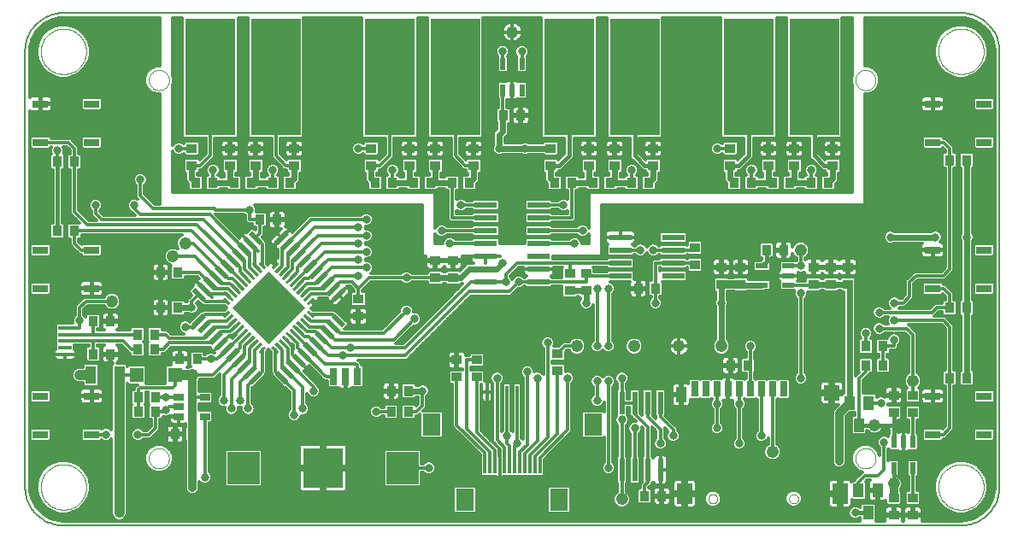
<source format=gtl>
G75*
%MOIN*%
%OFA0B0*%
%FSLAX24Y24*%
%IPPOS*%
%LPD*%
%AMOC8*
5,1,8,0,0,1.08239X$1,22.5*
%
%ADD10C,0.0050*%
%ADD11C,0.0000*%
%ADD12R,0.0276X0.0669*%
%ADD13R,0.0394X0.0709*%
%ADD14R,0.0472X0.0217*%
%ADD15R,0.0400X0.0370*%
%ADD16R,0.0217X0.0472*%
%ADD17R,0.0370X0.0400*%
%ADD18R,0.0870X0.0240*%
%ADD19R,0.1969X0.4567*%
%ADD20R,0.0600X0.0300*%
%ADD21R,0.0551X0.0551*%
%ADD22R,0.0531X0.0157*%
%ADD23C,0.0281*%
%ADD24R,0.0610X0.0648*%
%ADD25R,0.0610X0.0591*%
%ADD26C,0.0476*%
%ADD27R,0.1560X0.1560*%
%ADD28R,0.1250X0.1250*%
%ADD29R,0.0236X0.0866*%
%ADD30R,0.0315X0.0118*%
%ADD31R,0.2000X0.2000*%
%ADD32R,0.0300X0.0600*%
%ADD33R,0.0400X0.0600*%
%ADD34R,0.0600X0.0800*%
%ADD35R,0.0600X0.0600*%
%ADD36R,0.0390X0.0272*%
%ADD37R,0.0394X0.0551*%
%ADD38R,0.0118X0.0512*%
%ADD39R,0.0709X0.0866*%
%ADD40R,0.0591X0.0197*%
%ADD41R,0.0197X0.0591*%
%ADD42C,0.0330*%
%ADD43C,0.0120*%
%ADD44C,0.0240*%
%ADD45C,0.0160*%
%ADD46C,0.0320*%
%ADD47C,0.0400*%
D10*
X017760Y016393D02*
X052760Y016393D01*
X052836Y016395D01*
X052912Y016401D01*
X052987Y016410D01*
X053062Y016424D01*
X053136Y016441D01*
X053209Y016462D01*
X053281Y016486D01*
X053352Y016515D01*
X053421Y016546D01*
X053488Y016581D01*
X053553Y016620D01*
X053617Y016662D01*
X053678Y016707D01*
X053737Y016755D01*
X053793Y016806D01*
X053847Y016860D01*
X053898Y016916D01*
X053946Y016975D01*
X053991Y017036D01*
X054033Y017100D01*
X054072Y017165D01*
X054107Y017232D01*
X054138Y017301D01*
X054167Y017372D01*
X054191Y017444D01*
X054212Y017517D01*
X054229Y017591D01*
X054243Y017666D01*
X054252Y017741D01*
X054258Y017817D01*
X054260Y017893D01*
X054260Y034893D01*
X054258Y034969D01*
X054252Y035045D01*
X054243Y035120D01*
X054229Y035195D01*
X054212Y035269D01*
X054191Y035342D01*
X054167Y035414D01*
X054138Y035485D01*
X054107Y035554D01*
X054072Y035621D01*
X054033Y035686D01*
X053991Y035750D01*
X053946Y035811D01*
X053898Y035870D01*
X053847Y035926D01*
X053793Y035980D01*
X053737Y036031D01*
X053678Y036079D01*
X053617Y036124D01*
X053553Y036166D01*
X053488Y036205D01*
X053421Y036240D01*
X053352Y036271D01*
X053281Y036300D01*
X053209Y036324D01*
X053136Y036345D01*
X053062Y036362D01*
X052987Y036376D01*
X052912Y036385D01*
X052836Y036391D01*
X052760Y036393D01*
X017760Y036393D01*
X017684Y036391D01*
X017608Y036385D01*
X017533Y036376D01*
X017458Y036362D01*
X017384Y036345D01*
X017311Y036324D01*
X017239Y036300D01*
X017168Y036271D01*
X017099Y036240D01*
X017032Y036205D01*
X016967Y036166D01*
X016903Y036124D01*
X016842Y036079D01*
X016783Y036031D01*
X016727Y035980D01*
X016673Y035926D01*
X016622Y035870D01*
X016574Y035811D01*
X016529Y035750D01*
X016487Y035686D01*
X016448Y035621D01*
X016413Y035554D01*
X016382Y035485D01*
X016353Y035414D01*
X016329Y035342D01*
X016308Y035269D01*
X016291Y035195D01*
X016277Y035120D01*
X016268Y035045D01*
X016262Y034969D01*
X016260Y034893D01*
X016260Y017893D01*
X016262Y017817D01*
X016268Y017741D01*
X016277Y017666D01*
X016291Y017591D01*
X016308Y017517D01*
X016329Y017444D01*
X016353Y017372D01*
X016382Y017301D01*
X016413Y017232D01*
X016448Y017165D01*
X016487Y017100D01*
X016529Y017036D01*
X016574Y016975D01*
X016622Y016916D01*
X016673Y016860D01*
X016727Y016806D01*
X016783Y016755D01*
X016842Y016707D01*
X016903Y016662D01*
X016967Y016620D01*
X017032Y016581D01*
X017099Y016546D01*
X017168Y016515D01*
X017239Y016486D01*
X017311Y016462D01*
X017384Y016441D01*
X017458Y016424D01*
X017533Y016410D01*
X017608Y016401D01*
X017684Y016395D01*
X017760Y016393D01*
D11*
X016874Y017893D02*
X016876Y017952D01*
X016882Y018011D01*
X016892Y018069D01*
X016905Y018127D01*
X016923Y018184D01*
X016944Y018239D01*
X016969Y018293D01*
X016998Y018345D01*
X017030Y018394D01*
X017065Y018442D01*
X017103Y018487D01*
X017144Y018530D01*
X017188Y018570D01*
X017234Y018606D01*
X017283Y018640D01*
X017334Y018670D01*
X017387Y018697D01*
X017442Y018720D01*
X017497Y018739D01*
X017555Y018755D01*
X017613Y018767D01*
X017671Y018775D01*
X017730Y018779D01*
X017790Y018779D01*
X017849Y018775D01*
X017907Y018767D01*
X017965Y018755D01*
X018023Y018739D01*
X018078Y018720D01*
X018133Y018697D01*
X018186Y018670D01*
X018237Y018640D01*
X018286Y018606D01*
X018332Y018570D01*
X018376Y018530D01*
X018417Y018487D01*
X018455Y018442D01*
X018490Y018394D01*
X018522Y018345D01*
X018551Y018293D01*
X018576Y018239D01*
X018597Y018184D01*
X018615Y018127D01*
X018628Y018069D01*
X018638Y018011D01*
X018644Y017952D01*
X018646Y017893D01*
X018644Y017834D01*
X018638Y017775D01*
X018628Y017717D01*
X018615Y017659D01*
X018597Y017602D01*
X018576Y017547D01*
X018551Y017493D01*
X018522Y017441D01*
X018490Y017392D01*
X018455Y017344D01*
X018417Y017299D01*
X018376Y017256D01*
X018332Y017216D01*
X018286Y017180D01*
X018237Y017146D01*
X018186Y017116D01*
X018133Y017089D01*
X018078Y017066D01*
X018023Y017047D01*
X017965Y017031D01*
X017907Y017019D01*
X017849Y017011D01*
X017790Y017007D01*
X017730Y017007D01*
X017671Y017011D01*
X017613Y017019D01*
X017555Y017031D01*
X017497Y017047D01*
X017442Y017066D01*
X017387Y017089D01*
X017334Y017116D01*
X017283Y017146D01*
X017234Y017180D01*
X017188Y017216D01*
X017144Y017256D01*
X017103Y017299D01*
X017065Y017344D01*
X017030Y017392D01*
X016998Y017441D01*
X016969Y017493D01*
X016944Y017547D01*
X016923Y017602D01*
X016905Y017659D01*
X016892Y017717D01*
X016882Y017775D01*
X016876Y017834D01*
X016874Y017893D01*
X021086Y019011D02*
X021088Y019050D01*
X021094Y019089D01*
X021104Y019127D01*
X021117Y019164D01*
X021134Y019199D01*
X021154Y019233D01*
X021178Y019264D01*
X021205Y019293D01*
X021234Y019319D01*
X021266Y019342D01*
X021300Y019362D01*
X021336Y019378D01*
X021373Y019390D01*
X021412Y019399D01*
X021451Y019404D01*
X021490Y019405D01*
X021529Y019402D01*
X021568Y019395D01*
X021605Y019384D01*
X021642Y019370D01*
X021677Y019352D01*
X021710Y019331D01*
X021741Y019306D01*
X021769Y019279D01*
X021794Y019249D01*
X021816Y019216D01*
X021835Y019182D01*
X021850Y019146D01*
X021862Y019108D01*
X021870Y019070D01*
X021874Y019031D01*
X021874Y018991D01*
X021870Y018952D01*
X021862Y018914D01*
X021850Y018876D01*
X021835Y018840D01*
X021816Y018806D01*
X021794Y018773D01*
X021769Y018743D01*
X021741Y018716D01*
X021710Y018691D01*
X021677Y018670D01*
X021642Y018652D01*
X021605Y018638D01*
X021568Y018627D01*
X021529Y018620D01*
X021490Y018617D01*
X021451Y018618D01*
X021412Y018623D01*
X021373Y018632D01*
X021336Y018644D01*
X021300Y018660D01*
X021266Y018680D01*
X021234Y018703D01*
X021205Y018729D01*
X021178Y018758D01*
X021154Y018789D01*
X021134Y018823D01*
X021117Y018858D01*
X021104Y018895D01*
X021094Y018933D01*
X021088Y018972D01*
X021086Y019011D01*
X021086Y033775D02*
X021088Y033814D01*
X021094Y033853D01*
X021104Y033891D01*
X021117Y033928D01*
X021134Y033963D01*
X021154Y033997D01*
X021178Y034028D01*
X021205Y034057D01*
X021234Y034083D01*
X021266Y034106D01*
X021300Y034126D01*
X021336Y034142D01*
X021373Y034154D01*
X021412Y034163D01*
X021451Y034168D01*
X021490Y034169D01*
X021529Y034166D01*
X021568Y034159D01*
X021605Y034148D01*
X021642Y034134D01*
X021677Y034116D01*
X021710Y034095D01*
X021741Y034070D01*
X021769Y034043D01*
X021794Y034013D01*
X021816Y033980D01*
X021835Y033946D01*
X021850Y033910D01*
X021862Y033872D01*
X021870Y033834D01*
X021874Y033795D01*
X021874Y033755D01*
X021870Y033716D01*
X021862Y033678D01*
X021850Y033640D01*
X021835Y033604D01*
X021816Y033570D01*
X021794Y033537D01*
X021769Y033507D01*
X021741Y033480D01*
X021710Y033455D01*
X021677Y033434D01*
X021642Y033416D01*
X021605Y033402D01*
X021568Y033391D01*
X021529Y033384D01*
X021490Y033381D01*
X021451Y033382D01*
X021412Y033387D01*
X021373Y033396D01*
X021336Y033408D01*
X021300Y033424D01*
X021266Y033444D01*
X021234Y033467D01*
X021205Y033493D01*
X021178Y033522D01*
X021154Y033553D01*
X021134Y033587D01*
X021117Y033622D01*
X021104Y033659D01*
X021094Y033697D01*
X021088Y033736D01*
X021086Y033775D01*
X016874Y034893D02*
X016876Y034952D01*
X016882Y035011D01*
X016892Y035069D01*
X016905Y035127D01*
X016923Y035184D01*
X016944Y035239D01*
X016969Y035293D01*
X016998Y035345D01*
X017030Y035394D01*
X017065Y035442D01*
X017103Y035487D01*
X017144Y035530D01*
X017188Y035570D01*
X017234Y035606D01*
X017283Y035640D01*
X017334Y035670D01*
X017387Y035697D01*
X017442Y035720D01*
X017497Y035739D01*
X017555Y035755D01*
X017613Y035767D01*
X017671Y035775D01*
X017730Y035779D01*
X017790Y035779D01*
X017849Y035775D01*
X017907Y035767D01*
X017965Y035755D01*
X018023Y035739D01*
X018078Y035720D01*
X018133Y035697D01*
X018186Y035670D01*
X018237Y035640D01*
X018286Y035606D01*
X018332Y035570D01*
X018376Y035530D01*
X018417Y035487D01*
X018455Y035442D01*
X018490Y035394D01*
X018522Y035345D01*
X018551Y035293D01*
X018576Y035239D01*
X018597Y035184D01*
X018615Y035127D01*
X018628Y035069D01*
X018638Y035011D01*
X018644Y034952D01*
X018646Y034893D01*
X018644Y034834D01*
X018638Y034775D01*
X018628Y034717D01*
X018615Y034659D01*
X018597Y034602D01*
X018576Y034547D01*
X018551Y034493D01*
X018522Y034441D01*
X018490Y034392D01*
X018455Y034344D01*
X018417Y034299D01*
X018376Y034256D01*
X018332Y034216D01*
X018286Y034180D01*
X018237Y034146D01*
X018186Y034116D01*
X018133Y034089D01*
X018078Y034066D01*
X018023Y034047D01*
X017965Y034031D01*
X017907Y034019D01*
X017849Y034011D01*
X017790Y034007D01*
X017730Y034007D01*
X017671Y034011D01*
X017613Y034019D01*
X017555Y034031D01*
X017497Y034047D01*
X017442Y034066D01*
X017387Y034089D01*
X017334Y034116D01*
X017283Y034146D01*
X017234Y034180D01*
X017188Y034216D01*
X017144Y034256D01*
X017103Y034299D01*
X017065Y034344D01*
X017030Y034392D01*
X016998Y034441D01*
X016969Y034493D01*
X016944Y034547D01*
X016923Y034602D01*
X016905Y034659D01*
X016892Y034717D01*
X016882Y034775D01*
X016876Y034834D01*
X016874Y034893D01*
X042911Y017435D02*
X042913Y017461D01*
X042919Y017487D01*
X042928Y017511D01*
X042941Y017534D01*
X042958Y017554D01*
X042977Y017572D01*
X042999Y017587D01*
X043022Y017598D01*
X043047Y017606D01*
X043073Y017610D01*
X043099Y017610D01*
X043125Y017606D01*
X043150Y017598D01*
X043174Y017587D01*
X043195Y017572D01*
X043214Y017554D01*
X043231Y017534D01*
X043244Y017511D01*
X043253Y017487D01*
X043259Y017461D01*
X043261Y017435D01*
X043259Y017409D01*
X043253Y017383D01*
X043244Y017359D01*
X043231Y017336D01*
X043214Y017316D01*
X043195Y017298D01*
X043173Y017283D01*
X043150Y017272D01*
X043125Y017264D01*
X043099Y017260D01*
X043073Y017260D01*
X043047Y017264D01*
X043022Y017272D01*
X042998Y017283D01*
X042977Y017298D01*
X042958Y017316D01*
X042941Y017336D01*
X042928Y017359D01*
X042919Y017383D01*
X042913Y017409D01*
X042911Y017435D01*
X046060Y017435D02*
X046062Y017461D01*
X046068Y017487D01*
X046077Y017511D01*
X046090Y017534D01*
X046107Y017554D01*
X046126Y017572D01*
X046148Y017587D01*
X046171Y017598D01*
X046196Y017606D01*
X046222Y017610D01*
X046248Y017610D01*
X046274Y017606D01*
X046299Y017598D01*
X046323Y017587D01*
X046344Y017572D01*
X046363Y017554D01*
X046380Y017534D01*
X046393Y017511D01*
X046402Y017487D01*
X046408Y017461D01*
X046410Y017435D01*
X046408Y017409D01*
X046402Y017383D01*
X046393Y017359D01*
X046380Y017336D01*
X046363Y017316D01*
X046344Y017298D01*
X046322Y017283D01*
X046299Y017272D01*
X046274Y017264D01*
X046248Y017260D01*
X046222Y017260D01*
X046196Y017264D01*
X046171Y017272D01*
X046147Y017283D01*
X046126Y017298D01*
X046107Y017316D01*
X046090Y017336D01*
X046077Y017359D01*
X046068Y017383D01*
X046062Y017409D01*
X046060Y017435D01*
X048645Y019011D02*
X048647Y019050D01*
X048653Y019089D01*
X048663Y019127D01*
X048676Y019164D01*
X048693Y019199D01*
X048713Y019233D01*
X048737Y019264D01*
X048764Y019293D01*
X048793Y019319D01*
X048825Y019342D01*
X048859Y019362D01*
X048895Y019378D01*
X048932Y019390D01*
X048971Y019399D01*
X049010Y019404D01*
X049049Y019405D01*
X049088Y019402D01*
X049127Y019395D01*
X049164Y019384D01*
X049201Y019370D01*
X049236Y019352D01*
X049269Y019331D01*
X049300Y019306D01*
X049328Y019279D01*
X049353Y019249D01*
X049375Y019216D01*
X049394Y019182D01*
X049409Y019146D01*
X049421Y019108D01*
X049429Y019070D01*
X049433Y019031D01*
X049433Y018991D01*
X049429Y018952D01*
X049421Y018914D01*
X049409Y018876D01*
X049394Y018840D01*
X049375Y018806D01*
X049353Y018773D01*
X049328Y018743D01*
X049300Y018716D01*
X049269Y018691D01*
X049236Y018670D01*
X049201Y018652D01*
X049164Y018638D01*
X049127Y018627D01*
X049088Y018620D01*
X049049Y018617D01*
X049010Y018618D01*
X048971Y018623D01*
X048932Y018632D01*
X048895Y018644D01*
X048859Y018660D01*
X048825Y018680D01*
X048793Y018703D01*
X048764Y018729D01*
X048737Y018758D01*
X048713Y018789D01*
X048693Y018823D01*
X048676Y018858D01*
X048663Y018895D01*
X048653Y018933D01*
X048647Y018972D01*
X048645Y019011D01*
X051874Y017893D02*
X051876Y017952D01*
X051882Y018011D01*
X051892Y018069D01*
X051905Y018127D01*
X051923Y018184D01*
X051944Y018239D01*
X051969Y018293D01*
X051998Y018345D01*
X052030Y018394D01*
X052065Y018442D01*
X052103Y018487D01*
X052144Y018530D01*
X052188Y018570D01*
X052234Y018606D01*
X052283Y018640D01*
X052334Y018670D01*
X052387Y018697D01*
X052442Y018720D01*
X052497Y018739D01*
X052555Y018755D01*
X052613Y018767D01*
X052671Y018775D01*
X052730Y018779D01*
X052790Y018779D01*
X052849Y018775D01*
X052907Y018767D01*
X052965Y018755D01*
X053023Y018739D01*
X053078Y018720D01*
X053133Y018697D01*
X053186Y018670D01*
X053237Y018640D01*
X053286Y018606D01*
X053332Y018570D01*
X053376Y018530D01*
X053417Y018487D01*
X053455Y018442D01*
X053490Y018394D01*
X053522Y018345D01*
X053551Y018293D01*
X053576Y018239D01*
X053597Y018184D01*
X053615Y018127D01*
X053628Y018069D01*
X053638Y018011D01*
X053644Y017952D01*
X053646Y017893D01*
X053644Y017834D01*
X053638Y017775D01*
X053628Y017717D01*
X053615Y017659D01*
X053597Y017602D01*
X053576Y017547D01*
X053551Y017493D01*
X053522Y017441D01*
X053490Y017392D01*
X053455Y017344D01*
X053417Y017299D01*
X053376Y017256D01*
X053332Y017216D01*
X053286Y017180D01*
X053237Y017146D01*
X053186Y017116D01*
X053133Y017089D01*
X053078Y017066D01*
X053023Y017047D01*
X052965Y017031D01*
X052907Y017019D01*
X052849Y017011D01*
X052790Y017007D01*
X052730Y017007D01*
X052671Y017011D01*
X052613Y017019D01*
X052555Y017031D01*
X052497Y017047D01*
X052442Y017066D01*
X052387Y017089D01*
X052334Y017116D01*
X052283Y017146D01*
X052234Y017180D01*
X052188Y017216D01*
X052144Y017256D01*
X052103Y017299D01*
X052065Y017344D01*
X052030Y017392D01*
X051998Y017441D01*
X051969Y017493D01*
X051944Y017547D01*
X051923Y017602D01*
X051905Y017659D01*
X051892Y017717D01*
X051882Y017775D01*
X051876Y017834D01*
X051874Y017893D01*
X048645Y033775D02*
X048647Y033814D01*
X048653Y033853D01*
X048663Y033891D01*
X048676Y033928D01*
X048693Y033963D01*
X048713Y033997D01*
X048737Y034028D01*
X048764Y034057D01*
X048793Y034083D01*
X048825Y034106D01*
X048859Y034126D01*
X048895Y034142D01*
X048932Y034154D01*
X048971Y034163D01*
X049010Y034168D01*
X049049Y034169D01*
X049088Y034166D01*
X049127Y034159D01*
X049164Y034148D01*
X049201Y034134D01*
X049236Y034116D01*
X049269Y034095D01*
X049300Y034070D01*
X049328Y034043D01*
X049353Y034013D01*
X049375Y033980D01*
X049394Y033946D01*
X049409Y033910D01*
X049421Y033872D01*
X049429Y033834D01*
X049433Y033795D01*
X049433Y033755D01*
X049429Y033716D01*
X049421Y033678D01*
X049409Y033640D01*
X049394Y033604D01*
X049375Y033570D01*
X049353Y033537D01*
X049328Y033507D01*
X049300Y033480D01*
X049269Y033455D01*
X049236Y033434D01*
X049201Y033416D01*
X049164Y033402D01*
X049127Y033391D01*
X049088Y033384D01*
X049049Y033381D01*
X049010Y033382D01*
X048971Y033387D01*
X048932Y033396D01*
X048895Y033408D01*
X048859Y033424D01*
X048825Y033444D01*
X048793Y033467D01*
X048764Y033493D01*
X048737Y033522D01*
X048713Y033553D01*
X048693Y033587D01*
X048676Y033622D01*
X048663Y033659D01*
X048653Y033697D01*
X048647Y033736D01*
X048645Y033775D01*
X051874Y034893D02*
X051876Y034952D01*
X051882Y035011D01*
X051892Y035069D01*
X051905Y035127D01*
X051923Y035184D01*
X051944Y035239D01*
X051969Y035293D01*
X051998Y035345D01*
X052030Y035394D01*
X052065Y035442D01*
X052103Y035487D01*
X052144Y035530D01*
X052188Y035570D01*
X052234Y035606D01*
X052283Y035640D01*
X052334Y035670D01*
X052387Y035697D01*
X052442Y035720D01*
X052497Y035739D01*
X052555Y035755D01*
X052613Y035767D01*
X052671Y035775D01*
X052730Y035779D01*
X052790Y035779D01*
X052849Y035775D01*
X052907Y035767D01*
X052965Y035755D01*
X053023Y035739D01*
X053078Y035720D01*
X053133Y035697D01*
X053186Y035670D01*
X053237Y035640D01*
X053286Y035606D01*
X053332Y035570D01*
X053376Y035530D01*
X053417Y035487D01*
X053455Y035442D01*
X053490Y035394D01*
X053522Y035345D01*
X053551Y035293D01*
X053576Y035239D01*
X053597Y035184D01*
X053615Y035127D01*
X053628Y035069D01*
X053638Y035011D01*
X053644Y034952D01*
X053646Y034893D01*
X053644Y034834D01*
X053638Y034775D01*
X053628Y034717D01*
X053615Y034659D01*
X053597Y034602D01*
X053576Y034547D01*
X053551Y034493D01*
X053522Y034441D01*
X053490Y034392D01*
X053455Y034344D01*
X053417Y034299D01*
X053376Y034256D01*
X053332Y034216D01*
X053286Y034180D01*
X053237Y034146D01*
X053186Y034116D01*
X053133Y034089D01*
X053078Y034066D01*
X053023Y034047D01*
X052965Y034031D01*
X052907Y034019D01*
X052849Y034011D01*
X052790Y034007D01*
X052730Y034007D01*
X052671Y034011D01*
X052613Y034019D01*
X052555Y034031D01*
X052497Y034047D01*
X052442Y034066D01*
X052387Y034089D01*
X052334Y034116D01*
X052283Y034146D01*
X052234Y034180D01*
X052188Y034216D01*
X052144Y034256D01*
X052103Y034299D01*
X052065Y034344D01*
X052030Y034392D01*
X051998Y034441D01*
X051969Y034493D01*
X051944Y034547D01*
X051923Y034602D01*
X051905Y034659D01*
X051892Y034717D01*
X051882Y034775D01*
X051876Y034834D01*
X051874Y034893D01*
D12*
X029232Y022206D03*
X028760Y022206D03*
X028287Y022206D03*
D13*
X019936Y022268D03*
X018833Y022268D03*
D14*
X044998Y025769D03*
X044998Y026517D03*
X046021Y026517D03*
X046021Y026143D03*
X046021Y025769D03*
D15*
X047010Y025809D03*
X047010Y026478D03*
X047697Y026478D03*
X048353Y026478D03*
X048353Y025809D03*
X047697Y025809D03*
X044166Y025809D03*
X044166Y026478D03*
X043416Y026478D03*
X043416Y025809D03*
X042385Y026559D03*
X042385Y027228D03*
X043760Y030434D03*
X043760Y031103D03*
X045260Y031103D03*
X045260Y030434D03*
X046260Y030434D03*
X046260Y031103D03*
X047760Y031103D03*
X047760Y030434D03*
X040760Y030434D03*
X040760Y031103D03*
X039260Y031103D03*
X038260Y031103D03*
X038260Y030434D03*
X039260Y030434D03*
X036760Y030434D03*
X036760Y031103D03*
X033760Y031103D03*
X033760Y030434D03*
X032260Y030434D03*
X032260Y031103D03*
X031260Y031103D03*
X031260Y030434D03*
X029760Y030434D03*
X029760Y031103D03*
X026760Y031103D03*
X026760Y030434D03*
X025260Y030434D03*
X024260Y030434D03*
X024260Y031103D03*
X025260Y031103D03*
X022760Y031103D03*
X022760Y030434D03*
X029260Y025228D03*
X029260Y024559D03*
X032260Y026059D03*
X032960Y026059D03*
X032960Y026728D03*
X032260Y026728D03*
X037510Y026228D03*
X038135Y026228D03*
X038135Y025559D03*
X037510Y025559D03*
X037031Y023103D03*
X037031Y022434D03*
X033882Y022184D03*
X033094Y022184D03*
X033094Y022853D03*
X033882Y022853D03*
X050135Y021478D03*
X050884Y021478D03*
X050884Y020809D03*
X050135Y020809D03*
X050135Y017478D03*
X050885Y017478D03*
X050885Y016809D03*
X050135Y016809D03*
D16*
X050135Y018631D03*
X050884Y018631D03*
X050884Y019655D03*
X050510Y019655D03*
X050135Y019655D03*
X035634Y033381D03*
X035260Y033381D03*
X034885Y033381D03*
X034885Y034405D03*
X035634Y034405D03*
D17*
X035594Y032393D03*
X034925Y032393D03*
X033594Y029768D03*
X032925Y029768D03*
X032094Y029768D03*
X031425Y029768D03*
X030594Y029768D03*
X029925Y029768D03*
X026594Y029768D03*
X025925Y029768D03*
X025094Y029768D03*
X024425Y029768D03*
X023594Y029768D03*
X022925Y029768D03*
X025425Y028331D03*
X026094Y028331D03*
X022219Y026268D03*
X021550Y026268D03*
X021550Y024893D03*
X022219Y024893D03*
X021313Y023849D03*
X021313Y023275D03*
X020644Y023275D03*
X020644Y023849D03*
X019594Y024361D03*
X018925Y024361D03*
X018925Y023081D03*
X019594Y023081D03*
X020675Y021393D03*
X021344Y021393D03*
X021344Y020831D03*
X020675Y020831D03*
X022112Y019956D03*
X022782Y019956D03*
X022969Y022893D03*
X022300Y022893D03*
X018194Y027893D03*
X017525Y027893D03*
X017525Y030593D03*
X018194Y030593D03*
X030537Y021643D03*
X031207Y021643D03*
X031207Y020831D03*
X030537Y020831D03*
X040425Y017543D03*
X041094Y017543D03*
X043775Y022643D03*
X044444Y022643D03*
X049050Y022643D03*
X049719Y022643D03*
X049719Y023393D03*
X049050Y023393D03*
X052325Y022143D03*
X052994Y022143D03*
X052994Y024893D03*
X052325Y024893D03*
X045844Y027143D03*
X045175Y027143D03*
X045425Y029768D03*
X046094Y029768D03*
X046925Y029768D03*
X047594Y029768D03*
X044594Y029768D03*
X043925Y029768D03*
X040594Y029768D03*
X039925Y029768D03*
X039094Y029768D03*
X038425Y029768D03*
X037594Y029768D03*
X036925Y029768D03*
X040175Y025643D03*
X040844Y025643D03*
X052325Y030643D03*
X052994Y030643D03*
D18*
X041540Y027643D03*
X041540Y027143D03*
X041540Y026643D03*
X041540Y026143D03*
X039480Y026143D03*
X039480Y026643D03*
X039480Y027143D03*
X039480Y027643D03*
X036290Y027393D03*
X036290Y026893D03*
X036290Y026393D03*
X036290Y025893D03*
X034230Y025893D03*
X034230Y026393D03*
X034230Y026893D03*
X034230Y027393D03*
X034230Y027893D03*
X034230Y028393D03*
X034230Y028893D03*
X036290Y028893D03*
X036290Y028393D03*
X036290Y027893D03*
D19*
X037480Y033893D03*
X040039Y033893D03*
X044480Y033893D03*
X047039Y033893D03*
X033039Y033893D03*
X030480Y033893D03*
X026039Y033893D03*
X023480Y033893D03*
D20*
X018860Y032843D03*
X016860Y032843D03*
X016860Y031343D03*
X018860Y031343D03*
X018860Y027143D03*
X016860Y027143D03*
X016860Y025643D03*
X018860Y025643D03*
X018860Y021443D03*
X016860Y021443D03*
X016860Y019943D03*
X018860Y019943D03*
X051660Y019943D03*
X051660Y021443D03*
X053660Y021443D03*
X053660Y019943D03*
X053660Y025643D03*
X053660Y027143D03*
X051660Y027143D03*
X051660Y025643D03*
X051660Y031343D03*
X051660Y032843D03*
X053660Y032843D03*
X053660Y031343D03*
D21*
X022101Y022268D03*
X020605Y022268D03*
D22*
X017823Y023081D03*
X017823Y023337D03*
X017823Y023593D03*
X017823Y023849D03*
X017823Y024105D03*
D23*
X017776Y024472D02*
X017776Y024684D01*
X017870Y024684D01*
X017870Y024472D01*
X017776Y024472D01*
X017776Y022715D02*
X017776Y022503D01*
X017776Y022715D02*
X017870Y022715D01*
X017870Y022503D01*
X017776Y022503D01*
D24*
X016760Y022364D03*
X016760Y024823D03*
D25*
X016760Y023987D03*
X016760Y023200D03*
D26*
X019646Y025143D03*
X022032Y026893D03*
X022510Y027393D03*
X022782Y022268D03*
X037785Y023393D03*
X040010Y023393D03*
X041760Y023393D03*
X043416Y023393D03*
X045409Y019268D03*
X049385Y020309D03*
X050884Y022043D03*
X050135Y018018D03*
X039535Y017418D03*
X046510Y027143D03*
X035260Y035643D03*
D27*
X027885Y018643D03*
D28*
X030985Y018643D03*
X024785Y018643D03*
D29*
X039535Y018557D03*
X040035Y018557D03*
X040535Y018557D03*
X041035Y018557D03*
X041035Y021179D03*
X040535Y021179D03*
X040035Y021179D03*
X039535Y021179D03*
D30*
G36*
X027333Y024795D02*
X027554Y024574D01*
X027471Y024491D01*
X027250Y024712D01*
X027333Y024795D01*
G37*
G36*
X027194Y024656D02*
X027415Y024435D01*
X027332Y024352D01*
X027111Y024573D01*
X027194Y024656D01*
G37*
G36*
X027055Y024516D02*
X027276Y024295D01*
X027193Y024212D01*
X026972Y024433D01*
X027055Y024516D01*
G37*
G36*
X026915Y024377D02*
X027136Y024156D01*
X027053Y024073D01*
X026832Y024294D01*
X026915Y024377D01*
G37*
G36*
X026776Y024238D02*
X026997Y024017D01*
X026914Y023934D01*
X026693Y024155D01*
X026776Y024238D01*
G37*
G36*
X026775Y023795D02*
X026554Y024016D01*
X026637Y024099D01*
X026858Y023878D01*
X026775Y023795D01*
G37*
G36*
X026636Y023656D02*
X026415Y023877D01*
X026498Y023960D01*
X026719Y023739D01*
X026636Y023656D01*
G37*
G36*
X026497Y023516D02*
X026276Y023737D01*
X026359Y023820D01*
X026580Y023599D01*
X026497Y023516D01*
G37*
G36*
X026357Y023377D02*
X026136Y023598D01*
X026219Y023681D01*
X026440Y023460D01*
X026357Y023377D01*
G37*
G36*
X026218Y023238D02*
X025997Y023459D01*
X026080Y023542D01*
X026301Y023321D01*
X026218Y023238D01*
G37*
G36*
X026079Y023099D02*
X025858Y023320D01*
X025941Y023403D01*
X026162Y023182D01*
X026079Y023099D01*
G37*
G36*
X025661Y023320D02*
X025440Y023099D01*
X025357Y023182D01*
X025578Y023403D01*
X025661Y023320D01*
G37*
G36*
X025522Y023459D02*
X025301Y023238D01*
X025218Y023321D01*
X025439Y023542D01*
X025522Y023459D01*
G37*
G36*
X025383Y023598D02*
X025162Y023377D01*
X025079Y023460D01*
X025300Y023681D01*
X025383Y023598D01*
G37*
G36*
X025243Y023737D02*
X025022Y023516D01*
X024939Y023599D01*
X025160Y023820D01*
X025243Y023737D01*
G37*
G36*
X025104Y023877D02*
X024883Y023656D01*
X024800Y023739D01*
X025021Y023960D01*
X025104Y023877D01*
G37*
G36*
X024661Y023878D02*
X024882Y024099D01*
X024965Y024016D01*
X024744Y023795D01*
X024661Y023878D01*
G37*
G36*
X024522Y024017D02*
X024743Y024238D01*
X024826Y024155D01*
X024605Y023934D01*
X024522Y024017D01*
G37*
G36*
X024383Y024156D02*
X024604Y024377D01*
X024687Y024294D01*
X024466Y024073D01*
X024383Y024156D01*
G37*
G36*
X024243Y024295D02*
X024464Y024516D01*
X024547Y024433D01*
X024326Y024212D01*
X024243Y024295D01*
G37*
G36*
X024104Y024435D02*
X024325Y024656D01*
X024408Y024573D01*
X024187Y024352D01*
X024104Y024435D01*
G37*
G36*
X023965Y024574D02*
X024186Y024795D01*
X024269Y024712D01*
X024048Y024491D01*
X023965Y024574D01*
G37*
G36*
X024186Y024992D02*
X023965Y025213D01*
X024048Y025296D01*
X024269Y025075D01*
X024186Y024992D01*
G37*
G36*
X024325Y025131D02*
X024104Y025352D01*
X024187Y025435D01*
X024408Y025214D01*
X024325Y025131D01*
G37*
G36*
X024464Y025270D02*
X024243Y025491D01*
X024326Y025574D01*
X024547Y025353D01*
X024464Y025270D01*
G37*
G36*
X024604Y025409D02*
X024383Y025630D01*
X024466Y025713D01*
X024687Y025492D01*
X024604Y025409D01*
G37*
G36*
X024743Y025549D02*
X024522Y025770D01*
X024605Y025853D01*
X024826Y025632D01*
X024743Y025549D01*
G37*
G36*
X024744Y025992D02*
X024965Y025771D01*
X024882Y025688D01*
X024661Y025909D01*
X024744Y025992D01*
G37*
G36*
X024883Y026131D02*
X025104Y025910D01*
X025021Y025827D01*
X024800Y026048D01*
X024883Y026131D01*
G37*
G36*
X025022Y026270D02*
X025243Y026049D01*
X025160Y025966D01*
X024939Y026187D01*
X025022Y026270D01*
G37*
G36*
X025162Y026409D02*
X025383Y026188D01*
X025300Y026105D01*
X025079Y026326D01*
X025162Y026409D01*
G37*
G36*
X025301Y026549D02*
X025522Y026328D01*
X025439Y026245D01*
X025218Y026466D01*
X025301Y026549D01*
G37*
G36*
X025440Y026688D02*
X025661Y026467D01*
X025578Y026384D01*
X025357Y026605D01*
X025440Y026688D01*
G37*
G36*
X025858Y026467D02*
X026079Y026688D01*
X026162Y026605D01*
X025941Y026384D01*
X025858Y026467D01*
G37*
G36*
X025997Y026328D02*
X026218Y026549D01*
X026301Y026466D01*
X026080Y026245D01*
X025997Y026328D01*
G37*
G36*
X026136Y026188D02*
X026357Y026409D01*
X026440Y026326D01*
X026219Y026105D01*
X026136Y026188D01*
G37*
G36*
X026276Y026049D02*
X026497Y026270D01*
X026580Y026187D01*
X026359Y025966D01*
X026276Y026049D01*
G37*
G36*
X026415Y025910D02*
X026636Y026131D01*
X026719Y026048D01*
X026498Y025827D01*
X026415Y025910D01*
G37*
G36*
X026858Y025909D02*
X026637Y025688D01*
X026554Y025771D01*
X026775Y025992D01*
X026858Y025909D01*
G37*
G36*
X026997Y025770D02*
X026776Y025549D01*
X026693Y025632D01*
X026914Y025853D01*
X026997Y025770D01*
G37*
G36*
X027136Y025630D02*
X026915Y025409D01*
X026832Y025492D01*
X027053Y025713D01*
X027136Y025630D01*
G37*
G36*
X027276Y025491D02*
X027055Y025270D01*
X026972Y025353D01*
X027193Y025574D01*
X027276Y025491D01*
G37*
G36*
X027415Y025352D02*
X027194Y025131D01*
X027111Y025214D01*
X027332Y025435D01*
X027415Y025352D01*
G37*
G36*
X027554Y025213D02*
X027333Y024992D01*
X027250Y025075D01*
X027471Y025296D01*
X027554Y025213D01*
G37*
D31*
G36*
X027174Y024893D02*
X025760Y023479D01*
X024346Y024893D01*
X025760Y026307D01*
X027174Y024893D01*
G37*
D32*
X042377Y021726D03*
X042810Y021726D03*
X043243Y021726D03*
X043676Y021726D03*
X044110Y021726D03*
X044543Y021726D03*
X044976Y021726D03*
X045409Y021726D03*
X045842Y021726D03*
D33*
X041847Y021490D03*
D34*
X041984Y017643D03*
X048047Y017643D03*
D35*
X047724Y021572D03*
D36*
X023271Y021392D03*
X022252Y021392D03*
X022252Y021018D03*
X022252Y020644D03*
X023271Y020644D03*
D37*
X048416Y021175D03*
X049164Y021175D03*
X048790Y020309D03*
X048760Y017759D03*
X049509Y017759D03*
X049135Y016893D03*
D38*
X037425Y021610D03*
X037031Y021610D03*
X036637Y021610D03*
X036244Y021610D03*
X035850Y021610D03*
X035456Y021610D03*
X035063Y021610D03*
X034669Y021610D03*
X034275Y021610D03*
X033882Y021610D03*
X033488Y021610D03*
X033094Y021610D03*
X034177Y018673D03*
X034374Y018673D03*
X034571Y018673D03*
X034767Y018673D03*
X034964Y018673D03*
X035161Y018673D03*
X035358Y018673D03*
X035555Y018673D03*
X035752Y018673D03*
X035948Y018673D03*
X036145Y018673D03*
X036342Y018673D03*
D39*
X037090Y017393D03*
X033429Y017393D03*
X032110Y020330D03*
X038409Y020330D03*
D40*
G36*
X028765Y025533D02*
X028349Y025117D01*
X028211Y025255D01*
X028627Y025671D01*
X028765Y025533D01*
G37*
G36*
X028542Y025756D02*
X028126Y025340D01*
X027988Y025478D01*
X028404Y025894D01*
X028542Y025756D01*
G37*
G36*
X028319Y025979D02*
X027903Y025563D01*
X027765Y025701D01*
X028181Y026117D01*
X028319Y025979D01*
G37*
G36*
X028097Y026202D02*
X027681Y025786D01*
X027543Y025924D01*
X027959Y026340D01*
X028097Y026202D01*
G37*
G36*
X027874Y026424D02*
X027458Y026008D01*
X027320Y026146D01*
X027736Y026562D01*
X027874Y026424D01*
G37*
G36*
X027651Y026647D02*
X027235Y026231D01*
X027097Y026369D01*
X027513Y026785D01*
X027651Y026647D01*
G37*
G36*
X027428Y026870D02*
X027012Y026454D01*
X026874Y026592D01*
X027290Y027008D01*
X027428Y026870D01*
G37*
G36*
X027206Y027092D02*
X026790Y026676D01*
X026652Y026814D01*
X027068Y027230D01*
X027206Y027092D01*
G37*
G36*
X026983Y027315D02*
X026567Y026899D01*
X026429Y027037D01*
X026845Y027453D01*
X026983Y027315D01*
G37*
G36*
X026760Y027538D02*
X026344Y027122D01*
X026206Y027260D01*
X026622Y027676D01*
X026760Y027538D01*
G37*
G36*
X026538Y027761D02*
X026122Y027345D01*
X025984Y027483D01*
X026400Y027899D01*
X026538Y027761D01*
G37*
G36*
X023308Y024531D02*
X022892Y024115D01*
X022754Y024253D01*
X023170Y024669D01*
X023308Y024531D01*
G37*
G36*
X023531Y024308D02*
X023115Y023892D01*
X022977Y024030D01*
X023393Y024446D01*
X023531Y024308D01*
G37*
G36*
X023754Y024086D02*
X023338Y023670D01*
X023200Y023808D01*
X023616Y024224D01*
X023754Y024086D01*
G37*
G36*
X023976Y023863D02*
X023560Y023447D01*
X023422Y023585D01*
X023838Y024001D01*
X023976Y023863D01*
G37*
G36*
X024199Y023640D02*
X023783Y023224D01*
X023645Y023362D01*
X024061Y023778D01*
X024199Y023640D01*
G37*
G36*
X024422Y023418D02*
X024006Y023002D01*
X023868Y023140D01*
X024284Y023556D01*
X024422Y023418D01*
G37*
G36*
X024645Y023195D02*
X024229Y022779D01*
X024091Y022917D01*
X024507Y023333D01*
X024645Y023195D01*
G37*
G36*
X024867Y022972D02*
X024451Y022556D01*
X024313Y022694D01*
X024729Y023110D01*
X024867Y022972D01*
G37*
G36*
X025090Y022750D02*
X024674Y022334D01*
X024536Y022472D01*
X024952Y022888D01*
X025090Y022750D01*
G37*
G36*
X025313Y022527D02*
X024897Y022111D01*
X024759Y022249D01*
X025175Y022665D01*
X025313Y022527D01*
G37*
G36*
X025535Y022304D02*
X025119Y021888D01*
X024981Y022026D01*
X025397Y022442D01*
X025535Y022304D01*
G37*
D41*
G36*
X026538Y022026D02*
X026400Y021888D01*
X025984Y022304D01*
X026122Y022442D01*
X026538Y022026D01*
G37*
G36*
X026760Y022249D02*
X026622Y022111D01*
X026206Y022527D01*
X026344Y022665D01*
X026760Y022249D01*
G37*
G36*
X026983Y022472D02*
X026845Y022334D01*
X026429Y022750D01*
X026567Y022888D01*
X026983Y022472D01*
G37*
G36*
X027206Y022694D02*
X027068Y022556D01*
X026652Y022972D01*
X026790Y023110D01*
X027206Y022694D01*
G37*
G36*
X027428Y022917D02*
X027290Y022779D01*
X026874Y023195D01*
X027012Y023333D01*
X027428Y022917D01*
G37*
G36*
X027651Y023140D02*
X027513Y023002D01*
X027097Y023418D01*
X027235Y023556D01*
X027651Y023140D01*
G37*
G36*
X027874Y023362D02*
X027736Y023224D01*
X027320Y023640D01*
X027458Y023778D01*
X027874Y023362D01*
G37*
G36*
X028097Y023585D02*
X027959Y023447D01*
X027543Y023863D01*
X027681Y024001D01*
X028097Y023585D01*
G37*
G36*
X028319Y023808D02*
X028181Y023670D01*
X027765Y024086D01*
X027903Y024224D01*
X028319Y023808D01*
G37*
G36*
X028542Y024030D02*
X028404Y023892D01*
X027988Y024308D01*
X028126Y024446D01*
X028542Y024030D01*
G37*
G36*
X028765Y024253D02*
X028627Y024115D01*
X028211Y024531D01*
X028349Y024669D01*
X028765Y024253D01*
G37*
G36*
X025313Y027260D02*
X025175Y027122D01*
X024759Y027538D01*
X024897Y027676D01*
X025313Y027260D01*
G37*
G36*
X025535Y027483D02*
X025397Y027345D01*
X024981Y027761D01*
X025119Y027899D01*
X025535Y027483D01*
G37*
G36*
X025090Y027037D02*
X024952Y026899D01*
X024536Y027315D01*
X024674Y027453D01*
X025090Y027037D01*
G37*
G36*
X024867Y026814D02*
X024729Y026676D01*
X024313Y027092D01*
X024451Y027230D01*
X024867Y026814D01*
G37*
G36*
X024645Y026592D02*
X024507Y026454D01*
X024091Y026870D01*
X024229Y027008D01*
X024645Y026592D01*
G37*
G36*
X024422Y026369D02*
X024284Y026231D01*
X023868Y026647D01*
X024006Y026785D01*
X024422Y026369D01*
G37*
G36*
X024199Y026146D02*
X024061Y026008D01*
X023645Y026424D01*
X023783Y026562D01*
X024199Y026146D01*
G37*
G36*
X023976Y025924D02*
X023838Y025786D01*
X023422Y026202D01*
X023560Y026340D01*
X023976Y025924D01*
G37*
G36*
X023754Y025701D02*
X023616Y025563D01*
X023200Y025979D01*
X023338Y026117D01*
X023754Y025701D01*
G37*
G36*
X023531Y025478D02*
X023393Y025340D01*
X022977Y025756D01*
X023115Y025894D01*
X023531Y025478D01*
G37*
G36*
X023308Y025255D02*
X023170Y025117D01*
X022754Y025533D01*
X022892Y025671D01*
X023308Y025255D01*
G37*
D42*
X022760Y024893D03*
X022510Y024143D03*
X023510Y022893D03*
X021760Y021393D03*
X021760Y020893D03*
X020657Y019943D03*
X019422Y019943D03*
X017860Y020693D03*
X018385Y022268D03*
X018385Y024393D03*
X020760Y024893D03*
X019510Y026393D03*
X017860Y026393D03*
X019010Y028893D03*
X020510Y028893D03*
X020760Y029893D03*
X022260Y031103D03*
X023594Y030268D03*
X025010Y028706D03*
X024635Y027831D03*
X025760Y027768D03*
X025925Y030268D03*
X028260Y030393D03*
X029260Y031103D03*
X030594Y030268D03*
X033260Y028893D03*
X031597Y028293D03*
X032510Y027893D03*
X032822Y027393D03*
X031597Y026793D03*
X031135Y026059D03*
X032347Y025543D03*
X031447Y024456D03*
X031135Y024768D03*
X029260Y026143D03*
X029572Y026456D03*
X029260Y026768D03*
X029572Y027081D03*
X029260Y027393D03*
X029572Y027706D03*
X029260Y028018D03*
X029572Y028331D03*
X034260Y030393D03*
X034760Y031103D03*
X035760Y031103D03*
X036260Y030393D03*
X037260Y028893D03*
X038010Y027893D03*
X037697Y027393D03*
X037035Y026231D03*
X036260Y025543D03*
X035510Y025893D03*
X035010Y025893D03*
X034885Y026643D03*
X038135Y025081D03*
X038572Y025643D03*
X039010Y025643D03*
X040844Y025081D03*
X042010Y025643D03*
X043416Y025081D03*
X044543Y023393D03*
X043260Y022643D03*
X043243Y021143D03*
X044110Y021143D03*
X043697Y020193D03*
X043243Y020193D03*
X044110Y019593D03*
X044976Y019893D03*
X045635Y018768D03*
X047135Y018768D03*
X048010Y018893D03*
X047135Y020268D03*
X047135Y022018D03*
X046510Y022143D03*
X049050Y023893D03*
X049572Y024081D03*
X049572Y024706D03*
X050157Y024393D03*
X050157Y023643D03*
X051635Y023768D03*
X051635Y023018D03*
X051635Y022268D03*
X049635Y021175D03*
X049760Y019643D03*
X051385Y019268D03*
X052660Y020693D03*
X048635Y016893D03*
X045635Y017393D03*
X044135Y017393D03*
X044135Y018768D03*
X042760Y018768D03*
X041535Y019893D03*
X041035Y019593D03*
X040035Y020193D03*
X039535Y020518D03*
X038572Y021268D03*
X038572Y022018D03*
X039010Y022018D03*
X039535Y022143D03*
X040010Y022643D03*
X039010Y023393D03*
X038572Y023393D03*
X037760Y022643D03*
X037425Y022143D03*
X036244Y022143D03*
X035850Y022393D03*
X034669Y022143D03*
X036637Y023518D03*
X035063Y019893D03*
X035456Y019593D03*
X035260Y017393D03*
X037760Y017393D03*
X039010Y018643D03*
X032760Y017393D03*
X032010Y018643D03*
X029510Y018768D03*
X029510Y017393D03*
X026260Y017393D03*
X026260Y018768D03*
X026760Y020706D03*
X027085Y020956D03*
X027510Y021643D03*
X027510Y022268D03*
X028635Y023018D03*
X028947Y023331D03*
X031760Y021643D03*
X029957Y020831D03*
X025760Y020768D03*
X024960Y020956D03*
X024635Y021268D03*
X024310Y020956D03*
X024010Y021268D03*
X023271Y018268D03*
X022782Y017871D03*
X019936Y016893D03*
X039510Y028393D03*
X040760Y028393D03*
X042010Y028393D03*
X043260Y028393D03*
X043260Y027643D03*
X044510Y027643D03*
X044510Y028393D03*
X045760Y028393D03*
X045760Y027643D03*
X047010Y027643D03*
X047010Y028393D03*
X048260Y028393D03*
X048260Y027643D03*
X050010Y027643D03*
X051760Y027643D03*
X052994Y027643D03*
X052510Y025893D03*
X050157Y025081D03*
X046510Y025456D03*
X046510Y026518D03*
X046925Y030268D03*
X044594Y030268D03*
X043260Y031103D03*
X042260Y030393D03*
X039925Y030268D03*
X042260Y032393D03*
X042260Y034893D03*
X045760Y033893D03*
X051010Y032143D03*
X052660Y032093D03*
X040760Y027143D03*
X040260Y027143D03*
X038760Y033893D03*
X035634Y034893D03*
X034885Y034905D03*
X031760Y033893D03*
X028260Y034893D03*
X028260Y032393D03*
X024760Y033893D03*
X019510Y032143D03*
X017860Y032093D03*
X017525Y031018D03*
D43*
X017525Y030593D01*
X017820Y030613D02*
X017899Y030613D01*
X017899Y030495D02*
X017820Y030495D01*
X017820Y030376D02*
X017899Y030376D01*
X017899Y030348D02*
X017964Y030283D01*
X018024Y030283D01*
X018024Y028573D01*
X018394Y028203D01*
X017964Y028203D01*
X017899Y028139D01*
X017899Y027648D01*
X017964Y027583D01*
X018024Y027583D01*
X018024Y027343D01*
X018124Y027243D01*
X018294Y027073D01*
X018393Y026973D01*
X018450Y026973D01*
X018450Y026948D01*
X018514Y026883D01*
X019205Y026883D01*
X019270Y026948D01*
X019270Y027339D01*
X019205Y027403D01*
X018514Y027403D01*
X018479Y027368D01*
X018364Y027483D01*
X018364Y027583D01*
X018425Y027583D01*
X018489Y027648D01*
X018489Y027723D01*
X022397Y027723D01*
X022312Y027688D01*
X022214Y027590D01*
X022161Y027463D01*
X022161Y027324D01*
X022214Y027196D01*
X022217Y027193D01*
X022101Y027241D01*
X021962Y027241D01*
X021834Y027188D01*
X021737Y027090D01*
X021684Y026963D01*
X021684Y026824D01*
X021737Y026696D01*
X021834Y026598D01*
X021958Y026547D01*
X021924Y026514D01*
X021924Y026023D01*
X021989Y025958D01*
X022450Y025958D01*
X022514Y026023D01*
X022514Y026098D01*
X022978Y026098D01*
X023039Y026037D01*
X023017Y026024D01*
X022932Y025939D01*
X022848Y025855D01*
X022827Y025818D01*
X022816Y025777D01*
X022816Y025752D01*
X022643Y025579D01*
X022643Y025488D01*
X022764Y025367D01*
X022689Y025293D01*
X022590Y025193D01*
X022590Y025123D01*
X022514Y025123D01*
X022514Y025139D01*
X022450Y025203D01*
X021989Y025203D01*
X021924Y025139D01*
X021924Y024648D01*
X021989Y024583D01*
X022450Y024583D01*
X022514Y024648D01*
X022514Y024663D01*
X022601Y024663D01*
X022604Y024660D01*
X022705Y024618D01*
X022814Y024618D01*
X022915Y024660D01*
X022993Y024738D01*
X023035Y024839D01*
X023035Y024948D01*
X022993Y025049D01*
X022960Y025082D01*
X023004Y025127D01*
X023125Y025006D01*
X023179Y025006D01*
X023211Y024974D01*
X024048Y024974D01*
X024128Y024893D01*
X024048Y024813D01*
X023211Y024813D01*
X023179Y024781D01*
X023125Y024781D01*
X022693Y024349D01*
X022665Y024376D01*
X022564Y024418D01*
X022455Y024418D01*
X022354Y024376D01*
X022276Y024299D01*
X022235Y024198D01*
X022235Y024089D01*
X022276Y023988D01*
X022354Y023910D01*
X022437Y023876D01*
X021955Y023876D01*
X021911Y023920D01*
X021812Y024019D01*
X021608Y024019D01*
X021608Y024095D01*
X021543Y024159D01*
X021082Y024159D01*
X021018Y024095D01*
X021018Y023604D01*
X021060Y023562D01*
X021018Y023520D01*
X021018Y023029D01*
X020939Y023029D01*
X020939Y023520D01*
X020897Y023562D01*
X020939Y023604D01*
X020939Y024095D01*
X020874Y024159D01*
X020413Y024159D01*
X020349Y024095D01*
X020349Y024019D01*
X019854Y024019D01*
X019877Y024033D01*
X019907Y024063D01*
X019928Y024099D01*
X019939Y024140D01*
X019939Y024329D01*
X019627Y024329D01*
X019627Y024394D01*
X019562Y024394D01*
X019562Y024721D01*
X019388Y024721D01*
X019347Y024710D01*
X019311Y024689D01*
X019281Y024659D01*
X019260Y024623D01*
X019249Y024582D01*
X019249Y024394D01*
X019562Y024394D01*
X019562Y024329D01*
X019249Y024329D01*
X019249Y024140D01*
X019260Y024099D01*
X019281Y024063D01*
X019311Y024033D01*
X019335Y024019D01*
X019095Y024019D01*
X019095Y024051D01*
X019155Y024051D01*
X019220Y024115D01*
X019220Y024607D01*
X019155Y024671D01*
X018694Y024671D01*
X018630Y024607D01*
X018630Y024520D01*
X018618Y024549D01*
X018555Y024612D01*
X018555Y024823D01*
X018705Y024973D01*
X019339Y024973D01*
X019351Y024946D01*
X019449Y024848D01*
X019577Y024795D01*
X019715Y024795D01*
X019843Y024848D01*
X019941Y024946D01*
X019994Y025074D01*
X019994Y025213D01*
X019941Y025340D01*
X019843Y025438D01*
X019715Y025491D01*
X019577Y025491D01*
X019449Y025438D01*
X019351Y025340D01*
X019339Y025313D01*
X018564Y025313D01*
X018314Y025063D01*
X018215Y024964D01*
X018215Y024612D01*
X018151Y024549D01*
X018110Y024448D01*
X018110Y024339D01*
X018128Y024294D01*
X017511Y024294D01*
X017447Y024229D01*
X017447Y023981D01*
X017450Y023977D01*
X016445Y023977D01*
X016445Y023859D02*
X017447Y023859D01*
X017447Y023974D02*
X017447Y023725D01*
X017450Y023721D01*
X017447Y023718D01*
X017447Y023469D01*
X017450Y023465D01*
X017447Y023462D01*
X017447Y023277D01*
X017429Y023258D01*
X017408Y023222D01*
X017397Y023181D01*
X017397Y023082D01*
X017822Y023082D01*
X017822Y023081D01*
X017823Y023081D01*
X017823Y023082D01*
X018248Y023082D01*
X018248Y023181D01*
X018237Y023222D01*
X018216Y023258D01*
X018198Y023277D01*
X018198Y023423D01*
X018755Y023423D01*
X018755Y023391D01*
X018694Y023391D01*
X018630Y023327D01*
X018630Y022836D01*
X018694Y022771D01*
X019155Y022771D01*
X019220Y022836D01*
X019220Y023327D01*
X019155Y023391D01*
X019095Y023391D01*
X019095Y023423D01*
X019335Y023423D01*
X019311Y023410D01*
X019281Y023380D01*
X019260Y023343D01*
X019249Y023303D01*
X019249Y023114D01*
X019562Y023114D01*
X019562Y023049D01*
X019627Y023049D01*
X019627Y023114D01*
X019939Y023114D01*
X019939Y023303D01*
X019928Y023343D01*
X019907Y023380D01*
X019877Y023410D01*
X019854Y023423D01*
X020027Y023423D01*
X020208Y023242D01*
X020345Y023105D01*
X020349Y023105D01*
X020349Y023029D01*
X019939Y023029D01*
X019939Y023049D02*
X019627Y023049D01*
X019627Y022721D01*
X019682Y022721D01*
X019629Y022668D01*
X019629Y022338D01*
X019626Y022330D01*
X019626Y020129D01*
X019578Y020176D01*
X019477Y020218D01*
X019367Y020218D01*
X019266Y020176D01*
X019249Y020159D01*
X019205Y020203D01*
X018514Y020203D01*
X018450Y020139D01*
X018450Y019748D01*
X018514Y019683D01*
X019205Y019683D01*
X019249Y019727D01*
X019266Y019710D01*
X019367Y019668D01*
X019477Y019668D01*
X019578Y019710D01*
X019626Y019758D01*
X019626Y016832D01*
X019673Y016718D01*
X019760Y016631D01*
X019874Y016583D01*
X019997Y016583D01*
X020111Y016631D01*
X020198Y016718D01*
X020246Y016832D01*
X020246Y021921D01*
X020284Y021883D01*
X020634Y021883D01*
X020590Y021839D01*
X020505Y021754D01*
X020505Y021703D01*
X020444Y021703D01*
X020380Y021639D01*
X020380Y021148D01*
X020416Y021112D01*
X020380Y021076D01*
X020380Y020585D01*
X020444Y020521D01*
X020905Y020521D01*
X020970Y020585D01*
X020970Y021076D01*
X020934Y021112D01*
X020970Y021148D01*
X020970Y021598D01*
X021049Y021598D01*
X021049Y021148D01*
X021085Y021112D01*
X021049Y021076D01*
X021049Y020585D01*
X021114Y020521D01*
X021174Y020521D01*
X021174Y020264D01*
X021024Y020113D01*
X020876Y020113D01*
X020812Y020176D01*
X020711Y020218D01*
X020602Y020218D01*
X020501Y020176D01*
X020424Y020099D01*
X020382Y019998D01*
X020382Y019889D01*
X020424Y019788D01*
X020501Y019710D01*
X020602Y019668D01*
X020711Y019668D01*
X020812Y019710D01*
X020876Y019773D01*
X021165Y019773D01*
X021264Y019873D01*
X021514Y020123D01*
X021514Y020521D01*
X021575Y020521D01*
X021639Y020585D01*
X021639Y020646D01*
X021705Y020618D01*
X021814Y020618D01*
X021897Y020652D01*
X022244Y020652D01*
X022244Y020636D01*
X022260Y020636D01*
X022260Y020348D01*
X022468Y020348D01*
X022508Y020359D01*
X022512Y020361D01*
X022512Y020226D01*
X022487Y020201D01*
X022487Y019710D01*
X022512Y019685D01*
X022512Y017938D01*
X022507Y017926D01*
X022507Y017816D01*
X022549Y017715D01*
X022626Y017638D01*
X022727Y017596D01*
X022836Y017596D01*
X022937Y017638D01*
X023015Y017715D01*
X023057Y017816D01*
X023057Y017926D01*
X023052Y017938D01*
X023052Y018099D01*
X023116Y018035D01*
X023217Y017993D01*
X023326Y017993D01*
X023427Y018035D01*
X023504Y018113D01*
X023546Y018214D01*
X023546Y018323D01*
X023504Y018424D01*
X023441Y018487D01*
X023441Y020398D01*
X023512Y020398D01*
X023576Y020463D01*
X023576Y020826D01*
X023512Y020890D01*
X023052Y020890D01*
X023052Y021146D01*
X023512Y021146D01*
X023576Y021211D01*
X023576Y021574D01*
X023512Y021638D01*
X023052Y021638D01*
X023052Y022046D01*
X023077Y022071D01*
X023088Y022098D01*
X023650Y022098D01*
X023750Y022198D01*
X023840Y022287D01*
X023840Y021487D01*
X023776Y021424D01*
X023735Y021323D01*
X023735Y021214D01*
X023776Y021113D01*
X023854Y021035D01*
X023955Y020993D01*
X024035Y020993D01*
X024035Y020901D01*
X024076Y020800D01*
X024154Y020723D01*
X024255Y020681D01*
X024364Y020681D01*
X024465Y020723D01*
X024543Y020800D01*
X024585Y020901D01*
X024585Y020993D01*
X024685Y020993D01*
X024685Y020901D01*
X024726Y020800D01*
X024804Y020723D01*
X024905Y020681D01*
X025014Y020681D01*
X025115Y020723D01*
X025193Y020800D01*
X025235Y020901D01*
X025235Y021011D01*
X025193Y021112D01*
X025130Y021175D01*
X025130Y021777D01*
X025165Y021777D01*
X025647Y022259D01*
X025647Y022313D01*
X025679Y022345D01*
X025679Y023182D01*
X025760Y023262D01*
X025840Y023182D01*
X025840Y022345D01*
X025872Y022313D01*
X025872Y022259D01*
X026354Y021777D01*
X026409Y021777D01*
X026590Y021596D01*
X026590Y020925D01*
X026526Y020862D01*
X026485Y020761D01*
X026485Y020651D01*
X026526Y020550D01*
X026604Y020473D01*
X026705Y020431D01*
X026814Y020431D01*
X026915Y020473D01*
X026993Y020550D01*
X027035Y020651D01*
X027035Y020681D01*
X027139Y020681D01*
X027240Y020723D01*
X027318Y020800D01*
X027360Y020901D01*
X027360Y021011D01*
X027318Y021112D01*
X027255Y021175D01*
X027255Y021540D01*
X027276Y021488D01*
X027354Y021410D01*
X027455Y021368D01*
X027564Y021368D01*
X027665Y021410D01*
X027743Y021488D01*
X027785Y021589D01*
X027785Y021698D01*
X027743Y021799D01*
X027680Y021862D01*
X027680Y021877D01*
X027580Y021977D01*
X027143Y022414D01*
X027166Y022427D01*
X027251Y022511D01*
X027335Y022596D01*
X027348Y022619D01*
X027895Y022072D01*
X027906Y022072D01*
X027975Y022044D01*
X027983Y022036D01*
X028039Y022036D01*
X028039Y021826D01*
X028104Y021761D01*
X028470Y021761D01*
X028489Y021780D01*
X028494Y021773D01*
X028523Y021743D01*
X028560Y021722D01*
X028601Y021711D01*
X028751Y021711D01*
X028751Y022197D01*
X028768Y022197D01*
X028768Y021711D01*
X028918Y021711D01*
X028959Y021722D01*
X028996Y021743D01*
X029025Y021773D01*
X029030Y021780D01*
X029049Y021761D01*
X029415Y021761D01*
X029480Y021826D01*
X029480Y022586D01*
X029415Y022650D01*
X029402Y022650D01*
X029402Y022660D01*
X029323Y022797D01*
X029234Y022848D01*
X031142Y022848D01*
X033642Y025348D01*
X035205Y025348D01*
X035475Y025618D01*
X035564Y025618D01*
X035665Y025660D01*
X035728Y025723D01*
X035749Y025723D01*
X035809Y025663D01*
X036770Y025663D01*
X036830Y025723D01*
X037200Y025723D01*
X037200Y025328D01*
X037264Y025264D01*
X037755Y025264D01*
X037820Y025328D01*
X037820Y025329D01*
X037825Y025329D01*
X037825Y025328D01*
X037889Y025264D01*
X037905Y025264D01*
X037905Y025240D01*
X037901Y025237D01*
X037860Y025136D01*
X037860Y025026D01*
X037901Y024925D01*
X037979Y024848D01*
X038080Y024806D01*
X038189Y024806D01*
X038290Y024848D01*
X038368Y024925D01*
X038402Y025008D01*
X038402Y023612D01*
X038339Y023549D01*
X038297Y023448D01*
X038297Y023339D01*
X038339Y023238D01*
X038416Y023160D01*
X038517Y023118D01*
X038627Y023118D01*
X038728Y023160D01*
X038791Y023223D01*
X038854Y023160D01*
X038955Y023118D01*
X039064Y023118D01*
X039165Y023160D01*
X039243Y023238D01*
X039285Y023339D01*
X039285Y023448D01*
X039243Y023549D01*
X039180Y023612D01*
X039180Y025424D01*
X039243Y025488D01*
X039285Y025589D01*
X039285Y025698D01*
X039243Y025799D01*
X039165Y025876D01*
X039076Y025913D01*
X039846Y025913D01*
X039841Y025905D01*
X039830Y025864D01*
X039830Y025676D01*
X040142Y025676D01*
X040142Y025611D01*
X039830Y025611D01*
X039830Y025422D01*
X039841Y025382D01*
X039862Y025345D01*
X039892Y025315D01*
X039928Y025294D01*
X039969Y025283D01*
X040142Y025283D01*
X040142Y025611D01*
X040207Y025611D01*
X040207Y025283D01*
X040381Y025283D01*
X040422Y025294D01*
X040458Y025315D01*
X040488Y025345D01*
X040509Y025382D01*
X040520Y025422D01*
X040520Y025611D01*
X040207Y025611D01*
X040207Y025676D01*
X040142Y025676D01*
X040142Y026003D01*
X040025Y026003D01*
X040025Y026309D01*
X039960Y026373D01*
X038999Y026373D01*
X038939Y026313D01*
X038445Y026313D01*
X038445Y026459D01*
X038430Y026473D01*
X038939Y026473D01*
X038999Y026413D01*
X039960Y026413D01*
X040025Y026478D01*
X040025Y026809D01*
X039960Y026873D01*
X038999Y026873D01*
X038939Y026813D01*
X036835Y026813D01*
X036835Y026893D01*
X038760Y026893D01*
X038760Y028893D01*
X049010Y028893D01*
X049010Y033221D01*
X049149Y033221D01*
X049353Y033306D01*
X049508Y033462D01*
X049593Y033665D01*
X049593Y033885D01*
X049508Y034089D01*
X049353Y034245D01*
X049149Y034329D01*
X049010Y034329D01*
X049010Y036208D01*
X052760Y036208D01*
X052931Y036197D01*
X053263Y036108D01*
X053560Y035937D01*
X053803Y035694D01*
X053974Y035397D01*
X054063Y035065D01*
X054075Y034893D01*
X054075Y017893D01*
X054063Y017722D01*
X053974Y017390D01*
X053803Y017093D01*
X053560Y016850D01*
X053263Y016678D01*
X052931Y016590D01*
X052760Y016578D01*
X051238Y016578D01*
X051245Y016603D01*
X051245Y016776D01*
X050917Y016776D01*
X050917Y016841D01*
X051245Y016841D01*
X051245Y017015D01*
X051234Y017055D01*
X051213Y017092D01*
X051183Y017122D01*
X051146Y017143D01*
X051106Y017154D01*
X050917Y017154D01*
X050917Y016841D01*
X050852Y016841D01*
X050852Y016776D01*
X050525Y016776D01*
X050525Y016603D01*
X050531Y016578D01*
X050488Y016578D01*
X050495Y016603D01*
X050495Y016776D01*
X050167Y016776D01*
X050167Y016841D01*
X050495Y016841D01*
X050495Y017015D01*
X050484Y017055D01*
X050463Y017092D01*
X050433Y017122D01*
X050396Y017143D01*
X050356Y017154D01*
X050167Y017154D01*
X050167Y016841D01*
X050102Y016841D01*
X050102Y016776D01*
X049775Y016776D01*
X049775Y016603D01*
X049781Y016578D01*
X049441Y016578D01*
X049441Y017214D01*
X049377Y017279D01*
X048892Y017279D01*
X048828Y017214D01*
X048828Y017089D01*
X048790Y017126D01*
X048689Y017168D01*
X048580Y017168D01*
X048479Y017126D01*
X048401Y017049D01*
X048360Y016948D01*
X048360Y016839D01*
X048401Y016738D01*
X048479Y016660D01*
X048580Y016618D01*
X048689Y016618D01*
X048790Y016660D01*
X048828Y016698D01*
X048828Y016578D01*
X017760Y016578D01*
X017588Y016590D01*
X017256Y016678D01*
X016959Y016850D01*
X016716Y017093D01*
X016545Y017390D01*
X016456Y017722D01*
X016445Y017893D01*
X016445Y032582D01*
X016461Y032565D01*
X016498Y032544D01*
X016538Y032533D01*
X016845Y032533D01*
X016845Y032828D01*
X016875Y032828D01*
X016875Y032858D01*
X017320Y032858D01*
X017320Y033014D01*
X017309Y033055D01*
X017288Y033092D01*
X017258Y033121D01*
X017221Y033142D01*
X017181Y033153D01*
X016875Y033153D01*
X016875Y032858D01*
X016845Y032858D01*
X016845Y033153D01*
X016538Y033153D01*
X016498Y033142D01*
X016461Y033121D01*
X016445Y033105D01*
X016445Y034893D01*
X016456Y035065D01*
X016545Y035397D01*
X016716Y035694D01*
X016959Y035937D01*
X017256Y036108D01*
X017588Y036197D01*
X017760Y036208D01*
X021510Y036208D01*
X021510Y034329D01*
X021370Y034329D01*
X021166Y034245D01*
X021011Y034089D01*
X020926Y033885D01*
X020926Y033665D01*
X021011Y033462D01*
X021166Y033306D01*
X021370Y033221D01*
X021510Y033221D01*
X021510Y028938D01*
X021330Y028938D01*
X020930Y029339D01*
X020930Y029674D01*
X020993Y029738D01*
X021035Y029839D01*
X021035Y029948D01*
X020993Y030049D01*
X020915Y030126D01*
X020814Y030168D01*
X020705Y030168D01*
X020604Y030126D01*
X020526Y030049D01*
X020485Y029948D01*
X020485Y029839D01*
X020526Y029738D01*
X020590Y029674D01*
X020590Y029198D01*
X020658Y029129D01*
X020564Y029168D01*
X020455Y029168D01*
X020354Y029126D01*
X020276Y029049D01*
X020235Y028948D01*
X020235Y028839D01*
X020276Y028738D01*
X020354Y028660D01*
X020394Y028644D01*
X020537Y028501D01*
X019330Y028501D01*
X019180Y028651D01*
X019180Y028674D01*
X019243Y028738D01*
X019285Y028839D01*
X019285Y028948D01*
X019243Y029049D01*
X019165Y029126D01*
X019064Y029168D01*
X018955Y029168D01*
X018854Y029126D01*
X018776Y029049D01*
X018735Y028948D01*
X018735Y028839D01*
X018776Y028738D01*
X018840Y028674D01*
X018840Y028510D01*
X019037Y028313D01*
X018765Y028313D01*
X018364Y028714D01*
X018364Y030283D01*
X018425Y030283D01*
X018489Y030348D01*
X018489Y030839D01*
X018425Y030903D01*
X018364Y030903D01*
X018364Y031183D01*
X018265Y031283D01*
X018034Y031513D01*
X017270Y031513D01*
X017270Y031539D01*
X017205Y031603D01*
X016514Y031603D01*
X016450Y031539D01*
X016450Y031148D01*
X016514Y031083D01*
X017205Y031083D01*
X017270Y031148D01*
X017270Y031173D01*
X017291Y031173D01*
X017250Y031073D01*
X017250Y030964D01*
X017281Y030890D01*
X017230Y030839D01*
X017230Y030348D01*
X017294Y030283D01*
X017335Y030283D01*
X017335Y028203D01*
X017294Y028203D01*
X017230Y028139D01*
X017230Y027648D01*
X017294Y027583D01*
X017755Y027583D01*
X017820Y027648D01*
X017820Y028139D01*
X017755Y028203D01*
X017715Y028203D01*
X017715Y030283D01*
X017755Y030283D01*
X017820Y030348D01*
X017820Y030839D01*
X017769Y030890D01*
X017800Y030964D01*
X017800Y031073D01*
X017758Y031173D01*
X017893Y031173D01*
X018024Y031043D01*
X018024Y030903D01*
X017964Y030903D01*
X017899Y030839D01*
X017899Y030348D01*
X018024Y030258D02*
X017715Y030258D01*
X017715Y030139D02*
X018024Y030139D01*
X018024Y030021D02*
X017715Y030021D01*
X017715Y029902D02*
X018024Y029902D01*
X018024Y029784D02*
X017715Y029784D01*
X017715Y029665D02*
X018024Y029665D01*
X018024Y029547D02*
X017715Y029547D01*
X017715Y029428D02*
X018024Y029428D01*
X018024Y029310D02*
X017715Y029310D01*
X017715Y029191D02*
X018024Y029191D01*
X018024Y029073D02*
X017715Y029073D01*
X017715Y028954D02*
X018024Y028954D01*
X018024Y028836D02*
X017715Y028836D01*
X017715Y028717D02*
X018024Y028717D01*
X018024Y028599D02*
X017715Y028599D01*
X017715Y028480D02*
X018117Y028480D01*
X018235Y028362D02*
X017715Y028362D01*
X017715Y028243D02*
X018354Y028243D01*
X018598Y028480D02*
X018870Y028480D01*
X018840Y028599D02*
X018479Y028599D01*
X018364Y028717D02*
X018797Y028717D01*
X018736Y028836D02*
X018364Y028836D01*
X018364Y028954D02*
X018737Y028954D01*
X018800Y029073D02*
X018364Y029073D01*
X018364Y029191D02*
X020596Y029191D01*
X020590Y029310D02*
X018364Y029310D01*
X018364Y029428D02*
X020590Y029428D01*
X020590Y029547D02*
X018364Y029547D01*
X018364Y029665D02*
X020590Y029665D01*
X020507Y029784D02*
X018364Y029784D01*
X018364Y029902D02*
X020485Y029902D01*
X020515Y030021D02*
X018364Y030021D01*
X018364Y030139D02*
X020635Y030139D01*
X020884Y030139D02*
X021510Y030139D01*
X021510Y030021D02*
X021004Y030021D01*
X021035Y029902D02*
X021510Y029902D01*
X021510Y029784D02*
X021012Y029784D01*
X020930Y029665D02*
X021510Y029665D01*
X021510Y029547D02*
X020930Y029547D01*
X020930Y029428D02*
X021510Y029428D01*
X021510Y029310D02*
X020958Y029310D01*
X021077Y029191D02*
X021510Y029191D01*
X021510Y029073D02*
X021195Y029073D01*
X021314Y028954D02*
X021510Y028954D01*
X021260Y028768D02*
X020760Y029268D01*
X020760Y029893D01*
X021510Y030258D02*
X018364Y030258D01*
X018489Y030376D02*
X021510Y030376D01*
X021510Y030495D02*
X018489Y030495D01*
X018489Y030613D02*
X021510Y030613D01*
X021510Y030732D02*
X018489Y030732D01*
X018478Y030850D02*
X021510Y030850D01*
X021510Y030969D02*
X018364Y030969D01*
X018364Y031087D02*
X018510Y031087D01*
X018514Y031083D02*
X019205Y031083D01*
X019270Y031148D01*
X019270Y031539D01*
X019205Y031603D01*
X018514Y031603D01*
X018450Y031539D01*
X018450Y031148D01*
X018514Y031083D01*
X018450Y031206D02*
X018342Y031206D01*
X018450Y031324D02*
X018223Y031324D01*
X018105Y031443D02*
X018450Y031443D01*
X018472Y031561D02*
X017247Y031561D01*
X016860Y031343D02*
X017964Y031343D01*
X018194Y031113D01*
X018194Y030593D01*
X018194Y028643D01*
X018694Y028143D01*
X022955Y028143D01*
X024368Y026731D01*
X024635Y026464D01*
X024635Y026297D01*
X024952Y025979D01*
X024813Y025840D02*
X024145Y026508D01*
X022760Y027893D01*
X018194Y027893D01*
X018194Y027413D01*
X018464Y027143D01*
X018860Y027143D01*
X019270Y027177D02*
X021823Y027177D01*
X021723Y027058D02*
X019270Y027058D01*
X019262Y026940D02*
X021684Y026940D01*
X021685Y026821D02*
X016445Y026821D01*
X016514Y026883D02*
X016450Y026948D01*
X016450Y027339D01*
X016514Y027403D01*
X017205Y027403D01*
X017270Y027339D01*
X017270Y026948D01*
X017205Y026883D01*
X016514Y026883D01*
X016457Y026940D02*
X016445Y026940D01*
X016445Y027058D02*
X016450Y027058D01*
X016445Y027177D02*
X016450Y027177D01*
X016445Y027295D02*
X016450Y027295D01*
X016445Y027414D02*
X018024Y027414D01*
X018024Y027532D02*
X016445Y027532D01*
X016445Y027651D02*
X017230Y027651D01*
X017230Y027769D02*
X016445Y027769D01*
X016445Y027888D02*
X017230Y027888D01*
X017230Y028006D02*
X016445Y028006D01*
X016445Y028125D02*
X017230Y028125D01*
X017335Y028243D02*
X016445Y028243D01*
X016445Y028362D02*
X017335Y028362D01*
X017335Y028480D02*
X016445Y028480D01*
X016445Y028599D02*
X017335Y028599D01*
X017335Y028717D02*
X016445Y028717D01*
X016445Y028836D02*
X017335Y028836D01*
X017335Y028954D02*
X016445Y028954D01*
X016445Y029073D02*
X017335Y029073D01*
X017335Y029191D02*
X016445Y029191D01*
X016445Y029310D02*
X017335Y029310D01*
X017335Y029428D02*
X016445Y029428D01*
X016445Y029547D02*
X017335Y029547D01*
X017335Y029665D02*
X016445Y029665D01*
X016445Y029784D02*
X017335Y029784D01*
X017335Y029902D02*
X016445Y029902D01*
X016445Y030021D02*
X017335Y030021D01*
X017335Y030139D02*
X016445Y030139D01*
X016445Y030258D02*
X017335Y030258D01*
X017230Y030376D02*
X016445Y030376D01*
X016445Y030495D02*
X017230Y030495D01*
X017230Y030613D02*
X016445Y030613D01*
X016445Y030732D02*
X017230Y030732D01*
X017241Y030850D02*
X016445Y030850D01*
X016445Y030969D02*
X017250Y030969D01*
X017256Y031087D02*
X017209Y031087D01*
X017794Y031087D02*
X017979Y031087D01*
X018024Y030969D02*
X017800Y030969D01*
X017808Y030850D02*
X017911Y030850D01*
X017899Y030732D02*
X017820Y030732D01*
X016510Y031087D02*
X016445Y031087D01*
X016445Y031206D02*
X016450Y031206D01*
X016445Y031324D02*
X016450Y031324D01*
X016445Y031443D02*
X016450Y031443D01*
X016445Y031561D02*
X016472Y031561D01*
X016445Y031680D02*
X021510Y031680D01*
X021510Y031798D02*
X016445Y031798D01*
X016445Y031917D02*
X021510Y031917D01*
X021510Y032035D02*
X016445Y032035D01*
X016445Y032154D02*
X021510Y032154D01*
X021510Y032272D02*
X016445Y032272D01*
X016445Y032391D02*
X021510Y032391D01*
X021510Y032509D02*
X016445Y032509D01*
X016845Y032628D02*
X016875Y032628D01*
X016875Y032533D02*
X017181Y032533D01*
X017221Y032544D01*
X017258Y032565D01*
X017288Y032595D01*
X017309Y032632D01*
X017320Y032672D01*
X017320Y032828D01*
X016875Y032828D01*
X016875Y032533D01*
X016875Y032746D02*
X016845Y032746D01*
X016845Y032865D02*
X016875Y032865D01*
X016875Y032983D02*
X016845Y032983D01*
X016845Y033102D02*
X016875Y033102D01*
X017277Y033102D02*
X018512Y033102D01*
X018514Y033103D02*
X018450Y033039D01*
X018450Y032648D01*
X018514Y032583D01*
X019205Y032583D01*
X019270Y032648D01*
X019270Y033039D01*
X019205Y033103D01*
X018514Y033103D01*
X018450Y032983D02*
X017320Y032983D01*
X017320Y032865D02*
X018450Y032865D01*
X018450Y032746D02*
X017320Y032746D01*
X017306Y032628D02*
X018469Y032628D01*
X019250Y032628D02*
X021510Y032628D01*
X021510Y032746D02*
X019270Y032746D01*
X019270Y032865D02*
X021510Y032865D01*
X021510Y032983D02*
X019270Y032983D01*
X019207Y033102D02*
X021510Y033102D01*
X021510Y033220D02*
X016445Y033220D01*
X016445Y033339D02*
X021133Y033339D01*
X021015Y033457D02*
X016445Y033457D01*
X016445Y033576D02*
X020963Y033576D01*
X020926Y033694D02*
X016445Y033694D01*
X016445Y033813D02*
X020926Y033813D01*
X020945Y033931D02*
X018185Y033931D01*
X018163Y033919D02*
X018402Y034056D01*
X018596Y034251D01*
X018734Y034490D01*
X018805Y034756D01*
X018805Y035031D01*
X018734Y035297D01*
X018596Y035535D01*
X018402Y035730D01*
X018163Y035868D01*
X017897Y035939D01*
X017622Y035939D01*
X017356Y035868D01*
X017117Y035730D01*
X016923Y035535D01*
X016785Y035297D01*
X016714Y035031D01*
X016714Y034756D01*
X016785Y034490D01*
X016923Y034251D01*
X017117Y034056D01*
X017356Y033919D01*
X017622Y033847D01*
X017897Y033847D01*
X018163Y033919D01*
X018390Y034050D02*
X020994Y034050D01*
X021090Y034168D02*
X018514Y034168D01*
X018617Y034287D02*
X021268Y034287D01*
X021510Y034405D02*
X018685Y034405D01*
X018743Y034524D02*
X021510Y034524D01*
X021510Y034642D02*
X018775Y034642D01*
X018805Y034761D02*
X021510Y034761D01*
X021510Y034879D02*
X018805Y034879D01*
X018805Y034998D02*
X021510Y034998D01*
X021510Y035116D02*
X018782Y035116D01*
X018751Y035235D02*
X021510Y035235D01*
X021510Y035353D02*
X018702Y035353D01*
X018633Y035472D02*
X021510Y035472D01*
X021510Y035590D02*
X018541Y035590D01*
X018423Y035709D02*
X021510Y035709D01*
X021510Y035827D02*
X018233Y035827D01*
X017535Y036183D02*
X021510Y036183D01*
X021510Y036064D02*
X017180Y036064D01*
X016975Y035946D02*
X021510Y035946D01*
X022010Y035946D02*
X022386Y035946D01*
X022386Y036064D02*
X022010Y036064D01*
X022010Y036183D02*
X022386Y036183D01*
X022386Y036208D02*
X022386Y031564D01*
X022450Y031500D01*
X023310Y031500D01*
X023310Y030898D01*
X023070Y030657D01*
X023070Y030664D01*
X023005Y030729D01*
X022514Y030729D01*
X022450Y030664D01*
X022450Y030203D01*
X022514Y030139D01*
X022530Y030139D01*
X022530Y029838D01*
X022630Y029738D01*
X022630Y029523D01*
X022694Y029458D01*
X023155Y029458D01*
X023220Y029523D01*
X023220Y030014D01*
X023155Y030078D01*
X022990Y030078D01*
X022990Y030139D01*
X023005Y030139D01*
X023070Y030203D01*
X023070Y030264D01*
X023157Y030264D01*
X023550Y030657D01*
X023550Y030657D01*
X023650Y030757D01*
X023650Y031500D01*
X024510Y031500D01*
X024574Y031564D01*
X024574Y036208D01*
X024945Y036208D01*
X024945Y031564D01*
X025009Y031500D01*
X025869Y031500D01*
X025869Y030757D01*
X025969Y030657D01*
X026362Y030264D01*
X026450Y030264D01*
X026450Y030203D01*
X026514Y030139D01*
X026530Y030139D01*
X026530Y030078D01*
X026364Y030078D01*
X026299Y030014D01*
X026299Y029523D01*
X026364Y029458D01*
X026825Y029458D01*
X026889Y029523D01*
X026889Y029738D01*
X026990Y029838D01*
X026990Y030139D01*
X027005Y030139D01*
X027070Y030203D01*
X027070Y030664D01*
X027005Y030729D01*
X026514Y030729D01*
X026450Y030664D01*
X026450Y030657D01*
X026209Y030898D01*
X026209Y031500D01*
X027069Y031500D01*
X027133Y031564D01*
X027133Y036208D01*
X029386Y036208D01*
X029386Y031564D01*
X029450Y031500D01*
X030310Y031500D01*
X030310Y030898D01*
X030070Y030657D01*
X030070Y030664D01*
X030005Y030729D01*
X029514Y030729D01*
X029450Y030664D01*
X029450Y030203D01*
X029514Y030139D01*
X029530Y030139D01*
X029530Y029838D01*
X029630Y029738D01*
X029630Y029523D01*
X029694Y029458D01*
X030155Y029458D01*
X030220Y029523D01*
X030220Y030014D01*
X030155Y030078D01*
X029990Y030078D01*
X029990Y030139D01*
X030005Y030139D01*
X030070Y030203D01*
X030070Y030264D01*
X030157Y030264D01*
X030550Y030657D01*
X030650Y030757D01*
X030650Y031500D01*
X031510Y031500D01*
X031574Y031564D01*
X031574Y036208D01*
X031945Y036208D01*
X031945Y031564D01*
X032009Y031500D01*
X032869Y031500D01*
X032869Y030757D01*
X032969Y030657D01*
X033362Y030264D01*
X033450Y030264D01*
X033450Y030203D01*
X033514Y030139D01*
X033530Y030139D01*
X033530Y030078D01*
X033364Y030078D01*
X033299Y030014D01*
X033299Y029523D01*
X033364Y029458D01*
X033825Y029458D01*
X033889Y029523D01*
X033889Y029738D01*
X033990Y029838D01*
X033990Y030139D01*
X034005Y030139D01*
X034070Y030203D01*
X034070Y030664D01*
X034005Y030729D01*
X033514Y030729D01*
X033450Y030664D01*
X033450Y030657D01*
X033209Y030898D01*
X033209Y031500D01*
X034069Y031500D01*
X034133Y031564D01*
X034133Y036208D01*
X036386Y036208D01*
X036386Y031564D01*
X036450Y031500D01*
X037290Y031500D01*
X037290Y030906D01*
X037059Y030675D01*
X037005Y030729D01*
X036514Y030729D01*
X036450Y030664D01*
X036450Y030203D01*
X036514Y030139D01*
X036530Y030139D01*
X036530Y029838D01*
X036630Y029738D01*
X036630Y029523D01*
X036694Y029458D01*
X037155Y029458D01*
X037220Y029523D01*
X037220Y030014D01*
X037155Y030078D01*
X036990Y030078D01*
X036990Y030139D01*
X037005Y030139D01*
X037070Y030203D01*
X037070Y030244D01*
X037165Y030244D01*
X037276Y030355D01*
X037670Y030749D01*
X037670Y031500D01*
X038510Y031500D01*
X038574Y031564D01*
X038574Y036208D01*
X038945Y036208D01*
X038945Y031564D01*
X039009Y031500D01*
X039849Y031500D01*
X039849Y030749D01*
X040243Y030355D01*
X040354Y030244D01*
X040450Y030244D01*
X040450Y030203D01*
X040514Y030139D01*
X040530Y030139D01*
X040530Y030078D01*
X040364Y030078D01*
X040299Y030014D01*
X040299Y029523D01*
X040364Y029458D01*
X040825Y029458D01*
X040889Y029523D01*
X040889Y029738D01*
X040990Y029838D01*
X040990Y030139D01*
X041005Y030139D01*
X041070Y030203D01*
X041070Y030664D01*
X041005Y030729D01*
X040514Y030729D01*
X040460Y030675D01*
X040229Y030906D01*
X040229Y031500D01*
X041069Y031500D01*
X041133Y031564D01*
X041133Y036208D01*
X043386Y036208D01*
X043386Y031564D01*
X043450Y031500D01*
X044290Y031500D01*
X044290Y030906D01*
X044059Y030675D01*
X044005Y030729D01*
X043514Y030729D01*
X043450Y030664D01*
X043450Y030203D01*
X043514Y030139D01*
X043530Y030139D01*
X043530Y029838D01*
X043630Y029738D01*
X043630Y029523D01*
X043694Y029458D01*
X044155Y029458D01*
X044220Y029523D01*
X044220Y030014D01*
X044155Y030078D01*
X043990Y030078D01*
X043990Y030139D01*
X044005Y030139D01*
X044070Y030203D01*
X044070Y030244D01*
X044165Y030244D01*
X044276Y030355D01*
X044670Y030749D01*
X044670Y031500D01*
X045510Y031500D01*
X045574Y031564D01*
X045574Y036208D01*
X045945Y036208D01*
X045945Y031564D01*
X046009Y031500D01*
X046849Y031500D01*
X046849Y030749D01*
X047243Y030355D01*
X047354Y030244D01*
X047450Y030244D01*
X047450Y030203D01*
X047514Y030139D01*
X047530Y030139D01*
X047530Y030078D01*
X047364Y030078D01*
X047299Y030014D01*
X047299Y029523D01*
X047364Y029458D01*
X047825Y029458D01*
X047889Y029523D01*
X047889Y029738D01*
X047990Y029838D01*
X047990Y030139D01*
X048005Y030139D01*
X048070Y030203D01*
X048070Y030664D01*
X048005Y030729D01*
X047514Y030729D01*
X047460Y030675D01*
X047229Y030906D01*
X047229Y031500D01*
X048069Y031500D01*
X048133Y031564D01*
X048133Y036208D01*
X048510Y036208D01*
X048510Y033944D01*
X048485Y033885D01*
X048485Y033665D01*
X048510Y033607D01*
X048510Y029393D01*
X038260Y029393D01*
X038260Y028008D01*
X038243Y028049D01*
X038165Y028126D01*
X038064Y028168D01*
X037955Y028168D01*
X037854Y028126D01*
X037791Y028063D01*
X036830Y028063D01*
X036770Y028123D01*
X035809Y028123D01*
X035745Y028059D01*
X035745Y027728D01*
X035809Y027663D01*
X036770Y027663D01*
X036830Y027723D01*
X037791Y027723D01*
X037854Y027660D01*
X037955Y027618D01*
X038064Y027618D01*
X038165Y027660D01*
X038243Y027738D01*
X038260Y027778D01*
X038260Y027393D01*
X037972Y027393D01*
X037972Y027448D01*
X037930Y027549D01*
X037853Y027626D01*
X037752Y027668D01*
X037642Y027668D01*
X037541Y027626D01*
X037478Y027563D01*
X036830Y027563D01*
X036770Y027623D01*
X035809Y027623D01*
X035745Y027559D01*
X035745Y027393D01*
X034775Y027393D01*
X034775Y027559D01*
X034710Y027623D01*
X033749Y027623D01*
X033689Y027563D01*
X033041Y027563D01*
X032978Y027626D01*
X032877Y027668D01*
X032767Y027668D01*
X032666Y027626D01*
X032589Y027549D01*
X032547Y027448D01*
X032547Y027393D01*
X032260Y027393D01*
X032260Y027778D01*
X032276Y027738D01*
X032354Y027660D01*
X032455Y027618D01*
X032564Y027618D01*
X032665Y027660D01*
X032728Y027723D01*
X033689Y027723D01*
X033749Y027663D01*
X034710Y027663D01*
X034775Y027728D01*
X034775Y028059D01*
X034710Y028123D01*
X033749Y028123D01*
X033689Y028063D01*
X032728Y028063D01*
X032665Y028126D01*
X032564Y028168D01*
X032455Y028168D01*
X032354Y028126D01*
X032276Y028049D01*
X032260Y028008D01*
X032260Y029393D01*
X022010Y029393D01*
X022010Y030988D01*
X022026Y030947D01*
X022104Y030870D01*
X022205Y030828D01*
X022314Y030828D01*
X022415Y030870D01*
X022450Y030904D01*
X022450Y030872D01*
X022514Y030808D01*
X023005Y030808D01*
X023070Y030872D01*
X023070Y031334D01*
X023005Y031398D01*
X022514Y031398D01*
X022450Y031334D01*
X022450Y031302D01*
X022415Y031336D01*
X022314Y031378D01*
X022205Y031378D01*
X022104Y031336D01*
X022026Y031259D01*
X022010Y031218D01*
X022010Y033607D01*
X022034Y033665D01*
X022034Y033885D01*
X022010Y033944D01*
X022010Y036208D01*
X022386Y036208D01*
X022386Y035827D02*
X022010Y035827D01*
X022010Y035709D02*
X022386Y035709D01*
X022386Y035590D02*
X022010Y035590D01*
X022010Y035472D02*
X022386Y035472D01*
X022386Y035353D02*
X022010Y035353D01*
X022010Y035235D02*
X022386Y035235D01*
X022386Y035116D02*
X022010Y035116D01*
X022010Y034998D02*
X022386Y034998D01*
X022386Y034879D02*
X022010Y034879D01*
X022010Y034761D02*
X022386Y034761D01*
X022386Y034642D02*
X022010Y034642D01*
X022010Y034524D02*
X022386Y034524D01*
X022386Y034405D02*
X022010Y034405D01*
X022010Y034287D02*
X022386Y034287D01*
X022386Y034168D02*
X022010Y034168D01*
X022010Y034050D02*
X022386Y034050D01*
X022386Y033931D02*
X022015Y033931D01*
X022034Y033813D02*
X022386Y033813D01*
X022386Y033694D02*
X022034Y033694D01*
X022010Y033576D02*
X022386Y033576D01*
X022386Y033457D02*
X022010Y033457D01*
X022010Y033339D02*
X022386Y033339D01*
X022386Y033220D02*
X022010Y033220D01*
X022010Y033102D02*
X022386Y033102D01*
X022386Y032983D02*
X022010Y032983D01*
X022010Y032865D02*
X022386Y032865D01*
X022386Y032746D02*
X022010Y032746D01*
X022010Y032628D02*
X022386Y032628D01*
X022386Y032509D02*
X022010Y032509D01*
X022010Y032391D02*
X022386Y032391D01*
X022386Y032272D02*
X022010Y032272D01*
X022010Y032154D02*
X022386Y032154D01*
X022386Y032035D02*
X022010Y032035D01*
X022010Y031917D02*
X022386Y031917D01*
X022386Y031798D02*
X022010Y031798D01*
X022010Y031680D02*
X022386Y031680D01*
X022389Y031561D02*
X022010Y031561D01*
X022010Y031443D02*
X023310Y031443D01*
X023310Y031324D02*
X023070Y031324D01*
X023070Y031206D02*
X023310Y031206D01*
X023310Y031087D02*
X023070Y031087D01*
X023070Y030969D02*
X023310Y030969D01*
X023263Y030850D02*
X023047Y030850D01*
X023144Y030732D02*
X022010Y030732D01*
X022010Y030850D02*
X022151Y030850D01*
X022017Y030969D02*
X022010Y030969D01*
X022260Y031103D02*
X022760Y031103D01*
X022450Y031324D02*
X022427Y031324D01*
X022092Y031324D02*
X022010Y031324D01*
X021510Y031324D02*
X019270Y031324D01*
X019270Y031206D02*
X021510Y031206D01*
X021510Y031087D02*
X019209Y031087D01*
X019270Y031443D02*
X021510Y031443D01*
X021510Y031561D02*
X019247Y031561D01*
X022010Y030613D02*
X022450Y030613D01*
X022450Y030495D02*
X022010Y030495D01*
X022010Y030376D02*
X022450Y030376D01*
X022450Y030258D02*
X022010Y030258D01*
X022010Y030139D02*
X022513Y030139D01*
X022530Y030021D02*
X022010Y030021D01*
X022010Y029902D02*
X022530Y029902D01*
X022584Y029784D02*
X022010Y029784D01*
X022010Y029665D02*
X022630Y029665D01*
X022630Y029547D02*
X022010Y029547D01*
X022010Y029428D02*
X032755Y029428D01*
X032755Y029458D02*
X032755Y028323D01*
X032854Y028223D01*
X033689Y028223D01*
X033749Y028163D01*
X034710Y028163D01*
X034775Y028228D01*
X034775Y028559D01*
X034710Y028623D01*
X033749Y028623D01*
X033689Y028563D01*
X033095Y028563D01*
X033095Y028669D01*
X033104Y028660D01*
X033205Y028618D01*
X033314Y028618D01*
X033415Y028660D01*
X033478Y028723D01*
X033689Y028723D01*
X033749Y028663D01*
X034710Y028663D01*
X034775Y028728D01*
X034775Y029059D01*
X034710Y029123D01*
X033749Y029123D01*
X033689Y029063D01*
X033478Y029063D01*
X033415Y029126D01*
X033314Y029168D01*
X033205Y029168D01*
X033104Y029126D01*
X033095Y029118D01*
X033095Y029458D01*
X033155Y029458D01*
X033220Y029523D01*
X033220Y030014D01*
X033155Y030078D01*
X032694Y030078D01*
X032630Y030014D01*
X032630Y029998D01*
X032490Y029998D01*
X032490Y030139D01*
X032505Y030139D01*
X032570Y030203D01*
X032570Y030664D01*
X032505Y030729D01*
X032014Y030729D01*
X031950Y030664D01*
X031950Y030203D01*
X032014Y030139D01*
X032030Y030139D01*
X032030Y030078D01*
X031864Y030078D01*
X031799Y030014D01*
X031799Y029523D01*
X031864Y029458D01*
X032325Y029458D01*
X032389Y029523D01*
X032389Y029538D01*
X032630Y029538D01*
X032630Y029523D01*
X032694Y029458D01*
X032755Y029458D01*
X032755Y029310D02*
X032260Y029310D01*
X032260Y029191D02*
X032755Y029191D01*
X032755Y029073D02*
X032260Y029073D01*
X032260Y028954D02*
X032755Y028954D01*
X032755Y028836D02*
X032260Y028836D01*
X032260Y028717D02*
X032755Y028717D01*
X032755Y028599D02*
X032260Y028599D01*
X032260Y028480D02*
X032755Y028480D01*
X032755Y028362D02*
X032260Y028362D01*
X032260Y028243D02*
X032834Y028243D01*
X032925Y028393D02*
X032925Y029768D01*
X033220Y029784D02*
X033299Y029784D01*
X033299Y029902D02*
X033220Y029902D01*
X033213Y030021D02*
X033306Y030021D01*
X033513Y030139D02*
X032506Y030139D01*
X032490Y030021D02*
X032637Y030021D01*
X032570Y030258D02*
X033450Y030258D01*
X033433Y030434D02*
X033039Y030827D01*
X033039Y033893D01*
X031945Y033931D02*
X031574Y033931D01*
X031574Y033813D02*
X031945Y033813D01*
X031945Y033694D02*
X031574Y033694D01*
X031574Y033576D02*
X031945Y033576D01*
X031945Y033457D02*
X031574Y033457D01*
X031574Y033339D02*
X031945Y033339D01*
X031945Y033220D02*
X031574Y033220D01*
X031574Y033102D02*
X031945Y033102D01*
X031945Y032983D02*
X031574Y032983D01*
X031574Y032865D02*
X031945Y032865D01*
X031945Y032746D02*
X031574Y032746D01*
X031574Y032628D02*
X031945Y032628D01*
X031945Y032509D02*
X031574Y032509D01*
X031574Y032391D02*
X031945Y032391D01*
X031945Y032272D02*
X031574Y032272D01*
X031574Y032154D02*
X031945Y032154D01*
X031945Y032035D02*
X031574Y032035D01*
X031574Y031917D02*
X031945Y031917D01*
X031945Y031798D02*
X031574Y031798D01*
X031574Y031680D02*
X031945Y031680D01*
X031948Y031561D02*
X031571Y031561D01*
X031521Y031437D02*
X031481Y031448D01*
X031292Y031448D01*
X031292Y031135D01*
X031620Y031135D01*
X031620Y031309D01*
X031609Y031350D01*
X031588Y031386D01*
X031558Y031416D01*
X031521Y031437D01*
X031500Y031443D02*
X032019Y031443D01*
X032038Y031448D02*
X031998Y031437D01*
X031961Y031416D01*
X031931Y031386D01*
X031910Y031350D01*
X031900Y031309D01*
X031900Y031135D01*
X032227Y031135D01*
X032227Y031070D01*
X032292Y031070D01*
X032292Y030758D01*
X032481Y030758D01*
X032521Y030769D01*
X032558Y030790D01*
X032588Y030820D01*
X032609Y030856D01*
X032620Y030897D01*
X032620Y031070D01*
X032292Y031070D01*
X032292Y031135D01*
X032620Y031135D01*
X032620Y031309D01*
X032609Y031350D01*
X032588Y031386D01*
X032558Y031416D01*
X032521Y031437D01*
X032481Y031448D01*
X032292Y031448D01*
X032292Y031135D01*
X032227Y031135D01*
X032227Y031448D01*
X032038Y031448D01*
X031904Y031324D02*
X031615Y031324D01*
X031620Y031206D02*
X031900Y031206D01*
X031900Y031070D02*
X031900Y030897D01*
X031910Y030856D01*
X031931Y030820D01*
X031961Y030790D01*
X031998Y030769D01*
X032038Y030758D01*
X032227Y030758D01*
X032227Y031070D01*
X031900Y031070D01*
X031900Y030969D02*
X031620Y030969D01*
X031620Y030897D02*
X031620Y031070D01*
X031292Y031070D01*
X031292Y030758D01*
X031481Y030758D01*
X031521Y030769D01*
X031558Y030790D01*
X031588Y030820D01*
X031609Y030856D01*
X031620Y030897D01*
X031605Y030850D02*
X031914Y030850D01*
X031950Y030613D02*
X031570Y030613D01*
X031570Y030664D02*
X031505Y030729D01*
X031014Y030729D01*
X030950Y030664D01*
X030950Y030203D01*
X031014Y030139D01*
X031030Y030139D01*
X031030Y029998D01*
X030889Y029998D01*
X030889Y030014D01*
X030825Y030078D01*
X030793Y030078D01*
X030827Y030113D01*
X030869Y030214D01*
X030869Y030323D01*
X030827Y030424D01*
X030750Y030501D01*
X030649Y030543D01*
X030539Y030543D01*
X030438Y030501D01*
X030361Y030424D01*
X030319Y030323D01*
X030319Y030214D01*
X030361Y030113D01*
X030395Y030078D01*
X030364Y030078D01*
X030299Y030014D01*
X030299Y029523D01*
X030364Y029458D01*
X030825Y029458D01*
X030889Y029523D01*
X030889Y029538D01*
X031130Y029538D01*
X031130Y029523D01*
X031194Y029458D01*
X031655Y029458D01*
X031720Y029523D01*
X031720Y030014D01*
X031655Y030078D01*
X031490Y030078D01*
X031490Y030139D01*
X031505Y030139D01*
X031570Y030203D01*
X031570Y030664D01*
X031570Y030495D02*
X031950Y030495D01*
X031950Y030376D02*
X031570Y030376D01*
X031570Y030258D02*
X031950Y030258D01*
X032013Y030139D02*
X031506Y030139D01*
X031713Y030021D02*
X031806Y030021D01*
X031799Y029902D02*
X031720Y029902D01*
X031720Y029784D02*
X031799Y029784D01*
X031799Y029665D02*
X031720Y029665D01*
X031720Y029547D02*
X031799Y029547D01*
X031760Y028893D02*
X031760Y026893D01*
X031900Y026893D01*
X031900Y026760D01*
X032227Y026760D01*
X032227Y026695D01*
X032292Y026695D01*
X032292Y026383D01*
X032481Y026383D01*
X032521Y026394D01*
X032558Y026415D01*
X032588Y026445D01*
X032609Y026481D01*
X032610Y026485D01*
X032610Y026481D01*
X032631Y026445D01*
X032661Y026415D01*
X032698Y026394D01*
X032738Y026383D01*
X032927Y026383D01*
X032927Y026695D01*
X032992Y026695D01*
X032992Y026383D01*
X033181Y026383D01*
X033221Y026394D01*
X033258Y026415D01*
X033288Y026445D01*
X033309Y026481D01*
X033320Y026522D01*
X033320Y026695D01*
X032992Y026695D01*
X032992Y026760D01*
X033320Y026760D01*
X033320Y026893D01*
X034230Y026893D01*
X034769Y026893D01*
X034769Y026893D01*
X034230Y026893D01*
X034230Y026893D01*
X034230Y026623D01*
X034230Y026623D01*
X034230Y026893D01*
X034230Y026893D01*
X033635Y026893D01*
X033635Y026752D01*
X033645Y026712D01*
X033666Y026675D01*
X033696Y026645D01*
X033733Y026624D01*
X033736Y026623D01*
X033499Y026623D01*
X033217Y026342D01*
X033205Y026354D01*
X032714Y026354D01*
X032650Y026289D01*
X032650Y026289D01*
X032570Y026289D01*
X032505Y026354D01*
X032014Y026354D01*
X031950Y026289D01*
X031950Y026229D01*
X031353Y026229D01*
X031290Y026292D01*
X031189Y026334D01*
X031080Y026334D01*
X030979Y026292D01*
X030916Y026229D01*
X029734Y026229D01*
X029805Y026300D01*
X029847Y026401D01*
X029847Y026511D01*
X029805Y026612D01*
X029728Y026689D01*
X029627Y026731D01*
X029535Y026731D01*
X029535Y026806D01*
X029627Y026806D01*
X029728Y026848D01*
X029805Y026925D01*
X029847Y027026D01*
X029847Y027136D01*
X029805Y027237D01*
X029728Y027314D01*
X029627Y027356D01*
X029535Y027356D01*
X029535Y027431D01*
X029627Y027431D01*
X029728Y027473D01*
X029805Y027550D01*
X029847Y027651D01*
X029847Y027761D01*
X029805Y027862D01*
X029728Y027939D01*
X029627Y027981D01*
X029535Y027981D01*
X029535Y028056D01*
X029627Y028056D01*
X029728Y028098D01*
X029805Y028175D01*
X029847Y028276D01*
X029847Y028386D01*
X029805Y028487D01*
X029728Y028564D01*
X029627Y028606D01*
X029517Y028606D01*
X029416Y028564D01*
X029353Y028501D01*
X027345Y028501D01*
X027245Y028401D01*
X026680Y027836D01*
X026667Y027859D01*
X026583Y027943D01*
X026261Y027622D01*
X026583Y027943D01*
X026498Y028028D01*
X026462Y028049D01*
X026423Y028059D01*
X026428Y028069D01*
X026439Y028110D01*
X026439Y028298D01*
X026127Y028298D01*
X026127Y028363D01*
X026439Y028363D01*
X026439Y028552D01*
X026428Y028593D01*
X026407Y028629D01*
X026377Y028659D01*
X026341Y028680D01*
X026300Y028691D01*
X026127Y028691D01*
X026127Y028363D01*
X026062Y028363D01*
X026062Y028298D01*
X026127Y028298D01*
X026127Y027971D01*
X026244Y027971D01*
X026078Y027804D01*
X025854Y027581D01*
X025833Y027544D01*
X025822Y027503D01*
X025822Y027461D01*
X025833Y027421D01*
X025854Y027384D01*
X025939Y027300D01*
X026261Y027622D01*
X026261Y027622D01*
X026261Y027622D01*
X026078Y027804D01*
X026261Y027622D01*
X026010Y027371D01*
X026010Y026536D01*
X026010Y026536D01*
X025855Y026691D01*
X025981Y026817D01*
X026018Y026838D01*
X026059Y026849D01*
X026101Y026849D01*
X026121Y026844D01*
X026121Y027183D01*
X026100Y027183D01*
X026060Y027194D01*
X026023Y027215D01*
X025939Y027300D01*
X026261Y027621D01*
X026261Y027622D01*
X026290Y027651D02*
X026290Y027651D01*
X026231Y027651D02*
X026231Y027651D01*
X026171Y027532D02*
X026171Y027532D01*
X026053Y027414D02*
X026053Y027414D01*
X025943Y027295D02*
X025679Y027295D01*
X025679Y027177D02*
X026121Y027177D01*
X026121Y027058D02*
X025679Y027058D01*
X025679Y026940D02*
X026121Y026940D01*
X025989Y026821D02*
X025679Y026821D01*
X025679Y026703D02*
X025867Y026703D01*
X025855Y026691D02*
X025729Y026564D01*
X025725Y026558D01*
X025679Y026605D01*
X025679Y027441D01*
X025647Y027474D01*
X025647Y027528D01*
X025526Y027649D01*
X025595Y027718D01*
X025595Y028021D01*
X025655Y028021D01*
X025720Y028085D01*
X025720Y028576D01*
X025655Y028641D01*
X025280Y028641D01*
X025285Y028651D01*
X025285Y028761D01*
X025243Y028862D01*
X025211Y028893D01*
X031760Y028893D01*
X031760Y028836D02*
X025253Y028836D01*
X025285Y028717D02*
X031760Y028717D01*
X031760Y028599D02*
X029644Y028599D01*
X029500Y028599D02*
X026425Y028599D01*
X026439Y028480D02*
X027324Y028480D01*
X027206Y028362D02*
X026127Y028362D01*
X026062Y028362D02*
X025720Y028362D01*
X025749Y028363D02*
X026062Y028363D01*
X026062Y028691D01*
X025888Y028691D01*
X025847Y028680D01*
X025811Y028659D01*
X025781Y028629D01*
X025760Y028593D01*
X025749Y028552D01*
X025749Y028363D01*
X025749Y028298D02*
X025749Y028110D01*
X025760Y028069D01*
X025781Y028033D01*
X025811Y028003D01*
X025847Y027982D01*
X025888Y027971D01*
X026062Y027971D01*
X026062Y028298D01*
X025749Y028298D01*
X025749Y028243D02*
X025720Y028243D01*
X025720Y028125D02*
X025749Y028125D01*
X025807Y028006D02*
X025595Y028006D01*
X025595Y027888D02*
X026161Y027888D01*
X026127Y028006D02*
X026062Y028006D01*
X026062Y028125D02*
X026127Y028125D01*
X026127Y028243D02*
X026062Y028243D01*
X026062Y028480D02*
X026127Y028480D01*
X026127Y028599D02*
X026062Y028599D01*
X025764Y028599D02*
X025697Y028599D01*
X025720Y028480D02*
X025749Y028480D01*
X025425Y028331D02*
X025010Y028331D01*
X025010Y028706D01*
X023697Y028706D01*
X023635Y028768D01*
X021260Y028768D01*
X020760Y028518D02*
X023471Y028518D01*
X024813Y027176D01*
X025010Y026980D01*
X025010Y026478D01*
X025231Y026257D01*
X025370Y026397D02*
X025180Y026587D01*
X025370Y026397D01*
X025370Y026397D01*
X025228Y026538D01*
X025228Y027206D01*
X025036Y027399D01*
X025339Y027096D01*
X025339Y027096D01*
X025036Y027399D01*
X025036Y027399D01*
X025036Y027399D01*
X024714Y027721D01*
X024798Y027805D01*
X024835Y027826D01*
X024875Y027837D01*
X024901Y027837D01*
X025074Y028010D01*
X025165Y028010D01*
X025255Y027920D01*
X025255Y028021D01*
X025194Y028021D01*
X025130Y028085D01*
X025130Y028161D01*
X024939Y028161D01*
X024840Y028260D01*
X024840Y028487D01*
X024791Y028536D01*
X023694Y028536D01*
X024616Y027613D01*
X024629Y027636D01*
X024714Y027721D01*
X025036Y027399D01*
X025021Y027414D02*
X025021Y027414D01*
X025139Y027295D02*
X025139Y027295D01*
X025258Y027177D02*
X025258Y027177D01*
X025509Y027371D02*
X025258Y027622D01*
X025425Y027788D01*
X025425Y028331D01*
X025130Y028125D02*
X024105Y028125D01*
X024223Y028006D02*
X025070Y028006D01*
X025168Y028006D02*
X025255Y028006D01*
X024952Y027888D02*
X024342Y027888D01*
X024460Y027769D02*
X024762Y027769D01*
X024784Y027651D02*
X024784Y027651D01*
X024644Y027651D02*
X024579Y027651D01*
X024902Y027532D02*
X024902Y027532D01*
X025509Y027371D02*
X025509Y026536D01*
X025700Y026584D02*
X025749Y026584D01*
X025855Y026691D02*
X026010Y026536D01*
X025962Y026584D02*
X025962Y026584D01*
X026149Y026397D02*
X026291Y026538D01*
X026291Y027206D01*
X026483Y027399D01*
X027415Y028331D01*
X029572Y028331D01*
X029755Y028125D02*
X031760Y028125D01*
X031760Y028243D02*
X029833Y028243D01*
X029847Y028362D02*
X031760Y028362D01*
X031760Y028480D02*
X029808Y028480D01*
X029535Y028006D02*
X031760Y028006D01*
X031760Y027888D02*
X029779Y027888D01*
X029843Y027769D02*
X031760Y027769D01*
X031760Y027651D02*
X029847Y027651D01*
X029787Y027532D02*
X031760Y027532D01*
X031760Y027414D02*
X029535Y027414D01*
X029746Y027295D02*
X031760Y027295D01*
X031760Y027177D02*
X029830Y027177D01*
X029847Y027058D02*
X031760Y027058D01*
X031760Y026940D02*
X029811Y026940D01*
X029664Y026821D02*
X031900Y026821D01*
X031900Y026695D02*
X031900Y026522D01*
X031910Y026481D01*
X031931Y026445D01*
X031961Y026415D01*
X031998Y026394D01*
X032038Y026383D01*
X032227Y026383D01*
X032227Y026695D01*
X031900Y026695D01*
X031900Y026584D02*
X029816Y026584D01*
X029847Y026466D02*
X031919Y026466D01*
X032008Y026347D02*
X029825Y026347D01*
X029734Y026229D02*
X030916Y026229D01*
X031135Y026059D02*
X032260Y026059D01*
X031950Y026229D02*
X031353Y026229D01*
X031135Y026059D02*
X029675Y026059D01*
X029260Y025643D01*
X029260Y025228D01*
X029570Y025281D02*
X032782Y025281D01*
X032900Y025399D02*
X029570Y025399D01*
X029570Y025459D02*
X029505Y025523D01*
X029430Y025523D01*
X029430Y025573D01*
X029745Y025889D01*
X030916Y025889D01*
X030979Y025826D01*
X031080Y025784D01*
X031189Y025784D01*
X031290Y025826D01*
X031353Y025889D01*
X031950Y025889D01*
X031950Y025828D01*
X032014Y025764D01*
X032505Y025764D01*
X032570Y025828D01*
X032570Y025829D01*
X032650Y025829D01*
X032650Y025828D01*
X032714Y025764D01*
X033205Y025764D01*
X033270Y025828D01*
X033270Y025829D01*
X033329Y025829D01*
X031002Y023501D01*
X030732Y023501D01*
X031412Y024181D01*
X031502Y024181D01*
X031603Y024223D01*
X031680Y024300D01*
X031722Y024401D01*
X031722Y024511D01*
X031680Y024612D01*
X031603Y024689D01*
X031502Y024731D01*
X031410Y024731D01*
X031410Y024823D01*
X031368Y024924D01*
X031290Y025001D01*
X031189Y025043D01*
X031080Y025043D01*
X030979Y025001D01*
X030901Y024924D01*
X030860Y024823D01*
X030860Y024734D01*
X030189Y024063D01*
X028732Y024063D01*
X028876Y024207D01*
X028876Y024299D01*
X028394Y024781D01*
X028340Y024781D01*
X028308Y024813D01*
X027471Y024813D01*
X027425Y024859D01*
X027431Y024863D01*
X027557Y024989D01*
X027683Y025115D01*
X027704Y025152D01*
X027715Y025192D01*
X027715Y025235D01*
X027710Y025255D01*
X028049Y025255D01*
X028049Y025234D01*
X028060Y025193D01*
X028081Y025157D01*
X028166Y025072D01*
X028250Y024988D01*
X028287Y024967D01*
X028327Y024956D01*
X028370Y024956D01*
X028410Y024967D01*
X028447Y024988D01*
X028670Y025212D01*
X028488Y025394D01*
X028488Y025394D01*
X028670Y025212D01*
X028894Y025435D01*
X028915Y025472D01*
X028926Y025513D01*
X028926Y025555D01*
X028915Y025595D01*
X028894Y025632D01*
X028810Y025716D01*
X028488Y025394D01*
X028166Y025072D01*
X028488Y025394D01*
X028488Y025394D01*
X028488Y025394D01*
X028237Y025144D01*
X027402Y025144D01*
X027557Y024989D01*
X027402Y025144D01*
X027402Y025144D01*
X027502Y025044D02*
X027502Y025044D01*
X027612Y025044D02*
X028194Y025044D01*
X028256Y025162D02*
X028256Y025162D01*
X028374Y025281D02*
X028374Y025281D01*
X028488Y025394D02*
X028810Y025716D01*
X028803Y025723D01*
X028939Y025723D01*
X029090Y025573D01*
X029090Y025523D01*
X029014Y025523D01*
X028950Y025459D01*
X028950Y024997D01*
X029014Y024933D01*
X029505Y024933D01*
X029570Y024997D01*
X029570Y025459D01*
X029510Y025518D02*
X033019Y025518D01*
X033137Y025636D02*
X029493Y025636D01*
X029611Y025755D02*
X033256Y025755D01*
X033572Y025518D02*
X035135Y025518D01*
X035510Y025893D01*
X036290Y025893D01*
X038135Y025893D01*
X038135Y026228D01*
X038135Y026143D01*
X039480Y026143D01*
X039510Y026113D01*
X039832Y025873D02*
X039168Y025873D01*
X039261Y025755D02*
X039830Y025755D01*
X039830Y025518D02*
X039255Y025518D01*
X039285Y025636D02*
X040142Y025636D01*
X040207Y025636D02*
X040549Y025636D01*
X040520Y025676D02*
X040520Y025864D01*
X040509Y025905D01*
X040488Y025942D01*
X040458Y025971D01*
X040422Y025992D01*
X040381Y026003D01*
X040207Y026003D01*
X040207Y025676D01*
X040520Y025676D01*
X040520Y025755D02*
X040549Y025755D01*
X040549Y025873D02*
X040517Y025873D01*
X040549Y025889D02*
X040549Y025398D01*
X040614Y025333D01*
X040674Y025333D01*
X040674Y025300D01*
X040611Y025237D01*
X040569Y025136D01*
X040569Y025026D01*
X040611Y024925D01*
X040688Y024848D01*
X040789Y024806D01*
X040899Y024806D01*
X041000Y024848D01*
X041077Y024925D01*
X041119Y025026D01*
X041119Y025136D01*
X041077Y025237D01*
X041014Y025300D01*
X041014Y025333D01*
X041075Y025333D01*
X041139Y025398D01*
X041139Y025889D01*
X041115Y025913D01*
X042020Y025913D01*
X042085Y025978D01*
X042085Y026309D01*
X042020Y026373D01*
X041059Y026373D01*
X041014Y026329D01*
X041014Y026458D01*
X041059Y026413D01*
X042020Y026413D01*
X042075Y026468D01*
X042075Y026328D01*
X042139Y026264D01*
X042630Y026264D01*
X042695Y026328D01*
X042695Y026789D01*
X042630Y026854D01*
X042139Y026854D01*
X042099Y026813D01*
X042080Y026813D01*
X042020Y026873D01*
X041059Y026873D01*
X040999Y026813D01*
X040774Y026813D01*
X040674Y026714D01*
X040674Y025953D01*
X040614Y025953D01*
X040549Y025889D01*
X040674Y025992D02*
X040423Y025992D01*
X040207Y025992D02*
X040142Y025992D01*
X040142Y025873D02*
X040207Y025873D01*
X040207Y025755D02*
X040142Y025755D01*
X040142Y025518D02*
X040207Y025518D01*
X040207Y025399D02*
X040142Y025399D01*
X039836Y025399D02*
X039180Y025399D01*
X039180Y025281D02*
X040655Y025281D01*
X040580Y025162D02*
X039180Y025162D01*
X039180Y025044D02*
X040569Y025044D01*
X040611Y024925D02*
X039180Y024925D01*
X039180Y024807D02*
X040787Y024807D01*
X040901Y024807D02*
X043186Y024807D01*
X043186Y024922D02*
X043186Y023656D01*
X043121Y023590D01*
X043068Y023463D01*
X043068Y023324D01*
X043121Y023196D01*
X043219Y023098D01*
X043347Y023045D01*
X043485Y023045D01*
X043613Y023098D01*
X043711Y023196D01*
X043764Y023324D01*
X043764Y023463D01*
X043711Y023590D01*
X043646Y023656D01*
X043646Y024922D01*
X043649Y024925D01*
X043691Y025026D01*
X043691Y025136D01*
X043649Y025237D01*
X043646Y025240D01*
X043646Y025514D01*
X043661Y025514D01*
X043686Y025539D01*
X043895Y025539D01*
X043920Y025514D01*
X044411Y025514D01*
X044437Y025539D01*
X045093Y025539D01*
X045105Y025551D01*
X045279Y025551D01*
X045344Y025615D01*
X045344Y025923D01*
X045279Y025988D01*
X045105Y025988D01*
X045093Y025999D01*
X044476Y025999D01*
X044476Y026039D01*
X044411Y026104D01*
X043920Y026104D01*
X043895Y026079D01*
X043686Y026079D01*
X043661Y026104D01*
X043170Y026104D01*
X043106Y026039D01*
X043106Y025578D01*
X043170Y025514D01*
X043186Y025514D01*
X043186Y025240D01*
X043183Y025237D01*
X043141Y025136D01*
X043141Y025026D01*
X043183Y024925D01*
X043186Y024922D01*
X043183Y024925D02*
X041077Y024925D01*
X041119Y025044D02*
X043141Y025044D01*
X043152Y025162D02*
X041108Y025162D01*
X041033Y025281D02*
X043186Y025281D01*
X043186Y025399D02*
X041139Y025399D01*
X041139Y025518D02*
X043166Y025518D01*
X043106Y025636D02*
X041139Y025636D01*
X041139Y025755D02*
X043106Y025755D01*
X043106Y025873D02*
X041139Y025873D01*
X040844Y025643D02*
X040844Y025081D01*
X040549Y025399D02*
X040514Y025399D01*
X040520Y025518D02*
X040549Y025518D01*
X040844Y025643D02*
X040844Y026643D01*
X041540Y026643D01*
X042300Y026643D01*
X042385Y026559D01*
X042695Y026584D02*
X043056Y026584D01*
X043056Y026510D02*
X043056Y026684D01*
X043067Y026725D01*
X043088Y026761D01*
X043118Y026791D01*
X043154Y026812D01*
X043195Y026823D01*
X043383Y026823D01*
X043383Y026510D01*
X043383Y026445D01*
X043448Y026445D01*
X043448Y026133D01*
X043637Y026133D01*
X043678Y026144D01*
X043714Y026165D01*
X043744Y026195D01*
X043765Y026231D01*
X043776Y026272D01*
X043776Y026445D01*
X043448Y026445D01*
X043448Y026510D01*
X043776Y026510D01*
X043776Y026684D01*
X043765Y026725D01*
X043744Y026761D01*
X043714Y026791D01*
X043678Y026812D01*
X043637Y026823D01*
X043448Y026823D01*
X043448Y026510D01*
X043383Y026510D01*
X043056Y026510D01*
X043056Y026445D02*
X043056Y026272D01*
X043067Y026231D01*
X043088Y026195D01*
X043118Y026165D01*
X043154Y026144D01*
X043195Y026133D01*
X043383Y026133D01*
X043383Y026445D01*
X043056Y026445D01*
X043056Y026347D02*
X042695Y026347D01*
X042695Y026466D02*
X043383Y026466D01*
X043448Y026466D02*
X044133Y026466D01*
X044133Y026445D02*
X043806Y026445D01*
X043806Y026272D01*
X043817Y026231D01*
X043838Y026195D01*
X043868Y026165D01*
X043904Y026144D01*
X043945Y026133D01*
X044133Y026133D01*
X044133Y026445D01*
X044198Y026445D01*
X044198Y026133D01*
X044387Y026133D01*
X044428Y026144D01*
X044464Y026165D01*
X044494Y026195D01*
X044515Y026231D01*
X044526Y026272D01*
X044526Y026445D01*
X044198Y026445D01*
X044198Y026510D01*
X044526Y026510D01*
X044526Y026684D01*
X044515Y026725D01*
X044494Y026761D01*
X044464Y026791D01*
X044428Y026812D01*
X044387Y026823D01*
X044198Y026823D01*
X044198Y026510D01*
X044133Y026510D01*
X044133Y026445D01*
X044133Y026510D02*
X043806Y026510D01*
X043806Y026684D01*
X043817Y026725D01*
X043838Y026761D01*
X043868Y026791D01*
X043904Y026812D01*
X043945Y026823D01*
X044133Y026823D01*
X044133Y026510D01*
X044133Y026584D02*
X044198Y026584D01*
X044198Y026466D02*
X044651Y026466D01*
X044651Y026363D02*
X044716Y026299D01*
X045279Y026299D01*
X045344Y026363D01*
X045344Y026595D01*
X045365Y026616D01*
X045365Y026833D01*
X045405Y026833D01*
X045470Y026898D01*
X045470Y027389D01*
X045405Y027453D01*
X044944Y027453D01*
X044880Y027389D01*
X044880Y026898D01*
X044944Y026833D01*
X044985Y026833D01*
X044985Y026773D01*
X044947Y026736D01*
X044716Y026736D01*
X044651Y026671D01*
X044651Y026363D01*
X044668Y026347D02*
X044526Y026347D01*
X044513Y026229D02*
X045625Y026229D01*
X045625Y026273D02*
X045625Y026143D01*
X045625Y026014D01*
X045636Y025973D01*
X045657Y025937D01*
X045675Y025919D01*
X045675Y025615D01*
X045740Y025551D01*
X046251Y025551D01*
X046235Y025511D01*
X046235Y025401D01*
X046276Y025300D01*
X046340Y025237D01*
X046340Y022362D01*
X046276Y022299D01*
X046235Y022198D01*
X046235Y022089D01*
X046276Y021988D01*
X046354Y021910D01*
X046455Y021868D01*
X046564Y021868D01*
X046665Y021910D01*
X046743Y021988D01*
X046785Y022089D01*
X046785Y022198D01*
X046743Y022299D01*
X046680Y022362D01*
X046680Y025237D01*
X046743Y025300D01*
X046785Y025401D01*
X046785Y025511D01*
X046783Y025514D01*
X047255Y025514D01*
X047320Y025578D01*
X047320Y025579D01*
X047387Y025579D01*
X047387Y025578D01*
X047451Y025514D01*
X047943Y025514D01*
X048007Y025578D01*
X048007Y025579D01*
X048043Y025579D01*
X048043Y025578D01*
X048108Y025514D01*
X048186Y025514D01*
X048186Y021560D01*
X048173Y021560D01*
X048125Y021512D01*
X047784Y021512D01*
X047784Y021112D01*
X047971Y021112D01*
X047781Y020921D01*
X047740Y020822D01*
X047740Y018960D01*
X047735Y018948D01*
X047735Y018839D01*
X047776Y018738D01*
X047854Y018660D01*
X047955Y018618D01*
X048064Y018618D01*
X048165Y018660D01*
X048243Y018738D01*
X048285Y018839D01*
X048285Y018948D01*
X048280Y018960D01*
X048280Y020657D01*
X048412Y020789D01*
X048620Y020789D01*
X048620Y020694D01*
X048547Y020694D01*
X048483Y020630D01*
X048483Y019988D01*
X048547Y019923D01*
X049032Y019923D01*
X049097Y019988D01*
X049097Y020104D01*
X049187Y020014D01*
X049315Y019961D01*
X049454Y019961D01*
X049582Y020014D01*
X049680Y020111D01*
X049683Y020119D01*
X049945Y020119D01*
X049945Y019964D01*
X049917Y019937D01*
X049917Y019874D01*
X049915Y019876D01*
X049814Y019918D01*
X049705Y019918D01*
X049604Y019876D01*
X049526Y019799D01*
X049485Y019698D01*
X049485Y019589D01*
X049526Y019488D01*
X049590Y019424D01*
X049590Y019129D01*
X049508Y019325D01*
X049353Y019481D01*
X049149Y019565D01*
X048929Y019565D01*
X048725Y019481D01*
X048570Y019325D01*
X048485Y019122D01*
X048485Y018901D01*
X048570Y018698D01*
X048725Y018542D01*
X048906Y018467D01*
X048689Y018251D01*
X048590Y018151D01*
X048590Y018145D01*
X048518Y018145D01*
X048489Y018116D01*
X048475Y018141D01*
X048445Y018171D01*
X048408Y018192D01*
X048368Y018203D01*
X048107Y018203D01*
X048107Y017703D01*
X047987Y017703D01*
X047987Y018203D01*
X047725Y018203D01*
X047685Y018192D01*
X047648Y018171D01*
X047618Y018141D01*
X047597Y018104D01*
X047587Y018064D01*
X047587Y017703D01*
X047987Y017703D01*
X047987Y017583D01*
X048107Y017583D01*
X048107Y017083D01*
X048368Y017083D01*
X048408Y017093D01*
X048445Y017114D01*
X048475Y017144D01*
X048496Y017181D01*
X048507Y017221D01*
X048507Y017385D01*
X048518Y017374D01*
X049003Y017374D01*
X049067Y017438D01*
X049067Y018081D01*
X049034Y018114D01*
X049080Y018161D01*
X049211Y018161D01*
X049184Y018133D01*
X049163Y018097D01*
X049152Y018056D01*
X049152Y017798D01*
X049470Y017798D01*
X049470Y017721D01*
X049152Y017721D01*
X049152Y017463D01*
X049163Y017422D01*
X049184Y017386D01*
X049213Y017356D01*
X049250Y017335D01*
X049291Y017324D01*
X049470Y017324D01*
X049470Y017721D01*
X049547Y017721D01*
X049547Y017324D01*
X049726Y017324D01*
X049767Y017335D01*
X049804Y017356D01*
X049825Y017377D01*
X049825Y017247D01*
X049889Y017183D01*
X050380Y017183D01*
X050445Y017247D01*
X050445Y017709D01*
X050405Y017749D01*
X050405Y017796D01*
X050430Y017821D01*
X050483Y017949D01*
X050483Y018088D01*
X050430Y018215D01*
X050332Y018313D01*
X050325Y018316D01*
X050325Y018320D01*
X050354Y018350D01*
X050354Y018913D01*
X050289Y018978D01*
X049982Y018978D01*
X049930Y018926D01*
X049930Y019361D01*
X049982Y019309D01*
X050285Y019309D01*
X050303Y019291D01*
X050339Y019270D01*
X050380Y019259D01*
X050510Y019259D01*
X050639Y019259D01*
X050680Y019270D01*
X050716Y019291D01*
X050734Y019309D01*
X051037Y019309D01*
X051102Y019373D01*
X051102Y019937D01*
X051054Y019985D01*
X051054Y020514D01*
X051129Y020514D01*
X051194Y020578D01*
X051194Y021039D01*
X051129Y021104D01*
X050638Y021104D01*
X050574Y021039D01*
X050574Y020578D01*
X050638Y020514D01*
X050714Y020514D01*
X050714Y020021D01*
X050680Y020040D01*
X050639Y020051D01*
X050510Y020051D01*
X050510Y019655D01*
X050510Y019259D01*
X050510Y019655D01*
X050510Y019655D01*
X050510Y019655D01*
X050510Y020051D01*
X050380Y020051D01*
X050339Y020040D01*
X050325Y020032D01*
X050325Y020514D01*
X050380Y020514D01*
X050445Y020578D01*
X050445Y021039D01*
X050380Y021104D01*
X049903Y021104D01*
X049910Y021120D01*
X049910Y021134D01*
X049913Y021133D01*
X050102Y021133D01*
X050102Y021445D01*
X050167Y021445D01*
X050167Y021133D01*
X050356Y021133D01*
X050396Y021144D01*
X050433Y021165D01*
X050463Y021195D01*
X050484Y021231D01*
X050495Y021272D01*
X050495Y021445D01*
X050167Y021445D01*
X050167Y021510D01*
X050495Y021510D01*
X050495Y021684D01*
X050484Y021725D01*
X050463Y021761D01*
X050433Y021791D01*
X050396Y021812D01*
X050356Y021823D01*
X050167Y021823D01*
X050167Y021510D01*
X050102Y021510D01*
X050102Y021445D01*
X049775Y021445D01*
X049775Y021414D01*
X049689Y021450D01*
X049580Y021450D01*
X049479Y021408D01*
X049471Y021400D01*
X049471Y021496D01*
X049406Y021560D01*
X048960Y021560D01*
X048960Y022073D01*
X049120Y022233D01*
X049220Y022333D01*
X049220Y022333D01*
X049280Y022333D01*
X049345Y022398D01*
X049345Y022889D01*
X049280Y022953D01*
X048819Y022953D01*
X048755Y022889D01*
X048755Y022398D01*
X048779Y022373D01*
X048646Y022240D01*
X048646Y025561D01*
X048663Y025578D01*
X048663Y026039D01*
X048599Y026104D01*
X048108Y026104D01*
X048043Y026039D01*
X048043Y026039D01*
X048007Y026039D01*
X047943Y026104D01*
X047451Y026104D01*
X047387Y026039D01*
X047387Y026039D01*
X047320Y026039D01*
X047255Y026104D01*
X046764Y026104D01*
X046700Y026039D01*
X046700Y025939D01*
X046387Y025939D01*
X046407Y025973D01*
X046418Y026014D01*
X046418Y026143D01*
X046021Y026143D01*
X045625Y026143D01*
X046021Y026143D01*
X046021Y026143D01*
X046021Y026143D01*
X046418Y026143D01*
X046418Y026259D01*
X046455Y026243D01*
X046564Y026243D01*
X046650Y026279D01*
X046650Y026272D01*
X046660Y026231D01*
X046681Y026195D01*
X046711Y026165D01*
X046748Y026144D01*
X046788Y026133D01*
X046977Y026133D01*
X046977Y026445D01*
X047042Y026445D01*
X047042Y026133D01*
X047231Y026133D01*
X047271Y026144D01*
X047308Y026165D01*
X047338Y026195D01*
X047353Y026222D01*
X047369Y026195D01*
X047399Y026165D01*
X047435Y026144D01*
X047476Y026133D01*
X047665Y026133D01*
X047665Y026445D01*
X047730Y026445D01*
X047730Y026510D01*
X048321Y026510D01*
X048321Y026445D01*
X048386Y026445D01*
X048386Y026133D01*
X048574Y026133D01*
X048615Y026144D01*
X048652Y026165D01*
X048681Y026195D01*
X048702Y026231D01*
X048713Y026272D01*
X048713Y026445D01*
X048386Y026445D01*
X048386Y026510D01*
X048713Y026510D01*
X048713Y026684D01*
X048702Y026725D01*
X048681Y026761D01*
X048652Y026791D01*
X048615Y026812D01*
X048574Y026823D01*
X048386Y026823D01*
X048386Y026510D01*
X048321Y026510D01*
X048321Y026823D01*
X048132Y026823D01*
X048092Y026812D01*
X048055Y026791D01*
X048025Y026761D01*
X048025Y026761D01*
X048025Y026761D01*
X047995Y026791D01*
X047959Y026812D01*
X047918Y026823D01*
X047730Y026823D01*
X047730Y026510D01*
X047665Y026510D01*
X047665Y026823D01*
X047476Y026823D01*
X047435Y026812D01*
X047399Y026791D01*
X047369Y026761D01*
X047353Y026734D01*
X047338Y026761D01*
X047308Y026791D01*
X047271Y026812D01*
X047231Y026823D01*
X047042Y026823D01*
X047042Y026510D01*
X047665Y026510D01*
X047665Y026445D01*
X047337Y026445D01*
X047042Y026445D01*
X047042Y026510D01*
X046977Y026510D01*
X046977Y026823D01*
X046788Y026823D01*
X046748Y026812D01*
X046711Y026791D01*
X046681Y026761D01*
X046680Y026758D01*
X046680Y026837D01*
X046707Y026848D01*
X046805Y026946D01*
X046858Y027074D01*
X046858Y027213D01*
X046805Y027340D01*
X046707Y027438D01*
X046579Y027491D01*
X046440Y027491D01*
X046312Y027438D01*
X046214Y027340D01*
X046189Y027280D01*
X046189Y027364D01*
X046178Y027405D01*
X046157Y027442D01*
X046127Y027471D01*
X046091Y027492D01*
X046050Y027503D01*
X045877Y027503D01*
X045877Y027176D01*
X045812Y027176D01*
X045812Y027503D01*
X045638Y027503D01*
X045597Y027492D01*
X045561Y027471D01*
X045531Y027442D01*
X045510Y027405D01*
X045499Y027364D01*
X045499Y027176D01*
X045812Y027176D01*
X045812Y027111D01*
X045877Y027111D01*
X045877Y026783D01*
X046050Y026783D01*
X046091Y026794D01*
X046127Y026815D01*
X046157Y026845D01*
X046178Y026882D01*
X046189Y026922D01*
X046189Y027007D01*
X046214Y026946D01*
X046312Y026848D01*
X046340Y026837D01*
X046340Y026737D01*
X046321Y026718D01*
X046303Y026736D01*
X045740Y026736D01*
X045675Y026671D01*
X045675Y026368D01*
X045657Y026350D01*
X045636Y026313D01*
X045625Y026273D01*
X045656Y026347D02*
X045328Y026347D01*
X045344Y026466D02*
X045675Y026466D01*
X045675Y026584D02*
X045344Y026584D01*
X045365Y026703D02*
X045707Y026703D01*
X045638Y026783D02*
X045812Y026783D01*
X045812Y027111D01*
X045499Y027111D01*
X045499Y026922D01*
X045510Y026882D01*
X045531Y026845D01*
X045561Y026815D01*
X045597Y026794D01*
X045638Y026783D01*
X045555Y026821D02*
X045365Y026821D01*
X045470Y026940D02*
X045499Y026940D01*
X045499Y027058D02*
X045470Y027058D01*
X045470Y027177D02*
X045499Y027177D01*
X045499Y027295D02*
X045470Y027295D01*
X045445Y027414D02*
X045515Y027414D01*
X045812Y027414D02*
X045877Y027414D01*
X045877Y027295D02*
X045812Y027295D01*
X045812Y027177D02*
X045877Y027177D01*
X045877Y027058D02*
X045812Y027058D01*
X045812Y026940D02*
X045877Y026940D01*
X045877Y026821D02*
X045812Y026821D01*
X046133Y026821D02*
X046340Y026821D01*
X046221Y026940D02*
X046189Y026940D01*
X046189Y027295D02*
X046196Y027295D01*
X046173Y027414D02*
X046288Y027414D01*
X046510Y027143D02*
X046510Y026518D01*
X046022Y026518D01*
X046021Y026517D01*
X046418Y026229D02*
X046662Y026229D01*
X046700Y025992D02*
X046412Y025992D01*
X046418Y026110D02*
X050736Y026110D01*
X050840Y026214D02*
X050590Y025964D01*
X050590Y025401D01*
X050439Y025251D01*
X050376Y025251D01*
X050312Y025314D01*
X050211Y025356D01*
X050102Y025356D01*
X050001Y025314D01*
X049924Y025237D01*
X049882Y025136D01*
X049882Y025026D01*
X049924Y024925D01*
X049973Y024876D01*
X049791Y024876D01*
X049728Y024939D01*
X049627Y024981D01*
X049517Y024981D01*
X049416Y024939D01*
X049339Y024862D01*
X049297Y024761D01*
X049297Y024651D01*
X049339Y024550D01*
X049416Y024473D01*
X049517Y024431D01*
X049627Y024431D01*
X049728Y024473D01*
X049791Y024536D01*
X049918Y024536D01*
X049882Y024448D01*
X049882Y024339D01*
X049918Y024251D01*
X049791Y024251D01*
X049728Y024314D01*
X049627Y024356D01*
X049517Y024356D01*
X049416Y024314D01*
X049339Y024237D01*
X049297Y024136D01*
X049297Y024026D01*
X049339Y023925D01*
X049416Y023848D01*
X049517Y023806D01*
X049627Y023806D01*
X049728Y023848D01*
X049791Y023911D01*
X050084Y023911D01*
X050001Y023876D01*
X049924Y023799D01*
X049884Y023703D01*
X049489Y023703D01*
X049424Y023639D01*
X049424Y023148D01*
X049345Y023148D01*
X049345Y023639D01*
X049280Y023703D01*
X049249Y023703D01*
X049283Y023738D01*
X049325Y023839D01*
X049325Y023948D01*
X049283Y024049D01*
X049206Y024126D01*
X049105Y024168D01*
X048995Y024168D01*
X048894Y024126D01*
X048817Y024049D01*
X048775Y023948D01*
X048775Y023839D01*
X048817Y023738D01*
X048851Y023703D01*
X048819Y023703D01*
X048755Y023639D01*
X048755Y023148D01*
X048646Y023148D01*
X048755Y023148D02*
X048819Y023083D01*
X049280Y023083D01*
X049345Y023148D01*
X049424Y023148D02*
X049489Y023083D01*
X049549Y023083D01*
X049549Y022953D01*
X049489Y022953D01*
X049424Y022889D01*
X049424Y022398D01*
X049489Y022333D01*
X049950Y022333D01*
X050014Y022398D01*
X050014Y022889D01*
X049950Y022953D01*
X049889Y022953D01*
X049889Y023083D01*
X049950Y023083D01*
X050014Y023148D01*
X050714Y023148D01*
X050714Y023266D02*
X050270Y023266D01*
X050227Y023223D02*
X050327Y023323D01*
X050327Y023424D01*
X050390Y023488D01*
X050432Y023589D01*
X050432Y023698D01*
X050390Y023799D01*
X050312Y023876D01*
X050229Y023911D01*
X050563Y023911D01*
X050714Y023760D01*
X050714Y022350D01*
X050686Y022338D01*
X050588Y022240D01*
X050535Y022113D01*
X050535Y021974D01*
X050588Y021846D01*
X050662Y021773D01*
X050638Y021773D01*
X050574Y021709D01*
X050574Y021247D01*
X050638Y021183D01*
X051129Y021183D01*
X051194Y021247D01*
X051194Y021709D01*
X051129Y021773D01*
X051105Y021773D01*
X051179Y021846D01*
X051232Y021974D01*
X051232Y022113D01*
X051179Y022240D01*
X051081Y022338D01*
X051054Y022350D01*
X051054Y023901D01*
X050954Y024001D01*
X050804Y024151D01*
X050731Y024223D01*
X052004Y024223D01*
X052155Y024073D01*
X052155Y022453D01*
X052094Y022453D01*
X052030Y022389D01*
X052030Y021898D01*
X052094Y021833D01*
X052155Y021833D01*
X052155Y020264D01*
X052050Y020159D01*
X052005Y020203D01*
X051314Y020203D01*
X051250Y020139D01*
X051250Y019748D01*
X051314Y019683D01*
X052005Y019683D01*
X052070Y019748D01*
X052070Y019773D01*
X052145Y019773D01*
X052395Y020023D01*
X052495Y020123D01*
X052495Y021833D01*
X052555Y021833D01*
X052620Y021898D01*
X052620Y022389D01*
X052555Y022453D01*
X052495Y022453D01*
X052495Y024214D01*
X052395Y024313D01*
X052145Y024563D01*
X051732Y024563D01*
X051892Y024723D01*
X052030Y024723D01*
X052030Y024648D01*
X052094Y024583D01*
X052555Y024583D01*
X052620Y024648D01*
X052620Y025139D01*
X052555Y025203D01*
X052495Y025203D01*
X052495Y025464D01*
X052395Y025563D01*
X052145Y025813D01*
X052070Y025813D01*
X052070Y025839D01*
X052005Y025903D01*
X051314Y025903D01*
X051250Y025839D01*
X051250Y025448D01*
X051314Y025383D01*
X052005Y025383D01*
X052050Y025428D01*
X052155Y025323D01*
X052155Y025203D01*
X052094Y025203D01*
X052030Y025139D01*
X052030Y025063D01*
X051752Y025063D01*
X051652Y024964D01*
X051564Y024876D01*
X050341Y024876D01*
X050376Y024911D01*
X050580Y024911D01*
X050830Y025161D01*
X050930Y025260D01*
X050930Y025823D01*
X051080Y025973D01*
X052145Y025973D01*
X052395Y026223D01*
X052495Y026323D01*
X052495Y030333D01*
X052555Y030333D01*
X052620Y030398D01*
X052620Y030889D01*
X052555Y030953D01*
X052495Y030953D01*
X052495Y031164D01*
X052395Y031263D01*
X052145Y031513D01*
X052070Y031513D01*
X052070Y031539D01*
X052005Y031603D01*
X051314Y031603D01*
X051250Y031539D01*
X051250Y031148D01*
X051314Y031083D01*
X052005Y031083D01*
X052050Y031128D01*
X052155Y031023D01*
X052155Y030953D01*
X052094Y030953D01*
X052030Y030889D01*
X052030Y030398D01*
X052094Y030333D01*
X052155Y030333D01*
X052155Y026464D01*
X052004Y026313D01*
X050939Y026313D01*
X050840Y026214D01*
X050855Y026229D02*
X048701Y026229D01*
X048713Y026347D02*
X052038Y026347D01*
X052155Y026466D02*
X048386Y026466D01*
X048321Y026466D02*
X047730Y026466D01*
X047730Y026445D02*
X048057Y026445D01*
X048321Y026445D01*
X048321Y026133D01*
X048132Y026133D01*
X048092Y026144D01*
X048055Y026165D01*
X048025Y026195D01*
X048025Y026195D01*
X048025Y026195D01*
X047995Y026165D01*
X047959Y026144D01*
X047918Y026133D01*
X047730Y026133D01*
X047730Y026445D01*
X047665Y026466D02*
X047042Y026466D01*
X047042Y026584D02*
X046977Y026584D01*
X046977Y026703D02*
X047042Y026703D01*
X047042Y026821D02*
X046977Y026821D01*
X046782Y026821D02*
X046680Y026821D01*
X046798Y026940D02*
X051208Y026940D01*
X051210Y026932D02*
X051231Y026895D01*
X051261Y026865D01*
X051298Y026844D01*
X051338Y026833D01*
X051645Y026833D01*
X051645Y027128D01*
X051675Y027128D01*
X051675Y027158D01*
X052120Y027158D01*
X052120Y027314D01*
X052109Y027355D01*
X052088Y027392D01*
X052058Y027421D01*
X052021Y027442D01*
X051981Y027453D01*
X051958Y027453D01*
X051993Y027488D01*
X052035Y027589D01*
X052035Y027698D01*
X051993Y027799D01*
X051915Y027876D01*
X051814Y027918D01*
X051705Y027918D01*
X051604Y027876D01*
X051601Y027873D01*
X050168Y027873D01*
X050165Y027876D01*
X050064Y027918D01*
X049955Y027918D01*
X049854Y027876D01*
X049776Y027799D01*
X049735Y027698D01*
X049735Y027589D01*
X049776Y027488D01*
X049854Y027410D01*
X049955Y027368D01*
X050064Y027368D01*
X050165Y027410D01*
X050168Y027413D01*
X051253Y027413D01*
X051231Y027392D01*
X051210Y027355D01*
X051200Y027314D01*
X051200Y027158D01*
X051645Y027158D01*
X051645Y027128D01*
X051200Y027128D01*
X051200Y026972D01*
X051210Y026932D01*
X051200Y027058D02*
X046851Y027058D01*
X046858Y027177D02*
X051200Y027177D01*
X051200Y027295D02*
X046823Y027295D01*
X046731Y027414D02*
X049850Y027414D01*
X049758Y027532D02*
X042085Y027532D01*
X042085Y027478D02*
X042085Y027809D01*
X042020Y027873D01*
X041059Y027873D01*
X040995Y027809D01*
X040995Y027478D01*
X041059Y027413D01*
X042020Y027413D01*
X042085Y027478D01*
X042075Y027459D02*
X042075Y027319D01*
X042020Y027373D01*
X041059Y027373D01*
X040999Y027313D01*
X040978Y027313D01*
X040915Y027376D01*
X040814Y027418D01*
X040705Y027418D01*
X040604Y027376D01*
X040526Y027299D01*
X040510Y027258D01*
X040493Y027299D01*
X040415Y027376D01*
X040314Y027418D01*
X040205Y027418D01*
X040104Y027376D01*
X040041Y027313D01*
X040020Y027313D01*
X039963Y027371D01*
X039976Y027374D01*
X040013Y027395D01*
X040043Y027425D01*
X040064Y027462D01*
X040075Y027502D01*
X040075Y027643D01*
X039480Y027643D01*
X039480Y027643D01*
X040075Y027643D01*
X040075Y027784D01*
X040064Y027825D01*
X040043Y027862D01*
X040013Y027891D01*
X039976Y027912D01*
X039936Y027923D01*
X039480Y027923D01*
X039480Y027643D01*
X039480Y027643D01*
X038885Y027643D01*
X038885Y027502D01*
X038895Y027462D01*
X038916Y027425D01*
X038946Y027395D01*
X038983Y027374D01*
X038996Y027371D01*
X038935Y027309D01*
X038935Y026978D01*
X038999Y026913D01*
X039960Y026913D01*
X040020Y026973D01*
X040041Y026973D01*
X040104Y026910D01*
X040205Y026868D01*
X040314Y026868D01*
X040415Y026910D01*
X040493Y026988D01*
X040510Y027028D01*
X040526Y026988D01*
X040604Y026910D01*
X040705Y026868D01*
X040814Y026868D01*
X040915Y026910D01*
X040978Y026973D01*
X040999Y026973D01*
X041059Y026913D01*
X042020Y026913D01*
X042080Y026973D01*
X042099Y026973D01*
X042139Y026933D01*
X042630Y026933D01*
X042695Y026997D01*
X042695Y027459D01*
X042630Y027523D01*
X042139Y027523D01*
X042075Y027459D01*
X042075Y027414D02*
X042021Y027414D01*
X042085Y027651D02*
X049735Y027651D01*
X049764Y027769D02*
X042085Y027769D01*
X042385Y027228D02*
X042300Y027143D01*
X041540Y027143D01*
X040760Y027143D01*
X040945Y026940D02*
X041032Y026940D01*
X041007Y026821D02*
X040012Y026821D01*
X040025Y026703D02*
X040674Y026703D01*
X040674Y026584D02*
X040025Y026584D01*
X040013Y026466D02*
X040674Y026466D01*
X040674Y026347D02*
X039986Y026347D01*
X040025Y026229D02*
X040674Y026229D01*
X040674Y026110D02*
X040025Y026110D01*
X038973Y026347D02*
X038445Y026347D01*
X038437Y026466D02*
X038946Y026466D01*
X038947Y026821D02*
X036835Y026821D01*
X036885Y026473D02*
X037214Y026473D01*
X037200Y026459D01*
X037200Y026063D01*
X036830Y026063D01*
X036773Y026121D01*
X036786Y026124D01*
X036823Y026145D01*
X036853Y026175D01*
X036874Y026212D01*
X036885Y026252D01*
X036885Y026393D01*
X036290Y026393D01*
X036290Y026393D01*
X036885Y026393D01*
X036885Y026473D01*
X036885Y026466D02*
X037207Y026466D01*
X037200Y026347D02*
X036885Y026347D01*
X036878Y026229D02*
X037200Y026229D01*
X037200Y026110D02*
X036783Y026110D01*
X036290Y026393D02*
X035695Y026393D01*
X035695Y026252D01*
X035705Y026212D01*
X035726Y026175D01*
X035756Y026145D01*
X035793Y026124D01*
X035806Y026121D01*
X035749Y026063D01*
X035728Y026063D01*
X035665Y026126D01*
X035564Y026168D01*
X035455Y026168D01*
X035354Y026126D01*
X035276Y026049D01*
X035260Y026008D01*
X035243Y026049D01*
X035180Y026112D01*
X035180Y026135D01*
X035517Y026473D01*
X035695Y026473D01*
X035695Y026393D01*
X036290Y026393D01*
X036290Y026393D01*
X035796Y026110D02*
X035681Y026110D01*
X035701Y026229D02*
X035273Y026229D01*
X035338Y026110D02*
X035181Y026110D01*
X035010Y026206D02*
X035010Y025893D01*
X034230Y025893D01*
X033635Y025893D01*
X031072Y023331D01*
X028947Y023331D01*
X028213Y023331D01*
X027820Y023724D01*
X027588Y023956D01*
X027254Y023956D01*
X026984Y024225D01*
X026845Y024086D02*
X027163Y023768D01*
X027330Y023768D01*
X027597Y023501D01*
X028080Y023018D01*
X028635Y023018D01*
X031072Y023018D01*
X033572Y025518D01*
X033575Y025281D02*
X037247Y025281D01*
X037200Y025399D02*
X035256Y025399D01*
X035374Y025518D02*
X037200Y025518D01*
X037200Y025636D02*
X035608Y025636D01*
X035695Y026347D02*
X035391Y026347D01*
X035510Y026466D02*
X035695Y026466D01*
X035447Y026643D02*
X035010Y026206D01*
X035447Y026643D02*
X037510Y026643D01*
X037510Y026228D01*
X037510Y026643D02*
X039480Y026643D01*
X039480Y027143D02*
X040260Y027143D01*
X040445Y026940D02*
X040574Y026940D01*
X040525Y027295D02*
X040494Y027295D01*
X040325Y027414D02*
X040694Y027414D01*
X040825Y027414D02*
X041058Y027414D01*
X040995Y027532D02*
X040075Y027532D01*
X040075Y027651D02*
X040995Y027651D01*
X040995Y027769D02*
X040075Y027769D01*
X040016Y027888D02*
X049881Y027888D01*
X050138Y027888D02*
X051631Y027888D01*
X051888Y027888D02*
X052155Y027888D01*
X052155Y028006D02*
X038760Y028006D01*
X038760Y027888D02*
X038943Y027888D01*
X038946Y027891D02*
X038916Y027862D01*
X038895Y027825D01*
X038885Y027784D01*
X038885Y027643D01*
X039480Y027643D01*
X039480Y027643D01*
X039480Y027923D01*
X039023Y027923D01*
X038983Y027912D01*
X038946Y027891D01*
X038885Y027769D02*
X038760Y027769D01*
X038760Y027651D02*
X038885Y027651D01*
X038885Y027532D02*
X038760Y027532D01*
X038760Y027414D02*
X038928Y027414D01*
X038935Y027295D02*
X038760Y027295D01*
X038760Y027177D02*
X038935Y027177D01*
X038935Y027058D02*
X038760Y027058D01*
X038760Y026940D02*
X038972Y026940D01*
X038260Y027414D02*
X037972Y027414D01*
X037937Y027532D02*
X038260Y027532D01*
X038260Y027651D02*
X038143Y027651D01*
X038256Y027769D02*
X038260Y027769D01*
X038010Y027893D02*
X036290Y027893D01*
X036290Y027393D02*
X037697Y027393D01*
X037600Y027651D02*
X032919Y027651D01*
X032725Y027651D02*
X032643Y027651D01*
X032582Y027532D02*
X032260Y027532D01*
X032260Y027414D02*
X032547Y027414D01*
X032822Y027393D02*
X034230Y027393D01*
X034230Y026893D02*
X034230Y026893D01*
X034230Y026821D02*
X034230Y026821D01*
X034230Y026703D02*
X034230Y026703D01*
X033650Y026703D02*
X032992Y026703D01*
X032927Y026703D02*
X032292Y026703D01*
X032292Y026695D02*
X032292Y026760D01*
X032927Y026760D01*
X032927Y026695D01*
X032600Y026695D01*
X032292Y026695D01*
X032227Y026703D02*
X029694Y026703D01*
X029572Y026456D02*
X028213Y026456D01*
X027820Y026063D01*
X027588Y025831D01*
X027254Y025831D01*
X026984Y025561D01*
X027124Y025422D02*
X027345Y025643D01*
X027846Y025643D01*
X028042Y025840D01*
X028346Y026143D01*
X029260Y026143D01*
X029010Y025893D02*
X028541Y025893D01*
X028265Y025617D01*
X028072Y025425D01*
X027404Y025425D01*
X027263Y025283D01*
X027493Y024925D02*
X030903Y024925D01*
X030860Y024807D02*
X029608Y024807D01*
X029609Y024805D02*
X029588Y024842D01*
X029558Y024872D01*
X029521Y024893D01*
X029481Y024904D01*
X029292Y024904D01*
X029292Y024591D01*
X029620Y024591D01*
X029620Y024765D01*
X029609Y024805D01*
X029620Y024688D02*
X030814Y024688D01*
X030696Y024570D02*
X029292Y024570D01*
X029292Y024591D02*
X029292Y024526D01*
X029292Y024214D01*
X029227Y024214D01*
X029227Y024526D01*
X029292Y024526D01*
X029620Y024526D01*
X029620Y024353D01*
X029609Y024312D01*
X029588Y024275D01*
X029558Y024246D01*
X029521Y024225D01*
X029481Y024214D01*
X029292Y024214D01*
X029227Y024214D02*
X029038Y024214D01*
X028998Y024225D01*
X028961Y024246D01*
X028931Y024275D01*
X028910Y024312D01*
X028900Y024353D01*
X028900Y024526D01*
X029227Y024526D01*
X029227Y024591D01*
X028900Y024591D01*
X028900Y024765D01*
X028910Y024805D01*
X028931Y024842D01*
X028961Y024872D01*
X028998Y024893D01*
X029038Y024904D01*
X029227Y024904D01*
X029227Y024591D01*
X029292Y024591D01*
X029227Y024570D02*
X028605Y024570D01*
X028486Y024688D02*
X028900Y024688D01*
X028911Y024807D02*
X028314Y024807D01*
X028237Y024643D02*
X027402Y024643D01*
X027263Y024504D02*
X027404Y024362D01*
X028072Y024362D01*
X028265Y024169D01*
X028541Y023893D01*
X030260Y023893D01*
X031135Y024768D01*
X031410Y024807D02*
X032308Y024807D01*
X032426Y024925D02*
X031366Y024925D01*
X031603Y024688D02*
X032189Y024688D01*
X032071Y024570D02*
X031697Y024570D01*
X031722Y024451D02*
X031952Y024451D01*
X031834Y024333D02*
X031694Y024333D01*
X031715Y024214D02*
X031583Y024214D01*
X031597Y024096D02*
X031327Y024096D01*
X031209Y023977D02*
X031478Y023977D01*
X031360Y023859D02*
X031090Y023859D01*
X030972Y023740D02*
X031241Y023740D01*
X031123Y023622D02*
X030853Y023622D01*
X030735Y023503D02*
X031004Y023503D01*
X030635Y023643D02*
X031447Y024456D01*
X032390Y024096D02*
X038402Y024096D01*
X038402Y024214D02*
X032508Y024214D01*
X032627Y024333D02*
X038402Y024333D01*
X038402Y024451D02*
X032745Y024451D01*
X032864Y024570D02*
X038402Y024570D01*
X038402Y024688D02*
X032982Y024688D01*
X033101Y024807D02*
X038077Y024807D01*
X038192Y024807D02*
X038402Y024807D01*
X038402Y024925D02*
X038368Y024925D01*
X037901Y024925D02*
X033219Y024925D01*
X033338Y025044D02*
X037860Y025044D01*
X037871Y025162D02*
X033456Y025162D01*
X032663Y025162D02*
X029570Y025162D01*
X029570Y025044D02*
X032545Y025044D01*
X031950Y025873D02*
X031338Y025873D01*
X030931Y025873D02*
X029730Y025873D01*
X029260Y025643D02*
X029010Y025893D01*
X029026Y025636D02*
X028890Y025636D01*
X028926Y025518D02*
X029009Y025518D01*
X028950Y025399D02*
X028858Y025399D01*
X028950Y025281D02*
X028740Y025281D01*
X028601Y025281D02*
X028601Y025281D01*
X028621Y025162D02*
X028950Y025162D01*
X028950Y025044D02*
X028503Y025044D01*
X028493Y025399D02*
X028493Y025399D01*
X028611Y025518D02*
X028611Y025518D01*
X028730Y025636D02*
X028730Y025636D01*
X028078Y025162D02*
X027707Y025162D01*
X028237Y024643D02*
X028488Y024392D01*
X028723Y024451D02*
X028900Y024451D01*
X028905Y024333D02*
X028842Y024333D01*
X028876Y024214D02*
X029036Y024214D01*
X029227Y024333D02*
X029292Y024333D01*
X029292Y024451D02*
X029227Y024451D01*
X029227Y024688D02*
X029292Y024688D01*
X029292Y024807D02*
X029227Y024807D01*
X029620Y024451D02*
X030577Y024451D01*
X030459Y024333D02*
X029614Y024333D01*
X029483Y024214D02*
X030340Y024214D01*
X030222Y024096D02*
X028764Y024096D01*
X028346Y023643D02*
X030635Y023643D01*
X031442Y023148D02*
X032778Y023148D01*
X032766Y023136D02*
X032745Y023100D01*
X032734Y023059D01*
X032734Y022885D01*
X033062Y022885D01*
X033062Y022820D01*
X033127Y022820D01*
X033127Y022508D01*
X033315Y022508D01*
X033318Y022509D01*
X033318Y022479D01*
X032849Y022479D01*
X032784Y022414D01*
X032784Y021953D01*
X032849Y021889D01*
X032924Y021889D01*
X032924Y020238D01*
X034007Y019156D01*
X034007Y018602D01*
X034008Y018601D01*
X034008Y018371D01*
X034072Y018307D01*
X034592Y018307D01*
X034610Y018289D01*
X034647Y018268D01*
X034687Y018257D01*
X034767Y018257D01*
X034767Y018673D01*
X034767Y019089D01*
X034741Y019089D01*
X034741Y019403D01*
X034052Y020092D01*
X034052Y021680D01*
X034052Y021889D01*
X034057Y021889D01*
X034056Y021887D01*
X034056Y021610D01*
X034275Y021610D01*
X034275Y021610D01*
X034275Y022026D01*
X034195Y022026D01*
X034192Y022025D01*
X034192Y022414D01*
X034127Y022479D01*
X033658Y022479D01*
X033658Y022558D01*
X034127Y022558D01*
X034192Y022622D01*
X034192Y023084D01*
X034127Y023148D01*
X033636Y023148D01*
X033572Y023084D01*
X033572Y023023D01*
X033454Y023023D01*
X033454Y023059D01*
X033443Y023100D01*
X033422Y023136D01*
X033392Y023166D01*
X033356Y023187D01*
X033315Y023198D01*
X033127Y023198D01*
X033127Y022885D01*
X033062Y022885D01*
X033062Y023198D01*
X032873Y023198D01*
X032832Y023187D01*
X032796Y023166D01*
X032766Y023136D01*
X032734Y023029D02*
X031323Y023029D01*
X031205Y022911D02*
X032734Y022911D01*
X032734Y022820D02*
X032734Y022647D01*
X032745Y022606D01*
X032766Y022570D01*
X032796Y022540D01*
X032832Y022519D01*
X032873Y022508D01*
X033062Y022508D01*
X033062Y022820D01*
X032734Y022820D01*
X032734Y022792D02*
X029325Y022792D01*
X029323Y022797D02*
X029323Y022797D01*
X029323Y022797D01*
X029394Y022674D02*
X032734Y022674D01*
X032781Y022555D02*
X029480Y022555D01*
X029480Y022437D02*
X032807Y022437D01*
X032784Y022318D02*
X029480Y022318D01*
X029480Y022200D02*
X032784Y022200D01*
X032784Y022081D02*
X029480Y022081D01*
X029480Y021963D02*
X030246Y021963D01*
X030254Y021971D02*
X030224Y021942D01*
X030203Y021905D01*
X030192Y021864D01*
X030192Y021676D01*
X030505Y021676D01*
X030505Y022003D01*
X030331Y022003D01*
X030291Y021992D01*
X030254Y021971D01*
X030192Y021844D02*
X029480Y021844D01*
X029232Y022206D02*
X029232Y022581D01*
X029230Y022601D01*
X029226Y022620D01*
X029218Y022638D01*
X029208Y022654D01*
X029195Y022669D01*
X029180Y022682D01*
X029164Y022692D01*
X029146Y022700D01*
X029127Y022704D01*
X029107Y022706D01*
X027999Y022706D01*
X027910Y022742D02*
X027374Y023279D01*
X026706Y023947D01*
X026567Y023808D02*
X026885Y023490D01*
X026885Y023323D01*
X027151Y023056D01*
X027965Y022242D01*
X028053Y022206D02*
X028287Y022206D01*
X028053Y022206D02*
X028033Y022208D01*
X028014Y022212D01*
X027996Y022220D01*
X027980Y022230D01*
X027965Y022243D01*
X027886Y022081D02*
X027476Y022081D01*
X027594Y021963D02*
X028039Y021963D01*
X028039Y021844D02*
X027697Y021844D01*
X027773Y021726D02*
X028553Y021726D01*
X028751Y021726D02*
X028768Y021726D01*
X028768Y021844D02*
X028751Y021844D01*
X028751Y021963D02*
X028768Y021963D01*
X028768Y022081D02*
X028751Y022081D01*
X028966Y021726D02*
X030192Y021726D01*
X030192Y021611D02*
X030192Y021422D01*
X030203Y021382D01*
X030224Y021345D01*
X030254Y021315D01*
X030291Y021294D01*
X030331Y021283D01*
X030505Y021283D01*
X030505Y021611D01*
X030192Y021611D01*
X030192Y021607D02*
X027785Y021607D01*
X027743Y021489D02*
X030192Y021489D01*
X030210Y021370D02*
X027569Y021370D01*
X027450Y021370D02*
X027255Y021370D01*
X027255Y021252D02*
X031590Y021252D01*
X031590Y021151D02*
X031502Y021063D01*
X031502Y021076D01*
X031437Y021141D01*
X030976Y021141D01*
X030912Y021076D01*
X030912Y020585D01*
X030976Y020521D01*
X031437Y020521D01*
X031502Y020585D01*
X031502Y020661D01*
X031580Y020661D01*
X031646Y020726D01*
X031646Y019852D01*
X031710Y019787D01*
X032510Y019787D01*
X032574Y019852D01*
X032574Y020809D01*
X032510Y020873D01*
X031793Y020873D01*
X031830Y020911D01*
X031930Y021010D01*
X031930Y021424D01*
X031993Y021488D01*
X032035Y021589D01*
X032035Y021698D01*
X031993Y021799D01*
X031915Y021876D01*
X031814Y021918D01*
X031705Y021918D01*
X031604Y021876D01*
X031601Y021873D01*
X031502Y021873D01*
X031502Y021889D01*
X031437Y021953D01*
X030976Y021953D01*
X030912Y021889D01*
X030912Y021398D01*
X030976Y021333D01*
X031437Y021333D01*
X031502Y021398D01*
X031502Y021413D01*
X031590Y021413D01*
X031590Y021151D01*
X031572Y021133D02*
X031445Y021133D01*
X031474Y021370D02*
X031590Y021370D01*
X031760Y021643D02*
X031760Y021081D01*
X031510Y020831D01*
X031207Y020831D01*
X030912Y020778D02*
X030832Y020778D01*
X030832Y020896D02*
X030912Y020896D01*
X030912Y021015D02*
X030832Y021015D01*
X030832Y021076D02*
X030768Y021141D01*
X030307Y021141D01*
X030242Y021076D01*
X030242Y021001D01*
X030176Y021001D01*
X030112Y021064D01*
X030011Y021106D01*
X029902Y021106D01*
X029801Y021064D01*
X029724Y020987D01*
X029682Y020886D01*
X029682Y020776D01*
X029724Y020675D01*
X029801Y020598D01*
X029902Y020556D01*
X030011Y020556D01*
X030112Y020598D01*
X030176Y020661D01*
X030242Y020661D01*
X030242Y020585D01*
X030307Y020521D01*
X030768Y020521D01*
X030832Y020585D01*
X030832Y021076D01*
X030775Y021133D02*
X030969Y021133D01*
X030821Y021315D02*
X030850Y021345D01*
X030871Y021382D01*
X030882Y021422D01*
X030882Y021611D01*
X030570Y021611D01*
X030570Y021676D01*
X030505Y021676D01*
X030505Y021611D01*
X030570Y021611D01*
X030570Y021283D01*
X030743Y021283D01*
X030784Y021294D01*
X030821Y021315D01*
X030865Y021370D02*
X030939Y021370D01*
X030912Y021489D02*
X030882Y021489D01*
X030882Y021607D02*
X030912Y021607D01*
X030882Y021676D02*
X030882Y021864D01*
X030871Y021905D01*
X030850Y021942D01*
X030821Y021971D01*
X030784Y021992D01*
X030743Y022003D01*
X030570Y022003D01*
X030570Y021676D01*
X030882Y021676D01*
X030882Y021726D02*
X030912Y021726D01*
X030912Y021844D02*
X030882Y021844D01*
X030829Y021963D02*
X032784Y021963D01*
X032924Y021844D02*
X031947Y021844D01*
X032023Y021726D02*
X032924Y021726D01*
X032924Y021607D02*
X032035Y021607D01*
X031993Y021489D02*
X032924Y021489D01*
X032924Y021370D02*
X031930Y021370D01*
X031930Y021252D02*
X032924Y021252D01*
X032924Y021133D02*
X031930Y021133D01*
X031930Y021015D02*
X032924Y021015D01*
X032924Y020896D02*
X031815Y020896D01*
X031830Y020911D02*
X031830Y020911D01*
X031646Y020659D02*
X031502Y020659D01*
X031457Y020541D02*
X031646Y020541D01*
X031646Y020422D02*
X023536Y020422D01*
X023576Y020541D02*
X026536Y020541D01*
X026485Y020659D02*
X023576Y020659D01*
X023576Y020778D02*
X024099Y020778D01*
X024036Y020896D02*
X023052Y020896D01*
X023052Y021015D02*
X023903Y021015D01*
X023768Y021133D02*
X023052Y021133D01*
X023271Y021392D02*
X022783Y021392D01*
X023052Y021726D02*
X023840Y021726D01*
X023840Y021844D02*
X023052Y021844D01*
X023052Y021963D02*
X023840Y021963D01*
X023840Y022081D02*
X023081Y022081D01*
X022782Y022268D02*
X023580Y022268D01*
X024368Y023056D01*
X024635Y023323D01*
X024635Y023490D01*
X024952Y023808D01*
X024813Y023947D02*
X024145Y023279D01*
X023760Y022893D01*
X023510Y022893D01*
X022969Y022893D01*
X022674Y022911D02*
X022332Y022911D01*
X022332Y022926D02*
X022645Y022926D01*
X022645Y023114D01*
X022634Y023155D01*
X022613Y023192D01*
X022583Y023221D01*
X022547Y023242D01*
X022506Y023253D01*
X022332Y023253D01*
X022332Y022926D01*
X022267Y022926D01*
X022267Y022861D01*
X021955Y022861D01*
X021955Y022672D01*
X021960Y022654D01*
X021780Y022654D01*
X021716Y022589D01*
X021716Y021947D01*
X021725Y021938D01*
X020982Y021938D01*
X020991Y021947D01*
X020991Y022589D01*
X020926Y022654D01*
X020284Y022654D01*
X020243Y022612D01*
X020243Y022668D01*
X020178Y022733D01*
X019841Y022733D01*
X019877Y022753D01*
X019907Y022783D01*
X019928Y022820D01*
X019939Y022860D01*
X019939Y023049D01*
X019939Y023148D02*
X020302Y023148D01*
X020349Y023029D02*
X020413Y022965D01*
X020874Y022965D01*
X020939Y023029D01*
X021018Y023029D02*
X021082Y022965D01*
X021543Y022965D01*
X021608Y023029D01*
X021955Y023029D01*
X021955Y023114D02*
X021955Y022926D01*
X022267Y022926D01*
X022267Y023253D01*
X022094Y023253D01*
X022053Y023242D01*
X022017Y023221D01*
X021987Y023192D01*
X021966Y023155D01*
X021955Y023114D01*
X021964Y023148D02*
X021754Y023148D01*
X021712Y023105D02*
X021811Y023204D01*
X021955Y023348D01*
X023484Y023348D01*
X023484Y023341D01*
X023495Y023300D01*
X023516Y023264D01*
X023600Y023179D01*
X023645Y023135D01*
X023564Y023168D01*
X023455Y023168D01*
X023354Y023126D01*
X023291Y023063D01*
X023264Y023063D01*
X023264Y023139D01*
X023200Y023203D01*
X022739Y023203D01*
X022674Y023139D01*
X022674Y022648D01*
X022708Y022614D01*
X022620Y022578D01*
X022596Y022578D01*
X022613Y022595D01*
X022634Y022632D01*
X022645Y022672D01*
X022645Y022861D01*
X022332Y022861D01*
X022332Y022926D01*
X022267Y022911D02*
X019939Y022911D01*
X019912Y022792D02*
X021955Y022792D01*
X021955Y022674D02*
X020237Y022674D01*
X019936Y022268D02*
X020605Y022268D01*
X020991Y022318D02*
X021716Y022318D01*
X021716Y022200D02*
X020991Y022200D01*
X020991Y022081D02*
X021716Y022081D01*
X021716Y021963D02*
X020991Y021963D01*
X020760Y021768D02*
X022010Y021768D01*
X022101Y021860D01*
X022101Y022268D01*
X021716Y022437D02*
X020991Y022437D01*
X020991Y022555D02*
X021716Y022555D01*
X021608Y023029D02*
X021608Y023105D01*
X021712Y023105D01*
X021641Y023275D02*
X021313Y023275D01*
X021018Y023266D02*
X020939Y023266D01*
X020939Y023148D02*
X021018Y023148D01*
X021018Y023385D02*
X020939Y023385D01*
X020939Y023503D02*
X021018Y023503D01*
X021018Y023622D02*
X020939Y023622D01*
X020939Y023740D02*
X021018Y023740D01*
X021018Y023859D02*
X020939Y023859D01*
X020939Y023977D02*
X021018Y023977D01*
X021019Y024096D02*
X020938Y024096D01*
X020644Y023849D02*
X018925Y023849D01*
X018925Y024361D01*
X019220Y024333D02*
X019562Y024333D01*
X019627Y024333D02*
X022310Y024333D01*
X022241Y024214D02*
X019939Y024214D01*
X019926Y024096D02*
X020350Y024096D01*
X019939Y024394D02*
X019939Y024582D01*
X019928Y024623D01*
X019907Y024659D01*
X019877Y024689D01*
X019841Y024710D01*
X019800Y024721D01*
X019627Y024721D01*
X019627Y024394D01*
X019939Y024394D01*
X019939Y024451D02*
X022796Y024451D01*
X022914Y024570D02*
X021838Y024570D01*
X021833Y024565D02*
X021863Y024595D01*
X021884Y024632D01*
X021895Y024672D01*
X021895Y024861D01*
X021582Y024861D01*
X021582Y024533D01*
X021756Y024533D01*
X021797Y024544D01*
X021833Y024565D01*
X021895Y024688D02*
X021924Y024688D01*
X021924Y024807D02*
X021895Y024807D01*
X021895Y024926D02*
X021895Y025114D01*
X021884Y025155D01*
X021863Y025192D01*
X021833Y025221D01*
X021797Y025242D01*
X021756Y025253D01*
X021582Y025253D01*
X021582Y024926D01*
X021517Y024926D01*
X021517Y024861D01*
X021205Y024861D01*
X021205Y024672D01*
X021216Y024632D01*
X021237Y024595D01*
X021267Y024565D01*
X021303Y024544D01*
X021344Y024533D01*
X021517Y024533D01*
X021517Y024861D01*
X021582Y024861D01*
X021582Y024926D01*
X021895Y024926D01*
X021924Y024925D02*
X021582Y024925D01*
X021517Y024926D02*
X021517Y025253D01*
X021344Y025253D01*
X021303Y025242D01*
X021267Y025221D01*
X021237Y025192D01*
X021216Y025155D01*
X021205Y025114D01*
X021205Y024926D01*
X021517Y024926D01*
X021517Y024925D02*
X019920Y024925D01*
X019981Y025044D02*
X021205Y025044D01*
X021220Y025162D02*
X019994Y025162D01*
X019966Y025281D02*
X022677Y025281D01*
X022689Y025293D02*
X022689Y025293D01*
X022732Y025399D02*
X019882Y025399D01*
X019646Y025143D02*
X018635Y025143D01*
X018385Y024893D01*
X018385Y024393D01*
X018385Y024105D01*
X017823Y024105D01*
X017823Y023849D02*
X018925Y023849D01*
X018925Y023593D02*
X018925Y023081D01*
X019220Y023029D02*
X019249Y023029D01*
X019249Y023049D02*
X019249Y022860D01*
X019260Y022820D01*
X019281Y022783D01*
X019311Y022753D01*
X019347Y022732D01*
X019388Y022721D01*
X019562Y022721D01*
X019562Y023049D01*
X019249Y023049D01*
X019249Y023148D02*
X019220Y023148D01*
X019220Y023266D02*
X019249Y023266D01*
X019286Y023385D02*
X019162Y023385D01*
X018925Y023593D02*
X020097Y023593D01*
X020278Y023412D01*
X020353Y023337D01*
X020416Y023275D01*
X020644Y023275D01*
X020208Y023242D02*
X020208Y023242D01*
X020184Y023266D02*
X019939Y023266D01*
X019902Y023385D02*
X020065Y023385D01*
X019627Y023029D02*
X019562Y023029D01*
X019562Y022911D02*
X019627Y022911D01*
X019627Y022792D02*
X019562Y022792D01*
X019634Y022674D02*
X019135Y022674D01*
X019140Y022668D02*
X019076Y022733D01*
X018591Y022733D01*
X018526Y022668D01*
X018526Y022578D01*
X018323Y022578D01*
X018209Y022531D01*
X018122Y022444D01*
X018075Y022330D01*
X018075Y022207D01*
X018122Y022093D01*
X018209Y022006D01*
X018323Y021958D01*
X018526Y021958D01*
X018526Y021868D01*
X018591Y021804D01*
X019076Y021804D01*
X019140Y021868D01*
X019140Y022199D01*
X019143Y022207D01*
X019143Y022330D01*
X019140Y022338D01*
X019140Y022668D01*
X019140Y022555D02*
X019629Y022555D01*
X019629Y022437D02*
X019140Y022437D01*
X019143Y022318D02*
X019626Y022318D01*
X019626Y022200D02*
X019141Y022200D01*
X019140Y022081D02*
X019626Y022081D01*
X019626Y021963D02*
X019140Y021963D01*
X019116Y021844D02*
X019626Y021844D01*
X019626Y021726D02*
X019250Y021726D01*
X019258Y021721D02*
X019221Y021742D01*
X019181Y021753D01*
X018875Y021753D01*
X018875Y021458D01*
X019320Y021458D01*
X019320Y021614D01*
X019309Y021655D01*
X019288Y021692D01*
X019258Y021721D01*
X019320Y021607D02*
X019626Y021607D01*
X019626Y021489D02*
X019320Y021489D01*
X019320Y021428D02*
X019320Y021272D01*
X019309Y021232D01*
X019288Y021195D01*
X019258Y021165D01*
X019221Y021144D01*
X019181Y021133D01*
X019626Y021133D01*
X019626Y021015D02*
X016445Y021015D01*
X016445Y021133D02*
X018538Y021133D01*
X018845Y021133D01*
X018845Y021428D01*
X018875Y021428D01*
X018875Y021458D01*
X018845Y021458D01*
X018845Y021753D01*
X018538Y021753D01*
X018498Y021742D01*
X018461Y021721D01*
X018431Y021692D01*
X018410Y021655D01*
X018400Y021614D01*
X018400Y021458D01*
X018845Y021458D01*
X018845Y021428D01*
X018400Y021428D01*
X018400Y021272D01*
X018410Y021232D01*
X018431Y021195D01*
X018461Y021165D01*
X018498Y021144D01*
X018538Y021133D01*
X018405Y021252D02*
X017270Y021252D01*
X017270Y021248D02*
X017270Y021639D01*
X017205Y021703D01*
X016514Y021703D01*
X016450Y021639D01*
X016450Y021248D01*
X016514Y021183D01*
X017205Y021183D01*
X017270Y021248D01*
X017270Y021370D02*
X018400Y021370D01*
X018400Y021489D02*
X017270Y021489D01*
X017270Y021607D02*
X018400Y021607D01*
X018469Y021726D02*
X016445Y021726D01*
X016445Y021844D02*
X018551Y021844D01*
X018312Y021963D02*
X016445Y021963D01*
X016445Y022081D02*
X018133Y022081D01*
X018077Y022200D02*
X016445Y022200D01*
X016445Y022318D02*
X018075Y022318D01*
X018119Y022437D02*
X016445Y022437D01*
X016445Y022555D02*
X018267Y022555D01*
X018532Y022674D02*
X016445Y022674D01*
X016445Y022792D02*
X018673Y022792D01*
X018630Y022911D02*
X018220Y022911D01*
X018216Y022905D02*
X018237Y022941D01*
X018248Y022982D01*
X018248Y023081D01*
X017823Y023081D01*
X017823Y022843D01*
X018109Y022843D01*
X018150Y022854D01*
X018186Y022875D01*
X018216Y022905D01*
X018248Y023029D02*
X018630Y023029D01*
X018630Y023148D02*
X018248Y023148D01*
X018208Y023266D02*
X018630Y023266D01*
X018688Y023385D02*
X018198Y023385D01*
X017823Y023593D02*
X018925Y023593D01*
X019200Y024096D02*
X019262Y024096D01*
X019249Y024214D02*
X019220Y024214D01*
X019220Y024451D02*
X019249Y024451D01*
X019249Y024570D02*
X019220Y024570D01*
X019310Y024688D02*
X018555Y024688D01*
X018555Y024807D02*
X019549Y024807D01*
X019562Y024688D02*
X019627Y024688D01*
X019627Y024570D02*
X019562Y024570D01*
X019562Y024451D02*
X019627Y024451D01*
X019939Y024570D02*
X021262Y024570D01*
X021205Y024688D02*
X019878Y024688D01*
X019743Y024807D02*
X021205Y024807D01*
X021517Y024807D02*
X021582Y024807D01*
X021582Y024688D02*
X021517Y024688D01*
X021517Y024570D02*
X021582Y024570D01*
X021582Y025044D02*
X021517Y025044D01*
X021517Y025162D02*
X021582Y025162D01*
X021880Y025162D02*
X021948Y025162D01*
X021924Y025044D02*
X021895Y025044D01*
X022491Y025162D02*
X022590Y025162D01*
X022760Y025123D02*
X022760Y024893D01*
X022760Y025123D02*
X023031Y025394D01*
X023282Y025144D01*
X024117Y025144D01*
X024256Y025283D02*
X024066Y025473D01*
X024256Y025283D01*
X024256Y025283D01*
X024115Y025425D01*
X023447Y025425D01*
X023254Y025617D01*
X023557Y025314D01*
X023557Y025314D01*
X023254Y025617D01*
X023254Y025617D01*
X022932Y025939D01*
X023254Y025617D01*
X023254Y025617D01*
X023235Y025636D02*
X023235Y025636D01*
X023353Y025518D02*
X023353Y025518D01*
X023472Y025399D02*
X023472Y025399D01*
X023673Y025643D02*
X024174Y025643D01*
X024395Y025422D01*
X024535Y025561D02*
X024265Y025831D01*
X023931Y025831D01*
X023699Y026063D01*
X022869Y026893D01*
X022032Y026893D01*
X021868Y026584D02*
X021845Y026584D01*
X021833Y026596D02*
X021797Y026617D01*
X021756Y026628D01*
X021582Y026628D01*
X021582Y026301D01*
X021517Y026301D01*
X021517Y026236D01*
X021205Y026236D01*
X021205Y026047D01*
X021216Y026007D01*
X021237Y025970D01*
X021267Y025940D01*
X021303Y025919D01*
X021344Y025908D01*
X021517Y025908D01*
X021517Y026236D01*
X021582Y026236D01*
X021582Y025908D01*
X021756Y025908D01*
X021797Y025919D01*
X021833Y025940D01*
X021863Y025970D01*
X021884Y026007D01*
X021895Y026047D01*
X021895Y026236D01*
X021582Y026236D01*
X021582Y026301D01*
X021895Y026301D01*
X021895Y026489D01*
X021884Y026530D01*
X021863Y026567D01*
X021833Y026596D01*
X021895Y026466D02*
X021924Y026466D01*
X021924Y026347D02*
X021895Y026347D01*
X021895Y026229D02*
X021924Y026229D01*
X021924Y026110D02*
X021895Y026110D01*
X021875Y025992D02*
X021955Y025992D01*
X021582Y025992D02*
X021517Y025992D01*
X021517Y026110D02*
X021582Y026110D01*
X021582Y026229D02*
X021517Y026229D01*
X021517Y026301D02*
X021205Y026301D01*
X021205Y026489D01*
X021216Y026530D01*
X021237Y026567D01*
X021267Y026596D01*
X021303Y026617D01*
X021344Y026628D01*
X021517Y026628D01*
X021517Y026301D01*
X021517Y026347D02*
X021582Y026347D01*
X021582Y026466D02*
X021517Y026466D01*
X021517Y026584D02*
X021582Y026584D01*
X021734Y026703D02*
X016445Y026703D01*
X016445Y026584D02*
X021255Y026584D01*
X021205Y026466D02*
X016445Y026466D01*
X016445Y026347D02*
X021205Y026347D01*
X021205Y026229D02*
X016445Y026229D01*
X016445Y026110D02*
X021205Y026110D01*
X021224Y025992D02*
X016445Y025992D01*
X016514Y025903D02*
X016450Y025839D01*
X016450Y025448D01*
X016514Y025383D01*
X017205Y025383D01*
X017270Y025448D01*
X017270Y025839D01*
X017205Y025903D01*
X016514Y025903D01*
X016484Y025873D02*
X016445Y025873D01*
X016445Y025755D02*
X016450Y025755D01*
X016445Y025636D02*
X016450Y025636D01*
X016445Y025518D02*
X016450Y025518D01*
X016445Y025399D02*
X016498Y025399D01*
X016445Y025281D02*
X018532Y025281D01*
X018538Y025333D02*
X018845Y025333D01*
X018845Y025628D01*
X018875Y025628D01*
X018875Y025658D01*
X019320Y025658D01*
X019320Y025814D01*
X019309Y025855D01*
X019288Y025892D01*
X019258Y025921D01*
X019221Y025942D01*
X019181Y025953D01*
X018875Y025953D01*
X018875Y025658D01*
X018845Y025658D01*
X018845Y025953D01*
X018538Y025953D01*
X018498Y025942D01*
X018461Y025921D01*
X018431Y025892D01*
X018410Y025855D01*
X018400Y025814D01*
X018400Y025658D01*
X018845Y025658D01*
X018845Y025628D01*
X018400Y025628D01*
X018400Y025472D01*
X018410Y025432D01*
X018431Y025395D01*
X018461Y025365D01*
X018498Y025344D01*
X018538Y025333D01*
X018429Y025399D02*
X017221Y025399D01*
X017270Y025518D02*
X018400Y025518D01*
X018400Y025755D02*
X017270Y025755D01*
X017270Y025636D02*
X018845Y025636D01*
X018875Y025636D02*
X022700Y025636D01*
X022643Y025518D02*
X019320Y025518D01*
X019320Y025472D02*
X019320Y025628D01*
X018875Y025628D01*
X018875Y025333D01*
X019181Y025333D01*
X019221Y025344D01*
X019258Y025365D01*
X019288Y025395D01*
X019309Y025432D01*
X019320Y025472D01*
X019290Y025399D02*
X019410Y025399D01*
X019320Y025755D02*
X022816Y025755D01*
X022866Y025873D02*
X019298Y025873D01*
X018875Y025873D02*
X018845Y025873D01*
X018845Y025755D02*
X018875Y025755D01*
X018875Y025518D02*
X018845Y025518D01*
X018845Y025399D02*
X018875Y025399D01*
X018413Y025162D02*
X016445Y025162D01*
X016445Y025044D02*
X018295Y025044D01*
X018215Y024925D02*
X016445Y024925D01*
X016445Y024807D02*
X018215Y024807D01*
X018215Y024688D02*
X016445Y024688D01*
X016445Y024570D02*
X018172Y024570D01*
X018111Y024451D02*
X016445Y024451D01*
X016445Y024333D02*
X018112Y024333D01*
X018597Y024570D02*
X018630Y024570D01*
X018657Y024925D02*
X019372Y024925D01*
X018421Y025873D02*
X017235Y025873D01*
X017262Y026940D02*
X018457Y026940D01*
X018308Y027058D02*
X017270Y027058D01*
X017270Y027177D02*
X018190Y027177D01*
X018071Y027295D02*
X017270Y027295D01*
X017820Y027651D02*
X017899Y027651D01*
X017899Y027769D02*
X017820Y027769D01*
X017820Y027888D02*
X017899Y027888D01*
X017899Y028006D02*
X017820Y028006D01*
X017820Y028125D02*
X017899Y028125D01*
X018364Y027532D02*
X022190Y027532D01*
X022161Y027414D02*
X018434Y027414D01*
X018489Y027651D02*
X022275Y027651D01*
X022510Y027393D02*
X022814Y027393D01*
X023922Y026285D01*
X024189Y026018D01*
X024356Y026018D01*
X024674Y025701D01*
X025091Y026118D02*
X024822Y026388D01*
X024822Y026722D01*
X024590Y026953D01*
X023213Y028331D01*
X019260Y028331D01*
X019010Y028581D01*
X019010Y028893D01*
X019219Y029073D02*
X020300Y029073D01*
X020237Y028954D02*
X019282Y028954D01*
X019283Y028836D02*
X020236Y028836D01*
X020297Y028717D02*
X019222Y028717D01*
X019232Y028599D02*
X020439Y028599D01*
X020510Y028768D02*
X020760Y028518D01*
X020510Y028768D02*
X020510Y028893D01*
X018988Y028362D02*
X018716Y028362D01*
X019270Y027295D02*
X022173Y027295D01*
X022219Y026268D02*
X023048Y026268D01*
X023477Y025840D01*
X023673Y025643D01*
X024066Y025473D02*
X024066Y025473D01*
X024140Y025399D02*
X024140Y025399D01*
X024096Y024925D02*
X023035Y024925D01*
X023021Y024807D02*
X023206Y024807D01*
X023282Y024643D02*
X023031Y024392D01*
X023033Y024688D02*
X022943Y024688D01*
X023282Y024643D02*
X024117Y024643D01*
X024256Y024504D02*
X024115Y024362D01*
X023447Y024362D01*
X023254Y024169D01*
X023477Y023947D02*
X023236Y023706D01*
X021885Y023706D01*
X021741Y023849D01*
X021313Y023849D01*
X021607Y024096D02*
X022235Y024096D01*
X022287Y023977D02*
X021853Y023977D01*
X021885Y023518D02*
X021641Y023275D01*
X021873Y023266D02*
X023514Y023266D01*
X023600Y023179D02*
X023922Y023501D01*
X023600Y023179D01*
X023614Y023148D02*
X023632Y023148D01*
X023687Y023266D02*
X023687Y023266D01*
X023806Y023385D02*
X023806Y023385D01*
X023922Y023501D02*
X023922Y023501D01*
X024189Y023768D01*
X024356Y023768D01*
X024674Y024086D01*
X024449Y023861D01*
X024468Y023843D01*
X024342Y023716D01*
X024329Y023739D01*
X024282Y023786D01*
X024336Y023786D01*
X024430Y023880D01*
X024449Y023861D01*
X024674Y024086D01*
X024674Y024086D01*
X024565Y023977D02*
X024565Y023977D01*
X024452Y023859D02*
X024409Y023859D01*
X024366Y023740D02*
X024327Y023740D01*
X024207Y023786D02*
X023922Y023501D01*
X023922Y023501D01*
X024207Y023786D01*
X024207Y023786D01*
X024161Y023740D02*
X024161Y023740D01*
X024043Y023622D02*
X024043Y023622D01*
X023924Y023503D02*
X023924Y023503D01*
X023699Y023724D02*
X023494Y023518D01*
X021885Y023518D01*
X022267Y023148D02*
X022332Y023148D01*
X022332Y023029D02*
X022267Y023029D01*
X022645Y023029D02*
X022674Y023029D01*
X022683Y023148D02*
X022636Y023148D01*
X022645Y022792D02*
X022674Y022792D01*
X022674Y022674D02*
X022645Y022674D01*
X023255Y023148D02*
X023405Y023148D01*
X023699Y023724D02*
X023931Y023956D01*
X024265Y023956D01*
X024535Y024225D01*
X024395Y024364D02*
X024174Y024143D01*
X023673Y024143D01*
X023477Y023947D01*
X022782Y024143D02*
X022510Y024143D01*
X022995Y025044D02*
X023087Y025044D01*
X023116Y025755D02*
X023116Y025755D01*
X022998Y025873D02*
X022998Y025873D01*
X022985Y025992D02*
X022483Y025992D01*
X025180Y026587D02*
X025180Y026587D01*
X025182Y026584D02*
X025182Y026584D01*
X025301Y026466D02*
X025301Y026466D01*
X026288Y026257D02*
X026510Y026478D01*
X026510Y026980D01*
X026706Y027176D01*
X027548Y028018D01*
X029260Y028018D01*
X029572Y027706D02*
X027681Y027706D01*
X026929Y026953D01*
X026697Y026722D01*
X026697Y026388D01*
X026428Y026118D01*
X026567Y025979D02*
X026885Y026297D01*
X026885Y026464D01*
X027151Y026731D01*
X027814Y027393D01*
X029260Y027393D01*
X029572Y027081D02*
X027947Y027081D01*
X027374Y026508D01*
X026706Y025840D01*
X026845Y025701D02*
X027163Y026018D01*
X027330Y026018D01*
X027597Y026285D01*
X028080Y026768D01*
X029260Y026768D01*
X027087Y028243D02*
X026439Y028243D01*
X026439Y028125D02*
X026969Y028125D01*
X026850Y028006D02*
X026520Y028006D01*
X026527Y027888D02*
X026527Y027888D01*
X026638Y027888D02*
X026732Y027888D01*
X026408Y027769D02*
X026408Y027769D01*
X026113Y027769D02*
X026113Y027769D01*
X026043Y027769D02*
X025595Y027769D01*
X025528Y027651D02*
X025924Y027651D01*
X025830Y027532D02*
X025642Y027532D01*
X025679Y027414D02*
X025837Y027414D01*
X024857Y028243D02*
X023986Y028243D01*
X023868Y028362D02*
X024840Y028362D01*
X024840Y028480D02*
X023749Y028480D01*
X023825Y029458D02*
X023364Y029458D01*
X023299Y029523D01*
X023299Y030014D01*
X023364Y030078D01*
X023395Y030078D01*
X023361Y030113D01*
X023319Y030214D01*
X023319Y030323D01*
X023361Y030424D01*
X023438Y030501D01*
X023539Y030543D01*
X023649Y030543D01*
X023750Y030501D01*
X023827Y030424D01*
X023869Y030323D01*
X023869Y030214D01*
X023827Y030113D01*
X023793Y030078D01*
X023825Y030078D01*
X023889Y030014D01*
X023889Y029998D01*
X024030Y029998D01*
X024030Y030139D01*
X024014Y030139D01*
X023950Y030203D01*
X023950Y030664D01*
X024014Y030729D01*
X024505Y030729D01*
X024570Y030664D01*
X024570Y030203D01*
X024505Y030139D01*
X024490Y030139D01*
X024490Y030078D01*
X024655Y030078D01*
X024720Y030014D01*
X024720Y029523D01*
X024655Y029458D01*
X024194Y029458D01*
X024130Y029523D01*
X024130Y029538D01*
X023889Y029538D01*
X023889Y029523D01*
X023825Y029458D01*
X023594Y029768D02*
X023594Y030268D01*
X023341Y030376D02*
X023269Y030376D01*
X023319Y030258D02*
X023070Y030258D01*
X023006Y030139D02*
X023350Y030139D01*
X023306Y030021D02*
X023213Y030021D01*
X023220Y029902D02*
X023299Y029902D01*
X023299Y029784D02*
X023220Y029784D01*
X023220Y029665D02*
X023299Y029665D01*
X023299Y029547D02*
X023220Y029547D01*
X023882Y030021D02*
X024030Y030021D01*
X024013Y030139D02*
X023838Y030139D01*
X023869Y030258D02*
X023950Y030258D01*
X023950Y030376D02*
X023847Y030376D01*
X023757Y030495D02*
X023950Y030495D01*
X023950Y030613D02*
X023506Y030613D01*
X023432Y030495D02*
X023388Y030495D01*
X023086Y030434D02*
X023480Y030827D01*
X023480Y033893D01*
X024574Y033931D02*
X024945Y033931D01*
X024945Y033813D02*
X024574Y033813D01*
X024574Y033694D02*
X024945Y033694D01*
X024945Y033576D02*
X024574Y033576D01*
X024574Y033457D02*
X024945Y033457D01*
X024945Y033339D02*
X024574Y033339D01*
X024574Y033220D02*
X024945Y033220D01*
X024945Y033102D02*
X024574Y033102D01*
X024574Y032983D02*
X024945Y032983D01*
X024945Y032865D02*
X024574Y032865D01*
X024574Y032746D02*
X024945Y032746D01*
X024945Y032628D02*
X024574Y032628D01*
X024574Y032509D02*
X024945Y032509D01*
X024945Y032391D02*
X024574Y032391D01*
X024574Y032272D02*
X024945Y032272D01*
X024945Y032154D02*
X024574Y032154D01*
X024574Y032035D02*
X024945Y032035D01*
X024945Y031917D02*
X024574Y031917D01*
X024574Y031798D02*
X024945Y031798D01*
X024945Y031680D02*
X024574Y031680D01*
X024571Y031561D02*
X024948Y031561D01*
X024998Y031437D02*
X024961Y031416D01*
X024931Y031386D01*
X024910Y031350D01*
X024900Y031309D01*
X024900Y031135D01*
X025227Y031135D01*
X025227Y031070D01*
X025292Y031070D01*
X025292Y030758D01*
X025481Y030758D01*
X025521Y030769D01*
X025558Y030790D01*
X025588Y030820D01*
X025609Y030856D01*
X025620Y030897D01*
X025620Y031070D01*
X025292Y031070D01*
X025292Y031135D01*
X025620Y031135D01*
X025620Y031309D01*
X025609Y031350D01*
X025588Y031386D01*
X025558Y031416D01*
X025521Y031437D01*
X025481Y031448D01*
X025292Y031448D01*
X025292Y031135D01*
X025227Y031135D01*
X025227Y031448D01*
X025038Y031448D01*
X024998Y031437D01*
X025019Y031443D02*
X024500Y031443D01*
X024481Y031448D02*
X024292Y031448D01*
X024292Y031135D01*
X024620Y031135D01*
X024620Y031309D01*
X024609Y031350D01*
X024588Y031386D01*
X024558Y031416D01*
X024521Y031437D01*
X024481Y031448D01*
X024615Y031324D02*
X024904Y031324D01*
X024900Y031206D02*
X024620Y031206D01*
X024620Y031070D02*
X024292Y031070D01*
X024292Y030758D01*
X024481Y030758D01*
X024521Y030769D01*
X024558Y030790D01*
X024588Y030820D01*
X024609Y030856D01*
X024620Y030897D01*
X024620Y031070D01*
X024620Y030969D02*
X024900Y030969D01*
X024900Y030897D02*
X024910Y030856D01*
X024931Y030820D01*
X024961Y030790D01*
X024998Y030769D01*
X025038Y030758D01*
X025227Y030758D01*
X025227Y031070D01*
X024900Y031070D01*
X024900Y030897D01*
X024914Y030850D02*
X024605Y030850D01*
X024570Y030613D02*
X024950Y030613D01*
X024950Y030664D02*
X024950Y030203D01*
X025014Y030139D01*
X025030Y030139D01*
X025030Y030078D01*
X024864Y030078D01*
X024799Y030014D01*
X024799Y029523D01*
X024864Y029458D01*
X025325Y029458D01*
X025389Y029523D01*
X025389Y029538D01*
X025630Y029538D01*
X025630Y029523D01*
X025694Y029458D01*
X026155Y029458D01*
X026220Y029523D01*
X026220Y030014D01*
X026155Y030078D01*
X026124Y030078D01*
X026158Y030113D01*
X026200Y030214D01*
X026200Y030323D01*
X026158Y030424D01*
X026081Y030501D01*
X025980Y030543D01*
X025870Y030543D01*
X025769Y030501D01*
X025692Y030424D01*
X025650Y030323D01*
X025650Y030214D01*
X025692Y030113D01*
X025726Y030078D01*
X025694Y030078D01*
X025630Y030014D01*
X025630Y029998D01*
X025490Y029998D01*
X025490Y030139D01*
X025505Y030139D01*
X025570Y030203D01*
X025570Y030664D01*
X025505Y030729D01*
X025014Y030729D01*
X024950Y030664D01*
X024950Y030495D02*
X024570Y030495D01*
X024570Y030376D02*
X024950Y030376D01*
X024950Y030258D02*
X024570Y030258D01*
X024506Y030139D02*
X025013Y030139D01*
X024806Y030021D02*
X024713Y030021D01*
X024720Y029902D02*
X024799Y029902D01*
X024799Y029784D02*
X024720Y029784D01*
X024720Y029665D02*
X024799Y029665D01*
X024799Y029547D02*
X024720Y029547D01*
X025490Y030021D02*
X025637Y030021D01*
X025681Y030139D02*
X025506Y030139D01*
X025570Y030258D02*
X025650Y030258D01*
X025672Y030376D02*
X025570Y030376D01*
X025570Y030495D02*
X025762Y030495D01*
X025570Y030613D02*
X026013Y030613D01*
X026087Y030495D02*
X026131Y030495D01*
X026178Y030376D02*
X026250Y030376D01*
X026200Y030258D02*
X026450Y030258D01*
X026513Y030139D02*
X026169Y030139D01*
X026213Y030021D02*
X026306Y030021D01*
X026299Y029902D02*
X026220Y029902D01*
X026220Y029784D02*
X026299Y029784D01*
X026299Y029665D02*
X026220Y029665D01*
X026220Y029547D02*
X026299Y029547D01*
X025925Y029768D02*
X025925Y030268D01*
X025894Y030732D02*
X023625Y030732D01*
X023650Y030850D02*
X023914Y030850D01*
X023910Y030856D02*
X023931Y030820D01*
X023961Y030790D01*
X023998Y030769D01*
X024038Y030758D01*
X024227Y030758D01*
X024227Y031070D01*
X024292Y031070D01*
X024292Y031135D01*
X024227Y031135D01*
X024227Y031070D01*
X023900Y031070D01*
X023900Y030897D01*
X023910Y030856D01*
X023900Y030969D02*
X023650Y030969D01*
X023650Y031087D02*
X024227Y031087D01*
X024227Y031135D02*
X023900Y031135D01*
X023900Y031309D01*
X023910Y031350D01*
X023931Y031386D01*
X023961Y031416D01*
X023998Y031437D01*
X024038Y031448D01*
X024227Y031448D01*
X024227Y031135D01*
X024227Y031206D02*
X024292Y031206D01*
X024292Y031324D02*
X024227Y031324D01*
X024227Y031443D02*
X024292Y031443D01*
X024019Y031443D02*
X023650Y031443D01*
X023650Y031324D02*
X023904Y031324D01*
X023900Y031206D02*
X023650Y031206D01*
X024227Y030969D02*
X024292Y030969D01*
X024292Y031087D02*
X025227Y031087D01*
X025292Y031087D02*
X025869Y031087D01*
X025869Y030969D02*
X025620Y030969D01*
X025605Y030850D02*
X025869Y030850D01*
X026039Y030827D02*
X026433Y030434D01*
X026760Y030434D01*
X027070Y030376D02*
X029450Y030376D01*
X029450Y030258D02*
X027070Y030258D01*
X027006Y030139D02*
X029513Y030139D01*
X029530Y030021D02*
X026990Y030021D01*
X026990Y029902D02*
X029530Y029902D01*
X029584Y029784D02*
X026935Y029784D01*
X026889Y029665D02*
X029630Y029665D01*
X029630Y029547D02*
X026889Y029547D01*
X027070Y030495D02*
X029450Y030495D01*
X029450Y030613D02*
X027070Y030613D01*
X027021Y030769D02*
X027058Y030790D01*
X027088Y030820D01*
X027109Y030856D01*
X027120Y030897D01*
X027120Y031070D01*
X026792Y031070D01*
X026792Y030758D01*
X026981Y030758D01*
X027021Y030769D01*
X027105Y030850D02*
X029151Y030850D01*
X029104Y030870D02*
X029205Y030828D01*
X029314Y030828D01*
X029415Y030870D01*
X029450Y030904D01*
X029450Y030872D01*
X029514Y030808D01*
X030005Y030808D01*
X030070Y030872D01*
X030070Y031334D01*
X030005Y031398D01*
X029514Y031398D01*
X029450Y031334D01*
X029450Y031302D01*
X029415Y031336D01*
X029314Y031378D01*
X029205Y031378D01*
X029104Y031336D01*
X029026Y031259D01*
X028985Y031158D01*
X028985Y031048D01*
X029026Y030947D01*
X029104Y030870D01*
X029017Y030969D02*
X027120Y030969D01*
X027120Y031135D02*
X027120Y031309D01*
X027109Y031350D01*
X027088Y031386D01*
X027058Y031416D01*
X027021Y031437D01*
X026981Y031448D01*
X026792Y031448D01*
X026792Y031135D01*
X027120Y031135D01*
X027120Y031206D02*
X029004Y031206D01*
X028985Y031087D02*
X026792Y031087D01*
X026792Y031070D02*
X026792Y031135D01*
X026727Y031135D01*
X026727Y031070D01*
X026792Y031070D01*
X026727Y031070D02*
X026727Y030758D01*
X026538Y030758D01*
X026498Y030769D01*
X026461Y030790D01*
X026431Y030820D01*
X026410Y030856D01*
X026400Y030897D01*
X026400Y031070D01*
X026727Y031070D01*
X026727Y031087D02*
X026209Y031087D01*
X026209Y030969D02*
X026400Y030969D01*
X026414Y030850D02*
X026256Y030850D01*
X026375Y030732D02*
X030144Y030732D01*
X030047Y030850D02*
X030263Y030850D01*
X030310Y030969D02*
X030070Y030969D01*
X030070Y031087D02*
X030310Y031087D01*
X030310Y031206D02*
X030070Y031206D01*
X030070Y031324D02*
X030310Y031324D01*
X030310Y031443D02*
X027000Y031443D01*
X027115Y031324D02*
X029092Y031324D01*
X029260Y031103D02*
X029760Y031103D01*
X029450Y031324D02*
X029427Y031324D01*
X029389Y031561D02*
X027130Y031561D01*
X027133Y031680D02*
X029386Y031680D01*
X029386Y031798D02*
X027133Y031798D01*
X027133Y031917D02*
X029386Y031917D01*
X029386Y032035D02*
X027133Y032035D01*
X027133Y032154D02*
X029386Y032154D01*
X029386Y032272D02*
X027133Y032272D01*
X027133Y032391D02*
X029386Y032391D01*
X029386Y032509D02*
X027133Y032509D01*
X027133Y032628D02*
X029386Y032628D01*
X029386Y032746D02*
X027133Y032746D01*
X027133Y032865D02*
X029386Y032865D01*
X029386Y032983D02*
X027133Y032983D01*
X027133Y033102D02*
X029386Y033102D01*
X029386Y033220D02*
X027133Y033220D01*
X027133Y033339D02*
X029386Y033339D01*
X029386Y033457D02*
X027133Y033457D01*
X027133Y033576D02*
X029386Y033576D01*
X029386Y033694D02*
X027133Y033694D01*
X027133Y033813D02*
X029386Y033813D01*
X029386Y033931D02*
X027133Y033931D01*
X027133Y034050D02*
X029386Y034050D01*
X029386Y034168D02*
X027133Y034168D01*
X027133Y034287D02*
X029386Y034287D01*
X029386Y034405D02*
X027133Y034405D01*
X027133Y034524D02*
X029386Y034524D01*
X029386Y034642D02*
X027133Y034642D01*
X027133Y034761D02*
X029386Y034761D01*
X029386Y034879D02*
X027133Y034879D01*
X027133Y034998D02*
X029386Y034998D01*
X029386Y035116D02*
X027133Y035116D01*
X027133Y035235D02*
X029386Y035235D01*
X029386Y035353D02*
X027133Y035353D01*
X027133Y035472D02*
X029386Y035472D01*
X029386Y035590D02*
X027133Y035590D01*
X027133Y035709D02*
X029386Y035709D01*
X029386Y035827D02*
X027133Y035827D01*
X027133Y035946D02*
X029386Y035946D01*
X029386Y036064D02*
X027133Y036064D01*
X027133Y036183D02*
X029386Y036183D01*
X031574Y036183D02*
X031945Y036183D01*
X031945Y036064D02*
X031574Y036064D01*
X031574Y035946D02*
X031945Y035946D01*
X031945Y035827D02*
X031574Y035827D01*
X031574Y035709D02*
X031945Y035709D01*
X031945Y035590D02*
X031574Y035590D01*
X031574Y035472D02*
X031945Y035472D01*
X031945Y035353D02*
X031574Y035353D01*
X031574Y035235D02*
X031945Y035235D01*
X031945Y035116D02*
X031574Y035116D01*
X031574Y034998D02*
X031945Y034998D01*
X031945Y034879D02*
X031574Y034879D01*
X031574Y034761D02*
X031945Y034761D01*
X031945Y034642D02*
X031574Y034642D01*
X031574Y034524D02*
X031945Y034524D01*
X031945Y034405D02*
X031574Y034405D01*
X031574Y034287D02*
X031945Y034287D01*
X031945Y034168D02*
X031574Y034168D01*
X031574Y034050D02*
X031945Y034050D01*
X030480Y033893D02*
X030480Y030827D01*
X030086Y030434D01*
X029760Y030434D01*
X030070Y030258D02*
X030319Y030258D01*
X030341Y030376D02*
X030269Y030376D01*
X030388Y030495D02*
X030432Y030495D01*
X030506Y030613D02*
X030950Y030613D01*
X030950Y030495D02*
X030757Y030495D01*
X030847Y030376D02*
X030950Y030376D01*
X030950Y030258D02*
X030869Y030258D01*
X030838Y030139D02*
X031013Y030139D01*
X031030Y030021D02*
X030882Y030021D01*
X030594Y030268D02*
X030594Y029768D01*
X030299Y029784D02*
X030220Y029784D01*
X030220Y029902D02*
X030299Y029902D01*
X030306Y030021D02*
X030213Y030021D01*
X030350Y030139D02*
X030006Y030139D01*
X030625Y030732D02*
X032894Y030732D01*
X032869Y030850D02*
X032605Y030850D01*
X032620Y030969D02*
X032869Y030969D01*
X032869Y031087D02*
X032292Y031087D01*
X032227Y031087D02*
X031292Y031087D01*
X031292Y031070D02*
X031292Y031135D01*
X031227Y031135D01*
X031227Y031070D01*
X031292Y031070D01*
X031227Y031070D02*
X031227Y030758D01*
X031038Y030758D01*
X030998Y030769D01*
X030961Y030790D01*
X030931Y030820D01*
X030910Y030856D01*
X030900Y030897D01*
X030900Y031070D01*
X031227Y031070D01*
X031227Y031087D02*
X030650Y031087D01*
X030650Y030969D02*
X030900Y030969D01*
X030914Y030850D02*
X030650Y030850D01*
X030650Y031206D02*
X030900Y031206D01*
X030900Y031135D02*
X030900Y031309D01*
X030910Y031350D01*
X030931Y031386D01*
X030961Y031416D01*
X030998Y031437D01*
X031038Y031448D01*
X031227Y031448D01*
X031227Y031135D01*
X030900Y031135D01*
X030904Y031324D02*
X030650Y031324D01*
X030650Y031443D02*
X031019Y031443D01*
X031227Y031443D02*
X031292Y031443D01*
X031292Y031324D02*
X031227Y031324D01*
X031227Y031206D02*
X031292Y031206D01*
X031292Y030969D02*
X031227Y030969D01*
X031227Y030850D02*
X031292Y030850D01*
X032227Y030850D02*
X032292Y030850D01*
X032292Y030969D02*
X032227Y030969D01*
X032227Y031206D02*
X032292Y031206D01*
X032292Y031324D02*
X032227Y031324D01*
X032227Y031443D02*
X032292Y031443D01*
X032500Y031443D02*
X032869Y031443D01*
X032869Y031324D02*
X032615Y031324D01*
X032620Y031206D02*
X032869Y031206D01*
X033209Y031206D02*
X033400Y031206D01*
X033400Y031135D02*
X033727Y031135D01*
X033727Y031070D01*
X033792Y031070D01*
X033792Y030758D01*
X033981Y030758D01*
X034021Y030769D01*
X034058Y030790D01*
X034088Y030820D01*
X034109Y030856D01*
X034120Y030897D01*
X034120Y031070D01*
X033792Y031070D01*
X033792Y031135D01*
X034120Y031135D01*
X034120Y031309D01*
X034109Y031350D01*
X034088Y031386D01*
X034058Y031416D01*
X034021Y031437D01*
X033981Y031448D01*
X033792Y031448D01*
X033792Y031135D01*
X033727Y031135D01*
X033727Y031448D01*
X033538Y031448D01*
X033498Y031437D01*
X033461Y031416D01*
X033431Y031386D01*
X033410Y031350D01*
X033400Y031309D01*
X033400Y031135D01*
X033400Y031070D02*
X033400Y030897D01*
X033410Y030856D01*
X033431Y030820D01*
X033461Y030790D01*
X033498Y030769D01*
X033538Y030758D01*
X033727Y030758D01*
X033727Y031070D01*
X033400Y031070D01*
X033400Y030969D02*
X033209Y030969D01*
X033209Y031087D02*
X033727Y031087D01*
X033792Y031087D02*
X034485Y031087D01*
X034485Y031048D02*
X034527Y030947D01*
X034605Y030870D01*
X034706Y030828D01*
X034815Y030828D01*
X034916Y030870D01*
X034920Y030874D01*
X035600Y030874D01*
X035604Y030870D01*
X035705Y030828D01*
X035814Y030828D01*
X035915Y030870D01*
X035918Y030873D01*
X036450Y030873D01*
X036450Y030872D01*
X036514Y030808D01*
X037005Y030808D01*
X037070Y030872D01*
X037070Y031334D01*
X037005Y031398D01*
X036514Y031398D01*
X036450Y031334D01*
X036450Y031333D01*
X035918Y031333D01*
X035915Y031336D01*
X035814Y031378D01*
X035705Y031378D01*
X035604Y031336D01*
X035602Y031334D01*
X034990Y031334D01*
X034990Y031548D01*
X035115Y031674D01*
X035115Y032083D01*
X035155Y032083D01*
X035220Y032148D01*
X035220Y032639D01*
X035155Y032703D01*
X035055Y032703D01*
X035055Y033016D01*
X035089Y032996D01*
X035130Y032985D01*
X035260Y032985D01*
X035389Y032985D01*
X035430Y032996D01*
X035466Y033017D01*
X035484Y033035D01*
X035787Y033035D01*
X035852Y033100D01*
X035852Y033663D01*
X035787Y033728D01*
X035484Y033728D01*
X035466Y033746D01*
X035430Y033767D01*
X035389Y033778D01*
X035260Y033778D01*
X035260Y033382D01*
X035260Y033382D01*
X035260Y033778D01*
X035130Y033778D01*
X035089Y033767D01*
X035053Y033746D01*
X035035Y033728D01*
X034732Y033728D01*
X034667Y033663D01*
X034667Y033100D01*
X034715Y033051D01*
X034715Y032703D01*
X034694Y032703D01*
X034630Y032639D01*
X034630Y032148D01*
X034655Y032122D01*
X034655Y031865D01*
X034530Y031739D01*
X034530Y031261D01*
X034527Y031259D01*
X034485Y031158D01*
X034485Y031048D01*
X034518Y030969D02*
X034120Y030969D01*
X034105Y030850D02*
X034652Y030850D01*
X034869Y030850D02*
X035651Y030850D01*
X035868Y030850D02*
X036472Y030850D01*
X036450Y030613D02*
X034070Y030613D01*
X034070Y030495D02*
X036450Y030495D01*
X036450Y030376D02*
X034070Y030376D01*
X034070Y030258D02*
X036450Y030258D01*
X036513Y030139D02*
X034006Y030139D01*
X033990Y030021D02*
X036530Y030021D01*
X036530Y029902D02*
X033990Y029902D01*
X033935Y029784D02*
X036584Y029784D01*
X036630Y029665D02*
X033889Y029665D01*
X033889Y029547D02*
X036630Y029547D01*
X036770Y029123D02*
X035809Y029123D01*
X035745Y029059D01*
X035745Y028728D01*
X035809Y028663D01*
X036770Y028663D01*
X036830Y028723D01*
X037041Y028723D01*
X037104Y028660D01*
X037205Y028618D01*
X037314Y028618D01*
X037415Y028660D01*
X037424Y028669D01*
X037424Y028563D01*
X036830Y028563D01*
X036770Y028623D01*
X035809Y028623D01*
X035745Y028559D01*
X035745Y028228D01*
X035809Y028163D01*
X036770Y028163D01*
X036830Y028223D01*
X037665Y028223D01*
X037764Y028323D01*
X037764Y029458D01*
X037825Y029458D01*
X037889Y029523D01*
X037889Y029538D01*
X038130Y029538D01*
X038130Y029523D01*
X038194Y029458D01*
X038655Y029458D01*
X038720Y029523D01*
X038720Y030014D01*
X038655Y030078D01*
X038490Y030078D01*
X038490Y030139D01*
X038505Y030139D01*
X038570Y030203D01*
X038570Y030664D01*
X038505Y030729D01*
X038014Y030729D01*
X037950Y030664D01*
X037950Y030203D01*
X038014Y030139D01*
X038030Y030139D01*
X038030Y029998D01*
X037889Y029998D01*
X037889Y030014D01*
X037825Y030078D01*
X037364Y030078D01*
X037299Y030014D01*
X037299Y029523D01*
X037364Y029458D01*
X037424Y029458D01*
X037424Y029118D01*
X037415Y029126D01*
X037314Y029168D01*
X037205Y029168D01*
X037104Y029126D01*
X037041Y029063D01*
X036830Y029063D01*
X036770Y029123D01*
X036821Y029073D02*
X037050Y029073D01*
X037260Y028893D02*
X036290Y028893D01*
X036290Y028393D02*
X037594Y028393D01*
X037594Y029768D01*
X037299Y029784D02*
X037220Y029784D01*
X037220Y029902D02*
X037299Y029902D01*
X037306Y030021D02*
X037213Y030021D01*
X037006Y030139D02*
X038013Y030139D01*
X038030Y030021D02*
X037882Y030021D01*
X037950Y030258D02*
X037179Y030258D01*
X037298Y030376D02*
X037950Y030376D01*
X037950Y030495D02*
X037416Y030495D01*
X037535Y030613D02*
X037950Y030613D01*
X037998Y030769D02*
X038038Y030758D01*
X038227Y030758D01*
X038227Y031070D01*
X038292Y031070D01*
X038292Y030758D01*
X038481Y030758D01*
X038521Y030769D01*
X038558Y030790D01*
X038588Y030820D01*
X038609Y030856D01*
X038620Y030897D01*
X038620Y031070D01*
X038292Y031070D01*
X038292Y031135D01*
X038620Y031135D01*
X038620Y031309D01*
X038609Y031350D01*
X038588Y031386D01*
X038558Y031416D01*
X038521Y031437D01*
X038481Y031448D01*
X038292Y031448D01*
X038292Y031135D01*
X038227Y031135D01*
X038227Y031070D01*
X037900Y031070D01*
X037900Y030897D01*
X037910Y030856D01*
X037931Y030820D01*
X037961Y030790D01*
X037998Y030769D01*
X037914Y030850D02*
X037670Y030850D01*
X037670Y030969D02*
X037900Y030969D01*
X037900Y031135D02*
X038227Y031135D01*
X038227Y031448D01*
X038038Y031448D01*
X037998Y031437D01*
X037961Y031416D01*
X037931Y031386D01*
X037910Y031350D01*
X037900Y031309D01*
X037900Y031135D01*
X037900Y031206D02*
X037670Y031206D01*
X037670Y031324D02*
X037904Y031324D01*
X038019Y031443D02*
X037670Y031443D01*
X037670Y031087D02*
X038227Y031087D01*
X038292Y031087D02*
X039227Y031087D01*
X039227Y031070D02*
X038900Y031070D01*
X038900Y030897D01*
X038910Y030856D01*
X038931Y030820D01*
X038961Y030790D01*
X038998Y030769D01*
X039038Y030758D01*
X039227Y030758D01*
X039227Y031070D01*
X039292Y031070D01*
X039292Y030758D01*
X039481Y030758D01*
X039521Y030769D01*
X039558Y030790D01*
X039588Y030820D01*
X039609Y030856D01*
X039620Y030897D01*
X039620Y031070D01*
X039292Y031070D01*
X039292Y031135D01*
X039620Y031135D01*
X039620Y031309D01*
X039609Y031350D01*
X039588Y031386D01*
X039558Y031416D01*
X039521Y031437D01*
X039481Y031448D01*
X039292Y031448D01*
X039292Y031135D01*
X039227Y031135D01*
X039227Y031070D01*
X039227Y031135D02*
X038900Y031135D01*
X038900Y031309D01*
X038910Y031350D01*
X038931Y031386D01*
X038961Y031416D01*
X038998Y031437D01*
X039038Y031448D01*
X039227Y031448D01*
X039227Y031135D01*
X039227Y031206D02*
X039292Y031206D01*
X039292Y031324D02*
X039227Y031324D01*
X039227Y031443D02*
X039292Y031443D01*
X039500Y031443D02*
X039849Y031443D01*
X039849Y031324D02*
X039615Y031324D01*
X039620Y031206D02*
X039849Y031206D01*
X039849Y031087D02*
X039292Y031087D01*
X039292Y030969D02*
X039227Y030969D01*
X039227Y030850D02*
X039292Y030850D01*
X039505Y030729D02*
X039014Y030729D01*
X038950Y030664D01*
X038950Y030203D01*
X039014Y030139D01*
X039030Y030139D01*
X039030Y030078D01*
X038864Y030078D01*
X038799Y030014D01*
X038799Y029523D01*
X038864Y029458D01*
X039325Y029458D01*
X039389Y029523D01*
X039389Y029538D01*
X039630Y029538D01*
X039630Y029523D01*
X039694Y029458D01*
X040155Y029458D01*
X040220Y029523D01*
X040220Y030014D01*
X040155Y030078D01*
X040124Y030078D01*
X040158Y030113D01*
X040200Y030214D01*
X040200Y030323D01*
X040158Y030424D01*
X040081Y030501D01*
X039980Y030543D01*
X039870Y030543D01*
X039769Y030501D01*
X039692Y030424D01*
X039650Y030323D01*
X039650Y030214D01*
X039692Y030113D01*
X039726Y030078D01*
X039694Y030078D01*
X039630Y030014D01*
X039630Y029998D01*
X039490Y029998D01*
X039490Y030139D01*
X039505Y030139D01*
X039570Y030203D01*
X039570Y030664D01*
X039505Y030729D01*
X039570Y030613D02*
X039984Y030613D01*
X040087Y030495D02*
X040103Y030495D01*
X040178Y030376D02*
X040221Y030376D01*
X040200Y030258D02*
X040340Y030258D01*
X040169Y030139D02*
X040513Y030139D01*
X040306Y030021D02*
X040213Y030021D01*
X040220Y029902D02*
X040299Y029902D01*
X040299Y029784D02*
X040220Y029784D01*
X040220Y029665D02*
X040299Y029665D01*
X040299Y029547D02*
X040220Y029547D01*
X039925Y029768D02*
X039925Y030268D01*
X039672Y030376D02*
X039570Y030376D01*
X039570Y030258D02*
X039650Y030258D01*
X039681Y030139D02*
X039506Y030139D01*
X039490Y030021D02*
X039637Y030021D01*
X039570Y030495D02*
X039762Y030495D01*
X039866Y030732D02*
X037653Y030732D01*
X037290Y030969D02*
X037070Y030969D01*
X037070Y031087D02*
X037290Y031087D01*
X037290Y031206D02*
X037070Y031206D01*
X037070Y031324D02*
X037290Y031324D01*
X037290Y031443D02*
X034990Y031443D01*
X035003Y031561D02*
X036389Y031561D01*
X036386Y031680D02*
X035115Y031680D01*
X035115Y031798D02*
X036386Y031798D01*
X036386Y031917D02*
X035115Y031917D01*
X035115Y032035D02*
X035381Y032035D01*
X035388Y032033D02*
X035562Y032033D01*
X035562Y032361D01*
X035627Y032361D01*
X035627Y032426D01*
X035939Y032426D01*
X035939Y032614D01*
X035928Y032655D01*
X035907Y032692D01*
X035877Y032721D01*
X035841Y032742D01*
X035800Y032753D01*
X035627Y032753D01*
X035627Y032426D01*
X035562Y032426D01*
X035562Y032753D01*
X035388Y032753D01*
X035347Y032742D01*
X035311Y032721D01*
X035281Y032692D01*
X035260Y032655D01*
X035249Y032614D01*
X035249Y032426D01*
X035562Y032426D01*
X035562Y032361D01*
X035249Y032361D01*
X035249Y032172D01*
X035260Y032132D01*
X035281Y032095D01*
X035311Y032065D01*
X035347Y032044D01*
X035388Y032033D01*
X035562Y032035D02*
X035627Y032035D01*
X035627Y032033D02*
X035800Y032033D01*
X035841Y032044D01*
X035877Y032065D01*
X035907Y032095D01*
X035928Y032132D01*
X035939Y032172D01*
X035939Y032361D01*
X035627Y032361D01*
X035627Y032033D01*
X035627Y032154D02*
X035562Y032154D01*
X035562Y032272D02*
X035627Y032272D01*
X035627Y032391D02*
X036386Y032391D01*
X036386Y032509D02*
X035939Y032509D01*
X035936Y032628D02*
X036386Y032628D01*
X036386Y032746D02*
X035826Y032746D01*
X035627Y032746D02*
X035562Y032746D01*
X035562Y032628D02*
X035627Y032628D01*
X035627Y032509D02*
X035562Y032509D01*
X035562Y032391D02*
X035220Y032391D01*
X035220Y032509D02*
X035249Y032509D01*
X035253Y032628D02*
X035220Y032628D01*
X035362Y032746D02*
X035055Y032746D01*
X035055Y032865D02*
X036386Y032865D01*
X036386Y032983D02*
X035055Y032983D01*
X035260Y032985D02*
X035260Y033381D01*
X035260Y032985D01*
X035260Y033102D02*
X035260Y033102D01*
X035260Y033220D02*
X035260Y033220D01*
X035260Y033339D02*
X035260Y033339D01*
X035260Y033381D02*
X035260Y033381D01*
X035260Y033457D02*
X035260Y033457D01*
X035260Y033576D02*
X035260Y033576D01*
X035260Y033694D02*
X035260Y033694D01*
X035480Y034059D02*
X035787Y034059D01*
X035852Y034123D01*
X035852Y034687D01*
X035834Y034705D01*
X035867Y034738D01*
X035909Y034839D01*
X035909Y034948D01*
X035867Y035049D01*
X035789Y035126D01*
X035688Y035168D01*
X035579Y035168D01*
X035478Y035126D01*
X035400Y035049D01*
X035359Y034948D01*
X035359Y034839D01*
X035400Y034738D01*
X035433Y034705D01*
X035415Y034687D01*
X035415Y034123D01*
X035480Y034059D01*
X035415Y034168D02*
X035104Y034168D01*
X035104Y034123D02*
X035039Y034059D01*
X034732Y034059D01*
X034667Y034123D01*
X034667Y034687D01*
X034691Y034711D01*
X034652Y034749D01*
X034610Y034850D01*
X034610Y034960D01*
X034652Y035061D01*
X034730Y035138D01*
X034831Y035180D01*
X034940Y035180D01*
X035041Y035138D01*
X035119Y035061D01*
X035160Y034960D01*
X035160Y034850D01*
X035119Y034749D01*
X035080Y034711D01*
X035104Y034687D01*
X035104Y034123D01*
X035104Y034287D02*
X035415Y034287D01*
X035415Y034405D02*
X035104Y034405D01*
X035104Y034524D02*
X035415Y034524D01*
X035415Y034642D02*
X035104Y034642D01*
X035123Y034761D02*
X035391Y034761D01*
X035359Y034879D02*
X035160Y034879D01*
X035145Y034998D02*
X035379Y034998D01*
X035468Y035116D02*
X035063Y035116D01*
X035143Y035260D02*
X035071Y035291D01*
X035006Y035334D01*
X034950Y035390D01*
X034907Y035455D01*
X034877Y035527D01*
X034861Y035604D01*
X034861Y035643D01*
X035260Y035643D01*
X035260Y035643D01*
X035658Y035643D01*
X035658Y035604D01*
X035642Y035527D01*
X035612Y035455D01*
X035569Y035390D01*
X035513Y035334D01*
X035448Y035291D01*
X035376Y035260D01*
X035299Y035245D01*
X035260Y035245D01*
X035260Y035643D01*
X035260Y035643D01*
X035658Y035643D01*
X035658Y035683D01*
X035642Y035759D01*
X035612Y035832D01*
X035569Y035897D01*
X035513Y035953D01*
X035448Y035996D01*
X035376Y036026D01*
X035299Y036041D01*
X035260Y036041D01*
X035260Y035643D01*
X035260Y035245D01*
X035220Y035245D01*
X035143Y035260D01*
X035260Y035353D02*
X035260Y035353D01*
X035260Y035472D02*
X035260Y035472D01*
X035260Y035590D02*
X035260Y035590D01*
X035260Y035643D02*
X035260Y035643D01*
X035260Y035643D01*
X035260Y036041D01*
X035220Y036041D01*
X035143Y036026D01*
X035071Y035996D01*
X035006Y035953D01*
X034950Y035897D01*
X034907Y035832D01*
X034877Y035759D01*
X034861Y035683D01*
X034861Y035643D01*
X035260Y035643D01*
X035260Y035709D02*
X035260Y035709D01*
X035260Y035827D02*
X035260Y035827D01*
X035260Y035946D02*
X035260Y035946D01*
X035520Y035946D02*
X036386Y035946D01*
X036386Y036064D02*
X034133Y036064D01*
X034133Y035946D02*
X034999Y035946D01*
X034905Y035827D02*
X034133Y035827D01*
X034133Y035709D02*
X034867Y035709D01*
X034864Y035590D02*
X034133Y035590D01*
X034133Y035472D02*
X034900Y035472D01*
X034986Y035353D02*
X034133Y035353D01*
X034133Y035235D02*
X036386Y035235D01*
X036386Y035353D02*
X035533Y035353D01*
X035619Y035472D02*
X036386Y035472D01*
X036386Y035590D02*
X035655Y035590D01*
X035652Y035709D02*
X036386Y035709D01*
X036386Y035827D02*
X035614Y035827D01*
X035799Y035116D02*
X036386Y035116D01*
X036386Y034998D02*
X035888Y034998D01*
X035909Y034879D02*
X036386Y034879D01*
X036386Y034761D02*
X035876Y034761D01*
X035852Y034642D02*
X036386Y034642D01*
X036386Y034524D02*
X035852Y034524D01*
X035852Y034405D02*
X036386Y034405D01*
X036386Y034287D02*
X035852Y034287D01*
X035852Y034168D02*
X036386Y034168D01*
X036386Y034050D02*
X034133Y034050D01*
X034133Y034168D02*
X034667Y034168D01*
X034667Y034287D02*
X034133Y034287D01*
X034133Y034405D02*
X034667Y034405D01*
X034667Y034524D02*
X034133Y034524D01*
X034133Y034642D02*
X034667Y034642D01*
X034648Y034761D02*
X034133Y034761D01*
X034133Y034879D02*
X034610Y034879D01*
X034626Y034998D02*
X034133Y034998D01*
X034133Y035116D02*
X034708Y035116D01*
X034885Y034905D02*
X034885Y034405D01*
X034698Y033694D02*
X034133Y033694D01*
X034133Y033576D02*
X034667Y033576D01*
X034667Y033457D02*
X034133Y033457D01*
X034133Y033339D02*
X034667Y033339D01*
X034667Y033220D02*
X034133Y033220D01*
X034133Y033102D02*
X034667Y033102D01*
X034715Y032983D02*
X034133Y032983D01*
X034133Y032865D02*
X034715Y032865D01*
X034715Y032746D02*
X034133Y032746D01*
X034133Y032628D02*
X034630Y032628D01*
X034630Y032509D02*
X034133Y032509D01*
X034133Y032391D02*
X034630Y032391D01*
X034630Y032272D02*
X034133Y032272D01*
X034133Y032154D02*
X034630Y032154D01*
X034655Y032035D02*
X034133Y032035D01*
X034133Y031917D02*
X034655Y031917D01*
X034589Y031798D02*
X034133Y031798D01*
X034133Y031680D02*
X034530Y031680D01*
X034530Y031561D02*
X034130Y031561D01*
X034000Y031443D02*
X034530Y031443D01*
X034530Y031324D02*
X034115Y031324D01*
X034120Y031206D02*
X034505Y031206D01*
X033792Y031206D02*
X033727Y031206D01*
X033727Y031324D02*
X033792Y031324D01*
X033792Y031443D02*
X033727Y031443D01*
X033519Y031443D02*
X033209Y031443D01*
X033209Y031324D02*
X033404Y031324D01*
X033414Y030850D02*
X033256Y030850D01*
X033375Y030732D02*
X037116Y030732D01*
X037047Y030850D02*
X037234Y030850D01*
X038227Y030850D02*
X038292Y030850D01*
X038292Y030969D02*
X038227Y030969D01*
X038227Y031206D02*
X038292Y031206D01*
X038292Y031324D02*
X038227Y031324D01*
X038227Y031443D02*
X038292Y031443D01*
X038500Y031443D02*
X039019Y031443D01*
X038948Y031561D02*
X038571Y031561D01*
X038574Y031680D02*
X038945Y031680D01*
X038945Y031798D02*
X038574Y031798D01*
X038574Y031917D02*
X038945Y031917D01*
X038945Y032035D02*
X038574Y032035D01*
X038574Y032154D02*
X038945Y032154D01*
X038945Y032272D02*
X038574Y032272D01*
X038574Y032391D02*
X038945Y032391D01*
X038945Y032509D02*
X038574Y032509D01*
X038574Y032628D02*
X038945Y032628D01*
X038945Y032746D02*
X038574Y032746D01*
X038574Y032865D02*
X038945Y032865D01*
X038945Y032983D02*
X038574Y032983D01*
X038574Y033102D02*
X038945Y033102D01*
X038945Y033220D02*
X038574Y033220D01*
X038574Y033339D02*
X038945Y033339D01*
X038945Y033457D02*
X038574Y033457D01*
X038574Y033576D02*
X038945Y033576D01*
X038945Y033694D02*
X038574Y033694D01*
X038574Y033813D02*
X038945Y033813D01*
X038945Y033931D02*
X038574Y033931D01*
X038574Y034050D02*
X038945Y034050D01*
X038945Y034168D02*
X038574Y034168D01*
X038574Y034287D02*
X038945Y034287D01*
X038945Y034405D02*
X038574Y034405D01*
X038574Y034524D02*
X038945Y034524D01*
X038945Y034642D02*
X038574Y034642D01*
X038574Y034761D02*
X038945Y034761D01*
X038945Y034879D02*
X038574Y034879D01*
X038574Y034998D02*
X038945Y034998D01*
X038945Y035116D02*
X038574Y035116D01*
X038574Y035235D02*
X038945Y035235D01*
X038945Y035353D02*
X038574Y035353D01*
X038574Y035472D02*
X038945Y035472D01*
X038945Y035590D02*
X038574Y035590D01*
X038574Y035709D02*
X038945Y035709D01*
X038945Y035827D02*
X038574Y035827D01*
X038574Y035946D02*
X038945Y035946D01*
X038945Y036064D02*
X038574Y036064D01*
X038574Y036183D02*
X038945Y036183D01*
X041133Y036183D02*
X043386Y036183D01*
X043386Y036064D02*
X041133Y036064D01*
X041133Y035946D02*
X043386Y035946D01*
X043386Y035827D02*
X041133Y035827D01*
X041133Y035709D02*
X043386Y035709D01*
X043386Y035590D02*
X041133Y035590D01*
X041133Y035472D02*
X043386Y035472D01*
X043386Y035353D02*
X041133Y035353D01*
X041133Y035235D02*
X043386Y035235D01*
X043386Y035116D02*
X041133Y035116D01*
X041133Y034998D02*
X043386Y034998D01*
X043386Y034879D02*
X041133Y034879D01*
X041133Y034761D02*
X043386Y034761D01*
X043386Y034642D02*
X041133Y034642D01*
X041133Y034524D02*
X043386Y034524D01*
X043386Y034405D02*
X041133Y034405D01*
X041133Y034287D02*
X043386Y034287D01*
X043386Y034168D02*
X041133Y034168D01*
X041133Y034050D02*
X043386Y034050D01*
X043386Y033931D02*
X041133Y033931D01*
X041133Y033813D02*
X043386Y033813D01*
X043386Y033694D02*
X041133Y033694D01*
X041133Y033576D02*
X043386Y033576D01*
X043386Y033457D02*
X041133Y033457D01*
X041133Y033339D02*
X043386Y033339D01*
X043386Y033220D02*
X041133Y033220D01*
X041133Y033102D02*
X043386Y033102D01*
X043386Y032983D02*
X041133Y032983D01*
X041133Y032865D02*
X043386Y032865D01*
X043386Y032746D02*
X041133Y032746D01*
X041133Y032628D02*
X043386Y032628D01*
X043386Y032509D02*
X041133Y032509D01*
X041133Y032391D02*
X043386Y032391D01*
X043386Y032272D02*
X041133Y032272D01*
X041133Y032154D02*
X043386Y032154D01*
X043386Y032035D02*
X041133Y032035D01*
X041133Y031917D02*
X043386Y031917D01*
X043386Y031798D02*
X041133Y031798D01*
X041133Y031680D02*
X043386Y031680D01*
X043389Y031561D02*
X041130Y031561D01*
X041058Y031416D02*
X041021Y031437D01*
X040981Y031448D01*
X040792Y031448D01*
X040792Y031135D01*
X041120Y031135D01*
X041120Y031309D01*
X041109Y031350D01*
X041088Y031386D01*
X041058Y031416D01*
X041000Y031443D02*
X044290Y031443D01*
X044290Y031324D02*
X044070Y031324D01*
X044070Y031334D02*
X044005Y031398D01*
X043514Y031398D01*
X043450Y031334D01*
X043450Y031302D01*
X043415Y031336D01*
X043314Y031378D01*
X043205Y031378D01*
X043104Y031336D01*
X043026Y031259D01*
X042985Y031158D01*
X042985Y031048D01*
X043026Y030947D01*
X043104Y030870D01*
X043205Y030828D01*
X043314Y030828D01*
X043415Y030870D01*
X043450Y030904D01*
X043450Y030872D01*
X043514Y030808D01*
X044005Y030808D01*
X044070Y030872D01*
X044070Y031334D01*
X044070Y031206D02*
X044290Y031206D01*
X044290Y031087D02*
X044070Y031087D01*
X044070Y030969D02*
X044290Y030969D01*
X044234Y030850D02*
X044047Y030850D01*
X044116Y030732D02*
X040403Y030732D01*
X040461Y030790D02*
X040498Y030769D01*
X040538Y030758D01*
X040727Y030758D01*
X040727Y031070D01*
X040792Y031070D01*
X040792Y030758D01*
X040981Y030758D01*
X041021Y030769D01*
X041058Y030790D01*
X041088Y030820D01*
X041109Y030856D01*
X041120Y030897D01*
X041120Y031070D01*
X040792Y031070D01*
X040792Y031135D01*
X040727Y031135D01*
X040727Y031070D01*
X040400Y031070D01*
X040400Y030897D01*
X040410Y030856D01*
X040431Y030820D01*
X040461Y030790D01*
X040414Y030850D02*
X040285Y030850D01*
X040229Y030969D02*
X040400Y030969D01*
X040400Y031135D02*
X040727Y031135D01*
X040727Y031448D01*
X040538Y031448D01*
X040498Y031437D01*
X040461Y031416D01*
X040431Y031386D01*
X040410Y031350D01*
X040400Y031309D01*
X040400Y031135D01*
X040400Y031206D02*
X040229Y031206D01*
X040229Y031324D02*
X040404Y031324D01*
X040519Y031443D02*
X040229Y031443D01*
X040229Y031087D02*
X040727Y031087D01*
X040792Y031087D02*
X042985Y031087D01*
X043004Y031206D02*
X041120Y031206D01*
X041115Y031324D02*
X043092Y031324D01*
X043260Y031103D02*
X043760Y031103D01*
X043450Y031324D02*
X043427Y031324D01*
X043472Y030850D02*
X043368Y030850D01*
X043151Y030850D02*
X041105Y030850D01*
X041120Y030969D02*
X043017Y030969D01*
X043450Y030613D02*
X041070Y030613D01*
X041070Y030495D02*
X043450Y030495D01*
X043450Y030376D02*
X041070Y030376D01*
X041070Y030258D02*
X043450Y030258D01*
X043513Y030139D02*
X041006Y030139D01*
X040990Y030021D02*
X043530Y030021D01*
X043530Y029902D02*
X040990Y029902D01*
X040935Y029784D02*
X043584Y029784D01*
X043630Y029665D02*
X040889Y029665D01*
X040889Y029547D02*
X043630Y029547D01*
X044220Y029547D02*
X044299Y029547D01*
X044299Y029523D02*
X044364Y029458D01*
X044825Y029458D01*
X044889Y029523D01*
X044889Y029538D01*
X045130Y029538D01*
X045130Y029523D01*
X045194Y029458D01*
X045655Y029458D01*
X045720Y029523D01*
X045720Y030014D01*
X045655Y030078D01*
X045490Y030078D01*
X045490Y030139D01*
X045505Y030139D01*
X045570Y030203D01*
X045570Y030664D01*
X045505Y030729D01*
X045014Y030729D01*
X044950Y030664D01*
X044950Y030203D01*
X045014Y030139D01*
X045030Y030139D01*
X045030Y029998D01*
X044889Y029998D01*
X044889Y030014D01*
X044825Y030078D01*
X044793Y030078D01*
X044827Y030113D01*
X044869Y030214D01*
X044869Y030323D01*
X044827Y030424D01*
X044750Y030501D01*
X044649Y030543D01*
X044539Y030543D01*
X044438Y030501D01*
X044361Y030424D01*
X044319Y030323D01*
X044319Y030214D01*
X044361Y030113D01*
X044395Y030078D01*
X044364Y030078D01*
X044299Y030014D01*
X044299Y029523D01*
X044299Y029665D02*
X044220Y029665D01*
X044220Y029784D02*
X044299Y029784D01*
X044299Y029902D02*
X044220Y029902D01*
X044213Y030021D02*
X044306Y030021D01*
X044350Y030139D02*
X044006Y030139D01*
X044179Y030258D02*
X044319Y030258D01*
X044298Y030376D02*
X044341Y030376D01*
X044416Y030495D02*
X044432Y030495D01*
X044535Y030613D02*
X044950Y030613D01*
X044950Y030495D02*
X044757Y030495D01*
X044847Y030376D02*
X044950Y030376D01*
X044950Y030258D02*
X044869Y030258D01*
X044838Y030139D02*
X045013Y030139D01*
X045030Y030021D02*
X044882Y030021D01*
X044594Y030268D02*
X044594Y029768D01*
X045506Y030139D02*
X046013Y030139D01*
X046014Y030139D02*
X045950Y030203D01*
X045950Y030664D01*
X046014Y030729D01*
X046505Y030729D01*
X046570Y030664D01*
X046570Y030203D01*
X046505Y030139D01*
X046490Y030139D01*
X046490Y029998D01*
X046630Y029998D01*
X046630Y030014D01*
X046694Y030078D01*
X046726Y030078D01*
X046692Y030113D01*
X046650Y030214D01*
X046650Y030323D01*
X046692Y030424D01*
X046769Y030501D01*
X046870Y030543D01*
X046980Y030543D01*
X047081Y030501D01*
X047158Y030424D01*
X047200Y030323D01*
X047200Y030214D01*
X047158Y030113D01*
X047124Y030078D01*
X047155Y030078D01*
X047220Y030014D01*
X047220Y029523D01*
X047155Y029458D01*
X046694Y029458D01*
X046630Y029523D01*
X046630Y029538D01*
X046389Y029538D01*
X046389Y029523D01*
X046325Y029458D01*
X045864Y029458D01*
X045799Y029523D01*
X045799Y030014D01*
X045864Y030078D01*
X046030Y030078D01*
X046030Y030139D01*
X046014Y030139D01*
X045950Y030258D02*
X045570Y030258D01*
X045570Y030376D02*
X045950Y030376D01*
X045950Y030495D02*
X045570Y030495D01*
X045570Y030613D02*
X045950Y030613D01*
X045998Y030769D02*
X046038Y030758D01*
X046227Y030758D01*
X046227Y031070D01*
X046292Y031070D01*
X046292Y030758D01*
X046481Y030758D01*
X046521Y030769D01*
X046558Y030790D01*
X046588Y030820D01*
X046609Y030856D01*
X046620Y030897D01*
X046620Y031070D01*
X046292Y031070D01*
X046292Y031135D01*
X046620Y031135D01*
X046620Y031309D01*
X046609Y031350D01*
X046588Y031386D01*
X046558Y031416D01*
X046521Y031437D01*
X046481Y031448D01*
X046292Y031448D01*
X046292Y031135D01*
X046227Y031135D01*
X046227Y031070D01*
X045900Y031070D01*
X045900Y030897D01*
X045910Y030856D01*
X045931Y030820D01*
X045961Y030790D01*
X045998Y030769D01*
X045914Y030850D02*
X045605Y030850D01*
X045609Y030856D02*
X045620Y030897D01*
X045620Y031070D01*
X045292Y031070D01*
X045292Y030758D01*
X045481Y030758D01*
X045521Y030769D01*
X045558Y030790D01*
X045588Y030820D01*
X045609Y030856D01*
X045620Y030969D02*
X045900Y030969D01*
X045900Y031135D02*
X046227Y031135D01*
X046227Y031448D01*
X046038Y031448D01*
X045998Y031437D01*
X045961Y031416D01*
X045931Y031386D01*
X045910Y031350D01*
X045900Y031309D01*
X045900Y031135D01*
X045900Y031206D02*
X045620Y031206D01*
X045620Y031135D02*
X045620Y031309D01*
X045609Y031350D01*
X045588Y031386D01*
X045558Y031416D01*
X045521Y031437D01*
X045481Y031448D01*
X045292Y031448D01*
X045292Y031135D01*
X045620Y031135D01*
X045615Y031324D02*
X045904Y031324D01*
X046019Y031443D02*
X045500Y031443D01*
X045571Y031561D02*
X045948Y031561D01*
X045945Y031680D02*
X045574Y031680D01*
X045574Y031798D02*
X045945Y031798D01*
X045945Y031917D02*
X045574Y031917D01*
X045574Y032035D02*
X045945Y032035D01*
X045945Y032154D02*
X045574Y032154D01*
X045574Y032272D02*
X045945Y032272D01*
X045945Y032391D02*
X045574Y032391D01*
X045574Y032509D02*
X045945Y032509D01*
X045945Y032628D02*
X045574Y032628D01*
X045574Y032746D02*
X045945Y032746D01*
X045945Y032865D02*
X045574Y032865D01*
X045574Y032983D02*
X045945Y032983D01*
X045945Y033102D02*
X045574Y033102D01*
X045574Y033220D02*
X045945Y033220D01*
X045945Y033339D02*
X045574Y033339D01*
X045574Y033457D02*
X045945Y033457D01*
X045945Y033576D02*
X045574Y033576D01*
X045574Y033694D02*
X045945Y033694D01*
X045945Y033813D02*
X045574Y033813D01*
X045574Y033931D02*
X045945Y033931D01*
X045945Y034050D02*
X045574Y034050D01*
X045574Y034168D02*
X045945Y034168D01*
X045945Y034287D02*
X045574Y034287D01*
X045574Y034405D02*
X045945Y034405D01*
X045945Y034524D02*
X045574Y034524D01*
X045574Y034642D02*
X045945Y034642D01*
X045945Y034761D02*
X045574Y034761D01*
X045574Y034879D02*
X045945Y034879D01*
X045945Y034998D02*
X045574Y034998D01*
X045574Y035116D02*
X045945Y035116D01*
X045945Y035235D02*
X045574Y035235D01*
X045574Y035353D02*
X045945Y035353D01*
X045945Y035472D02*
X045574Y035472D01*
X045574Y035590D02*
X045945Y035590D01*
X045945Y035709D02*
X045574Y035709D01*
X045574Y035827D02*
X045945Y035827D01*
X045945Y035946D02*
X045574Y035946D01*
X045574Y036064D02*
X045945Y036064D01*
X045945Y036183D02*
X045574Y036183D01*
X048133Y036183D02*
X048510Y036183D01*
X048510Y036064D02*
X048133Y036064D01*
X048133Y035946D02*
X048510Y035946D01*
X048510Y035827D02*
X048133Y035827D01*
X048133Y035709D02*
X048510Y035709D01*
X048510Y035590D02*
X048133Y035590D01*
X048133Y035472D02*
X048510Y035472D01*
X048510Y035353D02*
X048133Y035353D01*
X048133Y035235D02*
X048510Y035235D01*
X048510Y035116D02*
X048133Y035116D01*
X048133Y034998D02*
X048510Y034998D01*
X048510Y034879D02*
X048133Y034879D01*
X048133Y034761D02*
X048510Y034761D01*
X048510Y034642D02*
X048133Y034642D01*
X048133Y034524D02*
X048510Y034524D01*
X048510Y034405D02*
X048133Y034405D01*
X048133Y034287D02*
X048510Y034287D01*
X048510Y034168D02*
X048133Y034168D01*
X048133Y034050D02*
X048510Y034050D01*
X048504Y033931D02*
X048133Y033931D01*
X048133Y033813D02*
X048485Y033813D01*
X048485Y033694D02*
X048133Y033694D01*
X048133Y033576D02*
X048510Y033576D01*
X048510Y033457D02*
X048133Y033457D01*
X048133Y033339D02*
X048510Y033339D01*
X048510Y033220D02*
X048133Y033220D01*
X048133Y033102D02*
X048510Y033102D01*
X048510Y032983D02*
X048133Y032983D01*
X048133Y032865D02*
X048510Y032865D01*
X048510Y032746D02*
X048133Y032746D01*
X048133Y032628D02*
X048510Y032628D01*
X048510Y032509D02*
X048133Y032509D01*
X048133Y032391D02*
X048510Y032391D01*
X048510Y032272D02*
X048133Y032272D01*
X048133Y032154D02*
X048510Y032154D01*
X048510Y032035D02*
X048133Y032035D01*
X048133Y031917D02*
X048510Y031917D01*
X048510Y031798D02*
X048133Y031798D01*
X048133Y031680D02*
X048510Y031680D01*
X048510Y031561D02*
X048130Y031561D01*
X048058Y031416D02*
X048021Y031437D01*
X047981Y031448D01*
X047792Y031448D01*
X047792Y031135D01*
X048120Y031135D01*
X048120Y031309D01*
X048109Y031350D01*
X048088Y031386D01*
X048058Y031416D01*
X048000Y031443D02*
X048510Y031443D01*
X048510Y031324D02*
X048115Y031324D01*
X048120Y031206D02*
X048510Y031206D01*
X048510Y031087D02*
X047792Y031087D01*
X047792Y031070D02*
X047792Y031135D01*
X047727Y031135D01*
X047727Y031070D01*
X047792Y031070D01*
X047792Y030758D01*
X047981Y030758D01*
X048021Y030769D01*
X048058Y030790D01*
X048088Y030820D01*
X048109Y030856D01*
X048120Y030897D01*
X048120Y031070D01*
X047792Y031070D01*
X047727Y031070D02*
X047727Y030758D01*
X047538Y030758D01*
X047498Y030769D01*
X047461Y030790D01*
X047431Y030820D01*
X047410Y030856D01*
X047400Y030897D01*
X047400Y031070D01*
X047727Y031070D01*
X047727Y031087D02*
X047229Y031087D01*
X047229Y030969D02*
X047400Y030969D01*
X047414Y030850D02*
X047285Y030850D01*
X047403Y030732D02*
X048510Y030732D01*
X048510Y030850D02*
X048105Y030850D01*
X048120Y030969D02*
X048510Y030969D01*
X048510Y030613D02*
X048070Y030613D01*
X048070Y030495D02*
X048510Y030495D01*
X048510Y030376D02*
X048070Y030376D01*
X048070Y030258D02*
X048510Y030258D01*
X048510Y030139D02*
X048006Y030139D01*
X047990Y030021D02*
X048510Y030021D01*
X048510Y029902D02*
X047990Y029902D01*
X047935Y029784D02*
X048510Y029784D01*
X048510Y029665D02*
X047889Y029665D01*
X047889Y029547D02*
X048510Y029547D01*
X048510Y029428D02*
X037764Y029428D01*
X037764Y029310D02*
X038260Y029310D01*
X038260Y029191D02*
X037764Y029191D01*
X037764Y029073D02*
X038260Y029073D01*
X038260Y028954D02*
X037764Y028954D01*
X037764Y028836D02*
X038260Y028836D01*
X038260Y028717D02*
X037764Y028717D01*
X037764Y028599D02*
X038260Y028599D01*
X038260Y028480D02*
X037764Y028480D01*
X037764Y028362D02*
X038260Y028362D01*
X038260Y028243D02*
X037685Y028243D01*
X037852Y028125D02*
X032667Y028125D01*
X032510Y027893D02*
X034230Y027893D01*
X034775Y027888D02*
X035745Y027888D01*
X035745Y028006D02*
X034775Y028006D01*
X034775Y027769D02*
X035745Y027769D01*
X035745Y027532D02*
X034775Y027532D01*
X034775Y027414D02*
X035745Y027414D01*
X035745Y028243D02*
X034775Y028243D01*
X034775Y028362D02*
X035745Y028362D01*
X035745Y028480D02*
X034775Y028480D01*
X034735Y028599D02*
X035784Y028599D01*
X035755Y028717D02*
X034764Y028717D01*
X034775Y028836D02*
X035745Y028836D01*
X035745Y028954D02*
X034775Y028954D01*
X034761Y029073D02*
X035758Y029073D01*
X036824Y028717D02*
X037047Y028717D01*
X036795Y028599D02*
X037424Y028599D01*
X037424Y029191D02*
X033095Y029191D01*
X033095Y029310D02*
X037424Y029310D01*
X037424Y029428D02*
X033095Y029428D01*
X033220Y029547D02*
X033299Y029547D01*
X033299Y029665D02*
X033220Y029665D01*
X033469Y029073D02*
X033698Y029073D01*
X033695Y028717D02*
X033472Y028717D01*
X033260Y028893D02*
X034230Y028893D01*
X034230Y028393D02*
X032925Y028393D01*
X033095Y028599D02*
X033724Y028599D01*
X032352Y028125D02*
X032260Y028125D01*
X032260Y027769D02*
X032263Y027769D01*
X032260Y027651D02*
X032376Y027651D01*
X033320Y026821D02*
X033635Y026821D01*
X033460Y026584D02*
X033320Y026584D01*
X033300Y026466D02*
X033341Y026466D01*
X033223Y026347D02*
X033211Y026347D01*
X032992Y026466D02*
X032927Y026466D01*
X032927Y026584D02*
X032992Y026584D01*
X032708Y026347D02*
X032511Y026347D01*
X032570Y026289D02*
X032570Y026289D01*
X032600Y026466D02*
X032619Y026466D01*
X032292Y026466D02*
X032227Y026466D01*
X032227Y026584D02*
X032292Y026584D01*
X032271Y023977D02*
X038402Y023977D01*
X038402Y023859D02*
X032153Y023859D01*
X032034Y023740D02*
X036471Y023740D01*
X036482Y023751D02*
X036404Y023674D01*
X036362Y023573D01*
X036362Y023464D01*
X036404Y023363D01*
X036467Y023299D01*
X036467Y022309D01*
X036400Y022376D01*
X036298Y022418D01*
X036189Y022418D01*
X036125Y022392D01*
X036125Y022448D01*
X036083Y022549D01*
X036006Y022626D01*
X035905Y022668D01*
X035795Y022668D01*
X035694Y022626D01*
X035617Y022549D01*
X035575Y022448D01*
X035575Y022339D01*
X035617Y022238D01*
X035680Y022174D01*
X035680Y019759D01*
X035626Y019812D01*
X035626Y021680D01*
X035625Y021681D01*
X035625Y021911D01*
X035561Y021976D01*
X035352Y021976D01*
X035287Y021911D01*
X035287Y021681D01*
X035286Y021680D01*
X035286Y020059D01*
X035233Y020112D01*
X035233Y021680D01*
X035232Y021681D01*
X035232Y021911D01*
X035167Y021976D01*
X034958Y021976D01*
X034894Y021911D01*
X034894Y021681D01*
X034893Y021680D01*
X034893Y020112D01*
X034839Y020059D01*
X034839Y021924D01*
X034902Y021988D01*
X034944Y022089D01*
X034944Y022198D01*
X034902Y022299D01*
X034825Y022376D01*
X034724Y022418D01*
X034614Y022418D01*
X034513Y022376D01*
X034436Y022299D01*
X034394Y022198D01*
X034394Y022089D01*
X034434Y021993D01*
X034433Y021994D01*
X034396Y022015D01*
X034355Y022026D01*
X034275Y022026D01*
X034275Y021610D01*
X034275Y021610D01*
X034056Y021610D01*
X034056Y021333D01*
X034067Y021292D01*
X034088Y021256D01*
X034118Y021226D01*
X034154Y021205D01*
X034195Y021194D01*
X034275Y021194D01*
X034275Y021610D01*
X034275Y021610D01*
X034494Y021610D01*
X034494Y021887D01*
X034483Y021928D01*
X034466Y021957D01*
X034499Y021924D01*
X034499Y019663D01*
X034599Y019564D01*
X034794Y019368D01*
X034794Y019089D01*
X034767Y019089D01*
X034767Y018673D01*
X034767Y018673D01*
X034767Y018673D01*
X034767Y018257D01*
X034848Y018257D01*
X034888Y018268D01*
X034925Y018289D01*
X039306Y018289D01*
X039306Y018171D02*
X031720Y018171D01*
X031720Y018289D02*
X034610Y018289D01*
X034767Y018289D02*
X034767Y018289D01*
X034767Y018408D02*
X034767Y018408D01*
X034767Y018526D02*
X034767Y018526D01*
X034767Y018645D02*
X034767Y018645D01*
X034767Y018763D02*
X034767Y018763D01*
X034767Y018882D02*
X034767Y018882D01*
X034767Y019000D02*
X034767Y019000D01*
X034741Y019119D02*
X034794Y019119D01*
X034794Y019237D02*
X034741Y019237D01*
X034741Y019356D02*
X034794Y019356D01*
X034688Y019474D02*
X034669Y019474D01*
X034570Y019593D02*
X034550Y019593D01*
X034499Y019711D02*
X034432Y019711D01*
X034499Y019830D02*
X034313Y019830D01*
X034195Y019948D02*
X034499Y019948D01*
X034499Y020067D02*
X034076Y020067D01*
X034052Y020185D02*
X034499Y020185D01*
X034499Y020304D02*
X034052Y020304D01*
X034052Y020422D02*
X034499Y020422D01*
X034499Y020541D02*
X034052Y020541D01*
X034052Y020659D02*
X034499Y020659D01*
X034499Y020778D02*
X034052Y020778D01*
X034052Y020896D02*
X034499Y020896D01*
X034499Y021015D02*
X034052Y021015D01*
X034052Y021133D02*
X034499Y021133D01*
X034433Y021226D02*
X034462Y021256D01*
X034483Y021292D01*
X034494Y021333D01*
X034494Y021610D01*
X034275Y021610D01*
X034275Y021610D01*
X034275Y021194D01*
X034355Y021194D01*
X034396Y021205D01*
X034433Y021226D01*
X034458Y021252D02*
X034499Y021252D01*
X034494Y021370D02*
X034499Y021370D01*
X034494Y021489D02*
X034499Y021489D01*
X034494Y021607D02*
X034499Y021607D01*
X034494Y021726D02*
X034499Y021726D01*
X034494Y021844D02*
X034499Y021844D01*
X034275Y021844D02*
X034275Y021844D01*
X034275Y021726D02*
X034275Y021726D01*
X034275Y021607D02*
X034275Y021607D01*
X034275Y021489D02*
X034275Y021489D01*
X034275Y021370D02*
X034275Y021370D01*
X034275Y021252D02*
X034275Y021252D01*
X034092Y021252D02*
X034052Y021252D01*
X034052Y021370D02*
X034056Y021370D01*
X034052Y021489D02*
X034056Y021489D01*
X034052Y021607D02*
X034056Y021607D01*
X034052Y021726D02*
X034056Y021726D01*
X034052Y021844D02*
X034056Y021844D01*
X034275Y021963D02*
X034275Y021963D01*
X034192Y022081D02*
X034397Y022081D01*
X034395Y022200D02*
X034192Y022200D01*
X034192Y022318D02*
X034455Y022318D01*
X034669Y022143D02*
X034669Y021610D01*
X034669Y019734D01*
X034964Y019439D01*
X034964Y018673D01*
X035161Y018673D02*
X035161Y019492D01*
X035063Y019590D01*
X035063Y019893D01*
X035063Y021610D01*
X035233Y021607D02*
X035286Y021607D01*
X035286Y021489D02*
X035233Y021489D01*
X035233Y021370D02*
X035286Y021370D01*
X035286Y021252D02*
X035233Y021252D01*
X035233Y021133D02*
X035286Y021133D01*
X035286Y021015D02*
X035233Y021015D01*
X035233Y020896D02*
X035286Y020896D01*
X035286Y020778D02*
X035233Y020778D01*
X035233Y020659D02*
X035286Y020659D01*
X035286Y020541D02*
X035233Y020541D01*
X035233Y020422D02*
X035286Y020422D01*
X035286Y020304D02*
X035233Y020304D01*
X035233Y020185D02*
X035286Y020185D01*
X035278Y020067D02*
X035286Y020067D01*
X035626Y020067D02*
X035680Y020067D01*
X035680Y020185D02*
X035626Y020185D01*
X035626Y020304D02*
X035680Y020304D01*
X035680Y020422D02*
X035626Y020422D01*
X035626Y020541D02*
X035680Y020541D01*
X035680Y020659D02*
X035626Y020659D01*
X035626Y020778D02*
X035680Y020778D01*
X035680Y020896D02*
X035626Y020896D01*
X035626Y021015D02*
X035680Y021015D01*
X035680Y021133D02*
X035626Y021133D01*
X035626Y021252D02*
X035680Y021252D01*
X035680Y021370D02*
X035626Y021370D01*
X035626Y021489D02*
X035680Y021489D01*
X035680Y021607D02*
X035626Y021607D01*
X035625Y021726D02*
X035680Y021726D01*
X035680Y021844D02*
X035625Y021844D01*
X035574Y021963D02*
X035680Y021963D01*
X035680Y022081D02*
X034941Y022081D01*
X034945Y021963D02*
X034877Y021963D01*
X034894Y021844D02*
X034839Y021844D01*
X034839Y021726D02*
X034894Y021726D01*
X034893Y021607D02*
X034839Y021607D01*
X034839Y021489D02*
X034893Y021489D01*
X034893Y021370D02*
X034839Y021370D01*
X034839Y021252D02*
X034893Y021252D01*
X034893Y021133D02*
X034839Y021133D01*
X034839Y021015D02*
X034893Y021015D01*
X034893Y020896D02*
X034839Y020896D01*
X034839Y020778D02*
X034893Y020778D01*
X034893Y020659D02*
X034839Y020659D01*
X034839Y020541D02*
X034893Y020541D01*
X034893Y020422D02*
X034839Y020422D01*
X034839Y020304D02*
X034893Y020304D01*
X034893Y020185D02*
X034839Y020185D01*
X034839Y020067D02*
X034847Y020067D01*
X035358Y019495D02*
X035456Y019593D01*
X035456Y021610D01*
X035287Y021726D02*
X035232Y021726D01*
X035232Y021844D02*
X035287Y021844D01*
X035339Y021963D02*
X035180Y021963D01*
X034943Y022200D02*
X035655Y022200D01*
X035583Y022318D02*
X034883Y022318D01*
X035575Y022437D02*
X034169Y022437D01*
X034192Y022674D02*
X036467Y022674D01*
X036467Y022792D02*
X034192Y022792D01*
X034192Y022911D02*
X036467Y022911D01*
X036467Y023029D02*
X034192Y023029D01*
X034127Y023148D02*
X036467Y023148D01*
X036467Y023266D02*
X031560Y023266D01*
X031679Y023385D02*
X036395Y023385D01*
X036362Y023503D02*
X031797Y023503D01*
X031916Y023622D02*
X036383Y023622D01*
X036482Y023751D02*
X036583Y023793D01*
X036692Y023793D01*
X036793Y023751D01*
X036871Y023674D01*
X036912Y023573D01*
X036912Y023464D01*
X036885Y023398D01*
X037086Y023398D01*
X037152Y023464D01*
X037251Y023563D01*
X037478Y023563D01*
X037489Y023590D01*
X037587Y023688D01*
X037715Y023741D01*
X037854Y023741D01*
X037982Y023688D01*
X038080Y023590D01*
X038133Y023463D01*
X038133Y023324D01*
X038080Y023196D01*
X037982Y023098D01*
X037854Y023045D01*
X037715Y023045D01*
X037587Y023098D01*
X037489Y023196D01*
X037478Y023223D01*
X037392Y023223D01*
X037341Y023173D01*
X037341Y022872D01*
X037277Y022808D01*
X036807Y022808D01*
X036807Y022729D01*
X037277Y022729D01*
X037341Y022664D01*
X037341Y022406D01*
X037370Y022418D01*
X037480Y022418D01*
X037581Y022376D01*
X037658Y022299D01*
X037700Y022198D01*
X037700Y022089D01*
X037658Y021988D01*
X037595Y021924D01*
X037595Y020051D01*
X037495Y019951D01*
X036512Y018968D01*
X036512Y018602D01*
X036511Y018601D01*
X036511Y018371D01*
X036447Y018307D01*
X034943Y018307D01*
X034925Y018289D01*
X034571Y018673D02*
X034571Y019332D01*
X033882Y020021D01*
X033882Y021610D01*
X033882Y022184D01*
X033658Y022555D02*
X035623Y022555D01*
X035850Y022393D02*
X035850Y021610D01*
X035850Y019546D01*
X035555Y019251D01*
X035555Y018673D01*
X035752Y018673D02*
X035752Y019198D01*
X036244Y019690D01*
X036244Y021610D01*
X036244Y022143D01*
X036458Y022318D02*
X036467Y022318D01*
X036467Y022437D02*
X036125Y022437D01*
X036077Y022555D02*
X036467Y022555D01*
X036807Y022792D02*
X043430Y022792D01*
X043430Y022864D02*
X043430Y022676D01*
X043742Y022676D01*
X043742Y022611D01*
X043430Y022611D01*
X043430Y022422D01*
X043441Y022382D01*
X043462Y022345D01*
X043492Y022315D01*
X043528Y022294D01*
X043569Y022283D01*
X043742Y022283D01*
X043742Y022611D01*
X043807Y022611D01*
X043807Y022283D01*
X043981Y022283D01*
X044022Y022294D01*
X044058Y022315D01*
X044088Y022345D01*
X044109Y022382D01*
X044120Y022422D01*
X044120Y022611D01*
X043807Y022611D01*
X043807Y022676D01*
X043742Y022676D01*
X043742Y023003D01*
X043569Y023003D01*
X043528Y022992D01*
X043492Y022971D01*
X043462Y022942D01*
X043441Y022905D01*
X043430Y022864D01*
X043444Y022911D02*
X037341Y022911D01*
X037341Y023029D02*
X041598Y023029D01*
X041571Y023041D02*
X041643Y023010D01*
X041720Y022995D01*
X041760Y022995D01*
X041799Y022995D01*
X041876Y023010D01*
X041948Y023041D01*
X042013Y023084D01*
X042069Y023140D01*
X042112Y023205D01*
X042142Y023277D01*
X042158Y023354D01*
X042158Y023393D01*
X041760Y023393D01*
X041760Y023393D01*
X041760Y022995D01*
X041760Y023393D01*
X041760Y023393D01*
X042158Y023393D01*
X042158Y023433D01*
X042142Y023509D01*
X042112Y023582D01*
X042069Y023647D01*
X042013Y023703D01*
X041948Y023746D01*
X041876Y023776D01*
X041799Y023791D01*
X041760Y023791D01*
X041760Y023393D01*
X041760Y023393D01*
X041361Y023393D01*
X041361Y023354D01*
X041377Y023277D01*
X041407Y023205D01*
X041450Y023140D01*
X041506Y023084D01*
X041571Y023041D01*
X041445Y023148D02*
X040256Y023148D01*
X040305Y023196D02*
X040358Y023324D01*
X040358Y023463D01*
X040305Y023590D01*
X040207Y023688D01*
X040079Y023741D01*
X039940Y023741D01*
X039812Y023688D01*
X039714Y023590D01*
X039661Y023463D01*
X039661Y023324D01*
X039714Y023196D01*
X039812Y023098D01*
X039940Y023045D01*
X040079Y023045D01*
X040207Y023098D01*
X040305Y023196D01*
X040334Y023266D02*
X041381Y023266D01*
X041361Y023385D02*
X040358Y023385D01*
X040341Y023503D02*
X041375Y023503D01*
X041377Y023509D02*
X041361Y023433D01*
X041361Y023393D01*
X041760Y023393D01*
X041760Y023393D01*
X041760Y023791D01*
X041720Y023791D01*
X041643Y023776D01*
X041571Y023746D01*
X041506Y023703D01*
X041450Y023647D01*
X041407Y023582D01*
X041377Y023509D01*
X041433Y023622D02*
X040273Y023622D01*
X040081Y023740D02*
X041562Y023740D01*
X041760Y023740D02*
X041760Y023740D01*
X041760Y023622D02*
X041760Y023622D01*
X041760Y023503D02*
X041760Y023503D01*
X041760Y023385D02*
X041760Y023385D01*
X041760Y023266D02*
X041760Y023266D01*
X041760Y023148D02*
X041760Y023148D01*
X041760Y023029D02*
X041760Y023029D01*
X041921Y023029D02*
X044373Y023029D01*
X044373Y022953D02*
X044214Y022953D01*
X044149Y022889D01*
X044149Y022398D01*
X044214Y022333D01*
X044373Y022333D01*
X044373Y022136D01*
X044347Y022136D01*
X044326Y022115D01*
X044305Y022136D01*
X043943Y022136D01*
X043925Y022154D01*
X043888Y022175D01*
X043848Y022186D01*
X043691Y022186D01*
X043691Y021741D01*
X043661Y021741D01*
X043661Y022186D01*
X043505Y022186D01*
X043465Y022175D01*
X043428Y022154D01*
X043410Y022136D01*
X043048Y022136D01*
X043027Y022115D01*
X043006Y022136D01*
X042615Y022136D01*
X042594Y022115D01*
X042573Y022136D01*
X042182Y022136D01*
X042117Y022072D01*
X042117Y021935D01*
X042109Y021939D01*
X042068Y021950D01*
X041887Y021950D01*
X041887Y021530D01*
X041807Y021530D01*
X041807Y021450D01*
X041487Y021450D01*
X041487Y021169D01*
X041498Y021128D01*
X041519Y021092D01*
X041549Y021062D01*
X041586Y021041D01*
X041626Y021030D01*
X041807Y021030D01*
X041807Y021450D01*
X041887Y021450D01*
X041887Y021030D01*
X042068Y021030D01*
X042109Y021041D01*
X042146Y021062D01*
X042175Y021092D01*
X042196Y021128D01*
X042207Y021169D01*
X042207Y021316D01*
X042573Y021316D01*
X042594Y021337D01*
X042615Y021316D01*
X043006Y021316D01*
X043027Y021337D01*
X043038Y021327D01*
X043010Y021299D01*
X042968Y021198D01*
X042968Y021089D01*
X043010Y020988D01*
X043073Y020924D01*
X043073Y020412D01*
X043010Y020349D01*
X042968Y020248D01*
X042968Y020139D01*
X043010Y020038D01*
X043088Y019960D01*
X043189Y019918D01*
X043298Y019918D01*
X043399Y019960D01*
X043477Y020038D01*
X043518Y020139D01*
X043518Y020248D01*
X043477Y020349D01*
X043413Y020412D01*
X043413Y020924D01*
X043477Y020988D01*
X043518Y021089D01*
X043518Y021198D01*
X043488Y021271D01*
X043505Y021266D01*
X043661Y021266D01*
X043661Y021711D01*
X043691Y021711D01*
X043691Y021266D01*
X043848Y021266D01*
X043865Y021271D01*
X043835Y021198D01*
X043835Y021089D01*
X043876Y020988D01*
X043940Y020924D01*
X043940Y019812D01*
X043876Y019749D01*
X043835Y019648D01*
X043835Y019539D01*
X043876Y019438D01*
X043954Y019360D01*
X044055Y019318D01*
X044164Y019318D01*
X044265Y019360D01*
X044343Y019438D01*
X044385Y019539D01*
X044385Y019648D01*
X044343Y019749D01*
X044280Y019812D01*
X044280Y020924D01*
X044343Y020988D01*
X044385Y021089D01*
X044385Y021198D01*
X044343Y021299D01*
X044315Y021327D01*
X044326Y021337D01*
X044347Y021316D01*
X044738Y021316D01*
X044759Y021337D01*
X044780Y021316D01*
X044806Y021316D01*
X044806Y020112D01*
X044743Y020049D01*
X044701Y019948D01*
X044701Y019839D01*
X044743Y019738D01*
X044820Y019660D01*
X044921Y019618D01*
X045030Y019618D01*
X045131Y019660D01*
X045209Y019738D01*
X045239Y019810D01*
X045239Y019575D01*
X045212Y019563D01*
X045114Y019465D01*
X045061Y019338D01*
X045061Y019199D01*
X045114Y019071D01*
X045212Y018973D01*
X045339Y018920D01*
X045478Y018920D01*
X045606Y018973D01*
X045704Y019071D01*
X045757Y019199D01*
X045757Y019338D01*
X045704Y019465D01*
X045606Y019563D01*
X045579Y019575D01*
X045579Y021316D01*
X045604Y021316D01*
X045625Y021337D01*
X045646Y021316D01*
X046037Y021316D01*
X046102Y021381D01*
X046102Y022072D01*
X046037Y022136D01*
X045646Y022136D01*
X045625Y022115D01*
X045604Y022136D01*
X045213Y022136D01*
X045192Y022115D01*
X045171Y022136D01*
X044780Y022136D01*
X044759Y022115D01*
X044738Y022136D01*
X044713Y022136D01*
X044713Y022371D01*
X044739Y022398D01*
X044739Y022889D01*
X044713Y022915D01*
X044713Y023174D01*
X044776Y023238D01*
X044818Y023339D01*
X044818Y023448D01*
X044776Y023549D01*
X044698Y023626D01*
X044597Y023668D01*
X044488Y023668D01*
X044387Y023626D01*
X044309Y023549D01*
X044268Y023448D01*
X044268Y023339D01*
X044309Y023238D01*
X044373Y023174D01*
X044373Y022953D01*
X044373Y023148D02*
X043663Y023148D01*
X043740Y023266D02*
X044298Y023266D01*
X044268Y023385D02*
X043764Y023385D01*
X043747Y023503D02*
X044290Y023503D01*
X044382Y023622D02*
X043680Y023622D01*
X043646Y023740D02*
X046340Y023740D01*
X046340Y023622D02*
X044703Y023622D01*
X044795Y023503D02*
X046340Y023503D01*
X046340Y023385D02*
X044818Y023385D01*
X044788Y023266D02*
X046340Y023266D01*
X046340Y023148D02*
X044713Y023148D01*
X044713Y023029D02*
X046340Y023029D01*
X046340Y022911D02*
X044717Y022911D01*
X044739Y022792D02*
X046340Y022792D01*
X046340Y022674D02*
X044739Y022674D01*
X044739Y022555D02*
X046340Y022555D01*
X046340Y022437D02*
X044739Y022437D01*
X044713Y022318D02*
X046296Y022318D01*
X046235Y022200D02*
X044713Y022200D01*
X044373Y022200D02*
X039809Y022200D01*
X039810Y022198D02*
X039768Y022299D01*
X039690Y022376D01*
X039589Y022418D01*
X039480Y022418D01*
X039379Y022376D01*
X039301Y022299D01*
X039260Y022198D01*
X039260Y022133D01*
X039243Y022174D01*
X039165Y022251D01*
X039064Y022293D01*
X038955Y022293D01*
X038854Y022251D01*
X038791Y022188D01*
X038728Y022251D01*
X038627Y022293D01*
X038517Y022293D01*
X038416Y022251D01*
X038339Y022174D01*
X038297Y022073D01*
X038297Y021964D01*
X038339Y021863D01*
X038402Y021799D01*
X038402Y021487D01*
X038339Y021424D01*
X038297Y021323D01*
X038297Y021214D01*
X038339Y021113D01*
X038416Y021035D01*
X038517Y020993D01*
X038627Y020993D01*
X038728Y021035D01*
X038805Y021113D01*
X038840Y021196D01*
X038840Y020843D01*
X038809Y020873D01*
X038009Y020873D01*
X037945Y020809D01*
X037945Y019852D01*
X038009Y019787D01*
X038809Y019787D01*
X038840Y019818D01*
X038840Y018862D01*
X038776Y018799D01*
X038735Y018698D01*
X038735Y018589D01*
X038776Y018488D01*
X038854Y018410D01*
X038955Y018368D01*
X039064Y018368D01*
X039165Y018410D01*
X039243Y018488D01*
X039285Y018589D01*
X039285Y018698D01*
X039243Y018799D01*
X039180Y018862D01*
X039180Y021799D01*
X039243Y021863D01*
X039285Y021964D01*
X039285Y022028D01*
X039301Y021988D01*
X039365Y021924D01*
X039365Y021716D01*
X039306Y021658D01*
X039306Y020701D01*
X039317Y020690D01*
X039301Y020674D01*
X039260Y020573D01*
X039260Y020464D01*
X039301Y020363D01*
X039365Y020299D01*
X039365Y0
... [85972 chars truncated]
</source>
